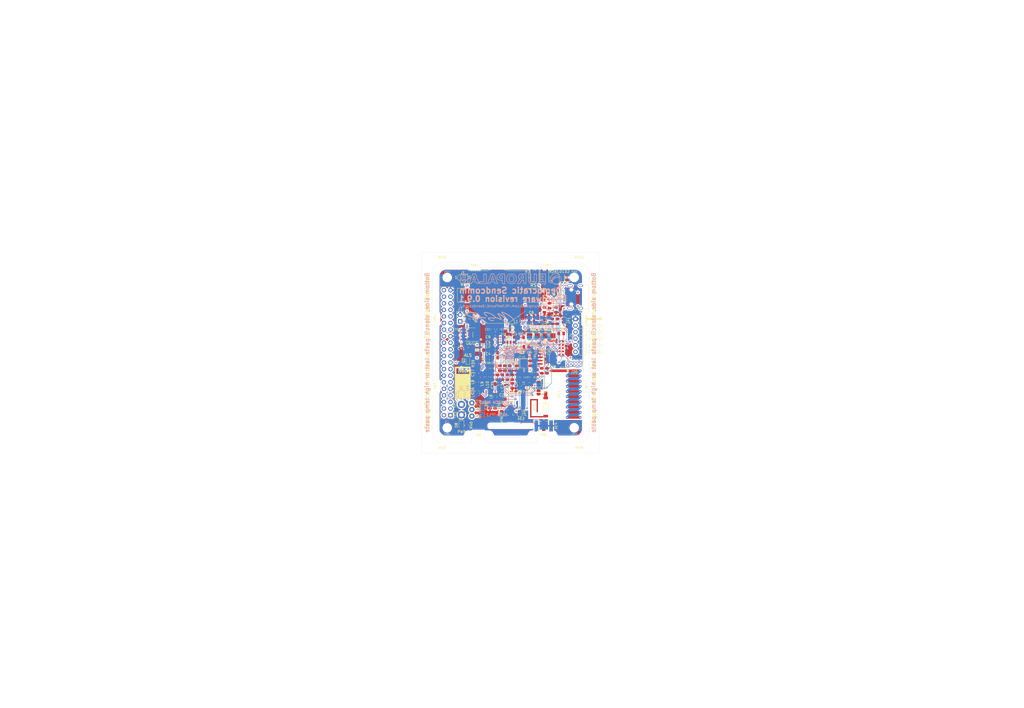
<source format=kicad_pcb>
(kicad_pcb (version 20171130) (host pcbnew 5.1.5+dfsg1-2build2)

  (general
    (thickness 1.6)
    (drawings 174)
    (tracks 1185)
    (zones 0)
    (modules 140)
    (nets 131)
  )

  (page A3)
  (title_block
    (title "Democratic Sendcomm")
    (date 2020-12-08)
    (rev 0.9.1)
    (company "Europalab Devices")
    (comment 1 "Copyright © 2020, Europalab Devices")
    (comment 2 "Fulfilling requirements of 20200210")
    (comment 3 "Pending quality assurance testing")
    (comment 4 "Release revision for manufacturing")
  )

  (layers
    (0 F.Cu signal)
    (1 In1.Cu power)
    (2 In2.Cu power)
    (31 B.Cu signal)
    (34 B.Paste user)
    (35 F.Paste user)
    (36 B.SilkS user)
    (37 F.SilkS user)
    (38 B.Mask user)
    (39 F.Mask user)
    (40 Dwgs.User user)
    (41 Cmts.User user)
    (44 Edge.Cuts user)
    (45 Margin user)
    (46 B.CrtYd user)
    (47 F.CrtYd user)
    (48 B.Fab user)
    (49 F.Fab user)
  )

  (setup
    (last_trace_width 0.09)
    (user_trace_width 0.1016)
    (user_trace_width 0.127)
    (user_trace_width 0.2)
    (trace_clearance 0.09)
    (zone_clearance 0.508)
    (zone_45_only no)
    (trace_min 0.09)
    (via_size 0.356)
    (via_drill 0.2)
    (via_min_size 0.356)
    (via_min_drill 0.2)
    (user_via 0.45 0.2)
    (user_via 0.6 0.3)
    (uvia_size 0.45)
    (uvia_drill 0.1)
    (uvias_allowed no)
    (uvia_min_size 0.45)
    (uvia_min_drill 0.1)
    (edge_width 0.1)
    (segment_width 0.1)
    (pcb_text_width 0.25)
    (pcb_text_size 1 1)
    (mod_edge_width 0.15)
    (mod_text_size 1 1)
    (mod_text_width 0.15)
    (pad_size 1.95 0.6)
    (pad_drill 0)
    (pad_to_mask_clearance 0)
    (aux_axis_origin 0 0)
    (visible_elements 7FFFFFFF)
    (pcbplotparams
      (layerselection 0x313fc_ffffffff)
      (usegerberextensions true)
      (usegerberattributes false)
      (usegerberadvancedattributes false)
      (creategerberjobfile false)
      (excludeedgelayer true)
      (linewidth 0.150000)
      (plotframeref false)
      (viasonmask false)
      (mode 1)
      (useauxorigin false)
      (hpglpennumber 1)
      (hpglpenspeed 20)
      (hpglpendiameter 15.000000)
      (psnegative false)
      (psa4output false)
      (plotreference true)
      (plotvalue true)
      (plotinvisibletext false)
      (padsonsilk false)
      (subtractmaskfromsilk false)
      (outputformat 1)
      (mirror false)
      (drillshape 0)
      (scaleselection 1)
      (outputdirectory "fabsingle"))
  )

  (net 0 "")
  (net 1 GND)
  (net 2 "Net-(AE1-Pad1)")
  (net 3 /Sheet5F53D5B4/RFSWPWR)
  (net 4 "Net-(C8-Pad1)")
  (net 5 /Sheet5F53D5B4/POWAMP)
  (net 6 "Net-(C13-Pad1)")
  (net 7 /Sheet5F53D5B4/HFOUT)
  (net 8 +3V3)
  (net 9 "Net-(C29-Pad1)")
  (net 10 /Sheet5F53D5B4/HPOUT)
  (net 11 /Sheet5F53D5B4/HFIN)
  (net 12 /Sheet5F53D5B4/BANDSEL)
  (net 13 "Net-(BT1-Pad1)")
  (net 14 /Sheet5F53D5B4/USB_BUS)
  (net 15 "Net-(C33-Pad1)")
  (net 16 "Net-(C34-Pad1)")
  (net 17 /Sheet5F53D5B4/CMDRST)
  (net 18 "Net-(D1-Pad2)")
  (net 19 "Net-(D1-Pad1)")
  (net 20 "Net-(D2-Pad1)")
  (net 21 "Net-(D2-Pad2)")
  (net 22 /Sheet5F53D5B4/USB_P)
  (net 23 /Sheet5F53D5B4/USB_N)
  (net 24 /Sheet60040980/ID_SD)
  (net 25 /Sheet60040980/ID_SC)
  (net 26 /Sheet5F53D5B4/SWDCLK)
  (net 27 "Net-(J3-Pad7)")
  (net 28 "Net-(J3-Pad8)")
  (net 29 "Net-(J4-Pad6)")
  (net 30 /Sheet5F53D5B4/CN_VBAT)
  (net 31 /Sheet5F53D5B4/XCEIV)
  (net 32 "Net-(AE5-Pad2)")
  (net 33 "Net-(C1-Pad1)")
  (net 34 "Net-(C7-Pad1)")
  (net 35 "Net-(C14-Pad1)")
  (net 36 "Net-(C17-Pad1)")
  (net 37 "Net-(C18-Pad2)")
  (net 38 "Net-(C19-Pad2)")
  (net 39 "Net-(C23-Pad2)")
  (net 40 "Net-(C23-Pad1)")
  (net 41 "Net-(C24-Pad1)")
  (net 42 "Net-(C24-Pad2)")
  (net 43 "Net-(C29-Pad2)")
  (net 44 "Net-(C33-Pad2)")
  (net 45 "Net-(C35-Pad2)")
  (net 46 "Net-(C40-Pad1)")
  (net 47 "Net-(J2-PadB5)")
  (net 48 "Net-(J2-PadA8)")
  (net 49 "Net-(J2-PadA5)")
  (net 50 "Net-(J2-PadB8)")
  (net 51 "Net-(J3-Pad2)")
  (net 52 "Net-(J3-Pad3)")
  (net 53 "Net-(J3-Pad4)")
  (net 54 "Net-(J3-Pad5)")
  (net 55 "Net-(J3-Pad10)")
  (net 56 "Net-(J3-Pad11)")
  (net 57 "Net-(J3-Pad12)")
  (net 58 "Net-(J3-Pad13)")
  (net 59 "Net-(J3-Pad15)")
  (net 60 "Net-(J3-Pad16)")
  (net 61 "Net-(J3-Pad18)")
  (net 62 "Net-(J3-Pad19)")
  (net 63 "Net-(J3-Pad21)")
  (net 64 "Net-(J3-Pad22)")
  (net 65 "Net-(J3-Pad23)")
  (net 66 "Net-(J3-Pad24)")
  (net 67 "Net-(J3-Pad26)")
  (net 68 "Net-(J3-Pad29)")
  (net 69 "Net-(J3-Pad31)")
  (net 70 "Net-(J3-Pad32)")
  (net 71 "Net-(J3-Pad33)")
  (net 72 "Net-(J3-Pad35)")
  (net 73 "Net-(J3-Pad36)")
  (net 74 "Net-(J3-Pad37)")
  (net 75 "Net-(J3-Pad38)")
  (net 76 "Net-(J3-Pad40)")
  (net 77 "Net-(J4-Pad7)")
  (net 78 "Net-(J4-Pad8)")
  (net 79 "Net-(J5-Pad2)")
  (net 80 "Net-(J5-Pad3)")
  (net 81 "Net-(J5-Pad6)")
  (net 82 "Net-(J6-Pad1)")
  (net 83 "Net-(L1-Pad2)")
  (net 84 "Net-(R3-Pad1)")
  (net 85 "Net-(R4-Pad1)")
  (net 86 "Net-(R4-Pad2)")
  (net 87 "Net-(U2-Pad5)")
  (net 88 "Net-(U3-PadG1)")
  (net 89 "Net-(U3-PadH1)")
  (net 90 "Net-(U3-PadE3)")
  (net 91 "Net-(U3-PadE4)")
  (net 92 "Net-(U3-PadF4)")
  (net 93 "Net-(U3-PadC7)")
  (net 94 "Net-(U3-PadD7)")
  (net 95 "Net-(U3-PadD8)")
  (net 96 "Net-(U5-Pad3)")
  (net 97 "Net-(U5-Pad4)")
  (net 98 "Net-(U8-Pad7)")
  (net 99 "Net-(U8-Pad3)")
  (net 100 "Net-(U8-Pad2)")
  (net 101 "Net-(U8-Pad1)")
  (net 102 "Net-(U9-Pad1)")
  (net 103 "Net-(U9-Pad2)")
  (net 104 "Net-(U9-Pad3)")
  (net 105 "Net-(U9-Pad7)")
  (net 106 /Sheet5F53D5B4/SWDIO)
  (net 107 "Net-(AE2-Pad1)")
  (net 108 "Net-(AE4-Pad1)")
  (net 109 "Net-(AE5-Pad1)")
  (net 110 "Net-(JP10-Pad1)")
  (net 111 "Net-(J6-Pad2)")
  (net 112 "Net-(J6-Pad3)")
  (net 113 "Net-(J6-Pad4)")
  (net 114 "Net-(J7-Pad1)")
  (net 115 "Net-(C95-Pad1)")
  (net 116 /TP_SCL)
  (net 117 /TP_SDA)
  (net 118 "Net-(J20-Pad6)")
  (net 119 "Net-(J20-Pad7)")
  (net 120 "Net-(J20-Pad8)")
  (net 121 "Net-(Q2-Pad2)")
  (net 122 EXT_UART_TX)
  (net 123 EXT_UART_RX)
  (net 124 "Net-(D8-Pad2)")
  (net 125 USB_TST)
  (net 126 "Net-(TP13-Pad1)")
  (net 127 "Net-(C94-Pad2)")
  (net 128 "Net-(C96-Pad1)")
  (net 129 /Sheet5F53D5B4/CRY_XIN-RSVD)
  (net 130 /Sheet5F53D5B4/CRY_XOUT-RSVD)

  (net_class Default "This is the default net class."
    (clearance 0.09)
    (trace_width 0.09)
    (via_dia 0.356)
    (via_drill 0.2)
    (uvia_dia 0.45)
    (uvia_drill 0.1)
    (add_net +3V3)
    (add_net /Sheet5F53D5B4/BANDSEL)
    (add_net /Sheet5F53D5B4/CMDRST)
    (add_net /Sheet5F53D5B4/CN_VBAT)
    (add_net /Sheet5F53D5B4/CRY_XIN-RSVD)
    (add_net /Sheet5F53D5B4/CRY_XOUT-RSVD)
    (add_net /Sheet5F53D5B4/HFIN)
    (add_net /Sheet5F53D5B4/HFOUT)
    (add_net /Sheet5F53D5B4/HPOUT)
    (add_net /Sheet5F53D5B4/POWAMP)
    (add_net /Sheet5F53D5B4/RFSWPWR)
    (add_net /Sheet5F53D5B4/SWDCLK)
    (add_net /Sheet5F53D5B4/SWDIO)
    (add_net /Sheet5F53D5B4/USB_BUS)
    (add_net /Sheet5F53D5B4/USB_N)
    (add_net /Sheet5F53D5B4/USB_P)
    (add_net /Sheet5F53D5B4/XCEIV)
    (add_net /Sheet60040980/ID_SC)
    (add_net /Sheet60040980/ID_SD)
    (add_net /TP_SCL)
    (add_net /TP_SDA)
    (add_net EXT_UART_RX)
    (add_net EXT_UART_TX)
    (add_net GND)
    (add_net "Net-(AE1-Pad1)")
    (add_net "Net-(AE2-Pad1)")
    (add_net "Net-(AE4-Pad1)")
    (add_net "Net-(AE5-Pad1)")
    (add_net "Net-(AE5-Pad2)")
    (add_net "Net-(BT1-Pad1)")
    (add_net "Net-(C1-Pad1)")
    (add_net "Net-(C13-Pad1)")
    (add_net "Net-(C14-Pad1)")
    (add_net "Net-(C17-Pad1)")
    (add_net "Net-(C18-Pad2)")
    (add_net "Net-(C19-Pad2)")
    (add_net "Net-(C23-Pad1)")
    (add_net "Net-(C23-Pad2)")
    (add_net "Net-(C24-Pad1)")
    (add_net "Net-(C24-Pad2)")
    (add_net "Net-(C29-Pad1)")
    (add_net "Net-(C29-Pad2)")
    (add_net "Net-(C33-Pad1)")
    (add_net "Net-(C33-Pad2)")
    (add_net "Net-(C34-Pad1)")
    (add_net "Net-(C35-Pad2)")
    (add_net "Net-(C40-Pad1)")
    (add_net "Net-(C7-Pad1)")
    (add_net "Net-(C8-Pad1)")
    (add_net "Net-(C94-Pad2)")
    (add_net "Net-(C95-Pad1)")
    (add_net "Net-(C96-Pad1)")
    (add_net "Net-(D1-Pad1)")
    (add_net "Net-(D1-Pad2)")
    (add_net "Net-(D2-Pad1)")
    (add_net "Net-(D2-Pad2)")
    (add_net "Net-(D8-Pad2)")
    (add_net "Net-(J2-PadA5)")
    (add_net "Net-(J2-PadA8)")
    (add_net "Net-(J2-PadB5)")
    (add_net "Net-(J2-PadB8)")
    (add_net "Net-(J20-Pad6)")
    (add_net "Net-(J20-Pad7)")
    (add_net "Net-(J20-Pad8)")
    (add_net "Net-(J3-Pad10)")
    (add_net "Net-(J3-Pad11)")
    (add_net "Net-(J3-Pad12)")
    (add_net "Net-(J3-Pad13)")
    (add_net "Net-(J3-Pad15)")
    (add_net "Net-(J3-Pad16)")
    (add_net "Net-(J3-Pad18)")
    (add_net "Net-(J3-Pad19)")
    (add_net "Net-(J3-Pad2)")
    (add_net "Net-(J3-Pad21)")
    (add_net "Net-(J3-Pad22)")
    (add_net "Net-(J3-Pad23)")
    (add_net "Net-(J3-Pad24)")
    (add_net "Net-(J3-Pad26)")
    (add_net "Net-(J3-Pad29)")
    (add_net "Net-(J3-Pad3)")
    (add_net "Net-(J3-Pad31)")
    (add_net "Net-(J3-Pad32)")
    (add_net "Net-(J3-Pad33)")
    (add_net "Net-(J3-Pad35)")
    (add_net "Net-(J3-Pad36)")
    (add_net "Net-(J3-Pad37)")
    (add_net "Net-(J3-Pad38)")
    (add_net "Net-(J3-Pad4)")
    (add_net "Net-(J3-Pad40)")
    (add_net "Net-(J3-Pad5)")
    (add_net "Net-(J3-Pad7)")
    (add_net "Net-(J3-Pad8)")
    (add_net "Net-(J4-Pad6)")
    (add_net "Net-(J4-Pad7)")
    (add_net "Net-(J4-Pad8)")
    (add_net "Net-(J5-Pad2)")
    (add_net "Net-(J5-Pad3)")
    (add_net "Net-(J5-Pad6)")
    (add_net "Net-(J6-Pad1)")
    (add_net "Net-(J6-Pad2)")
    (add_net "Net-(J6-Pad3)")
    (add_net "Net-(J6-Pad4)")
    (add_net "Net-(J7-Pad1)")
    (add_net "Net-(JP10-Pad1)")
    (add_net "Net-(L1-Pad2)")
    (add_net "Net-(Q2-Pad2)")
    (add_net "Net-(R3-Pad1)")
    (add_net "Net-(R4-Pad1)")
    (add_net "Net-(R4-Pad2)")
    (add_net "Net-(TP13-Pad1)")
    (add_net "Net-(U2-Pad5)")
    (add_net "Net-(U3-PadC7)")
    (add_net "Net-(U3-PadD7)")
    (add_net "Net-(U3-PadD8)")
    (add_net "Net-(U3-PadE3)")
    (add_net "Net-(U3-PadE4)")
    (add_net "Net-(U3-PadF4)")
    (add_net "Net-(U3-PadG1)")
    (add_net "Net-(U3-PadH1)")
    (add_net "Net-(U5-Pad3)")
    (add_net "Net-(U5-Pad4)")
    (add_net "Net-(U8-Pad1)")
    (add_net "Net-(U8-Pad2)")
    (add_net "Net-(U8-Pad3)")
    (add_net "Net-(U8-Pad7)")
    (add_net "Net-(U9-Pad1)")
    (add_net "Net-(U9-Pad2)")
    (add_net "Net-(U9-Pad3)")
    (add_net "Net-(U9-Pad7)")
    (add_net USB_TST)
  )

  (net_class Power ""
    (clearance 0.2)
    (trace_width 0.5)
    (via_dia 1)
    (via_drill 0.7)
    (uvia_dia 0.5)
    (uvia_drill 0.1)
  )

  (module Elabdev:Panel_Mousetab_25mm_Single (layer F.Cu) (tedit 5CD9E502) (tstamp 5FEC726C)
    (at 222.5 179.75 90)
    (path /5CD9EB0D)
    (fp_text reference TAB8 (at 0 0) (layer F.SilkS)
      (effects (font (size 0.8 0.8) (thickness 0.13)))
    )
    (fp_text value Pantab (at -3.25 0 180) (layer F.Fab)
      (effects (font (size 1 1) (thickness 0.15)))
    )
    (fp_line (start 1.25 -2.2) (end 1.25 2.2) (layer F.Fab) (width 0.15))
    (fp_line (start -1.25 -2.2) (end -1.25 2.2) (layer F.Fab) (width 0.15))
    (fp_line (start 2.1 -2.6) (end 2.1 2.6) (layer F.CrtYd) (width 0.15))
    (fp_line (start 2.1 2.6) (end -2.1 2.6) (layer F.CrtYd) (width 0.15))
    (fp_line (start -2.1 2.6) (end -2.1 -2.6) (layer F.CrtYd) (width 0.15))
    (fp_line (start -2.1 -2.6) (end 2.1 -2.6) (layer F.CrtYd) (width 0.15))
    (pad "" np_thru_hole circle (at 1.35 2 90) (size 0.5 0.5) (drill 0.5) (layers *.Cu))
    (pad "" np_thru_hole circle (at 1.35 1.2 90) (size 0.5 0.5) (drill 0.5) (layers *.Cu))
    (pad "" np_thru_hole circle (at 1.35 0.4 90) (size 0.5 0.5) (drill 0.5) (layers *.Cu))
    (pad "" np_thru_hole circle (at 1.35 -0.4 90) (size 0.5 0.5) (drill 0.5) (layers *.Cu))
    (pad "" np_thru_hole circle (at 1.35 -1.2 90) (size 0.5 0.5) (drill 0.5) (layers *.Cu))
    (pad "" np_thru_hole circle (at 1.35 -2 90) (size 0.5 0.5) (drill 0.5) (layers *.Cu))
  )

  (module Capacitor_SMD:C_0805_2012Metric (layer F.Cu) (tedit 5B36C52B) (tstamp 5FEB8111)
    (at 211.5 143.0625 270)
    (descr "Capacitor SMD 0805 (2012 Metric), square (rectangular) end terminal, IPC_7351 nominal, (Body size source: https://docs.google.com/spreadsheets/d/1BsfQQcO9C6DZCsRaXUlFlo91Tg2WpOkGARC1WS5S8t0/edit?usp=sharing), generated with kicad-footprint-generator")
    (tags capacitor)
    (path /5F53D5B5/5F609CF5)
    (attr smd)
    (fp_text reference C19 (at -2.0625 0 180) (layer F.SilkS)
      (effects (font (size 0.7 0.7) (thickness 0.1)))
    )
    (fp_text value 15pF (at 0 1.65 90) (layer F.Fab)
      (effects (font (size 1 1) (thickness 0.15)))
    )
    (fp_line (start -1 0.6) (end -1 -0.6) (layer F.Fab) (width 0.1))
    (fp_line (start -1 -0.6) (end 1 -0.6) (layer F.Fab) (width 0.1))
    (fp_line (start 1 -0.6) (end 1 0.6) (layer F.Fab) (width 0.1))
    (fp_line (start 1 0.6) (end -1 0.6) (layer F.Fab) (width 0.1))
    (fp_line (start -0.258578 -0.71) (end 0.258578 -0.71) (layer F.SilkS) (width 0.12))
    (fp_line (start -0.258578 0.71) (end 0.258578 0.71) (layer F.SilkS) (width 0.12))
    (fp_line (start -1.68 0.95) (end -1.68 -0.95) (layer F.CrtYd) (width 0.05))
    (fp_line (start -1.68 -0.95) (end 1.68 -0.95) (layer F.CrtYd) (width 0.05))
    (fp_line (start 1.68 -0.95) (end 1.68 0.95) (layer F.CrtYd) (width 0.05))
    (fp_line (start 1.68 0.95) (end -1.68 0.95) (layer F.CrtYd) (width 0.05))
    (fp_text user %R (at 0 0 90) (layer F.Fab)
      (effects (font (size 0.5 0.5) (thickness 0.08)))
    )
    (pad 1 smd roundrect (at -0.9375 0 270) (size 0.975 1.4) (layers F.Cu F.Paste F.Mask) (roundrect_rratio 0.25)
      (net 1 GND))
    (pad 2 smd roundrect (at 0.9375 0 270) (size 0.975 1.4) (layers F.Cu F.Paste F.Mask) (roundrect_rratio 0.25)
      (net 38 "Net-(C19-Pad2)"))
    (model ${KISYS3DMOD}/Capacitor_SMD.3dshapes/C_0805_2012Metric.wrl
      (at (xyz 0 0 0))
      (scale (xyz 1 1 1))
      (rotate (xyz 0 0 0))
    )
  )

  (module Elabdev:Meinkuerzel_signature_480DPI (layer B.Cu) (tedit 0) (tstamp 5FBE809B)
    (at 202 134 180)
    (fp_text reference G1 (at 0 0) (layer B.SilkS) hide
      (effects (font (size 1.524 1.524) (thickness 0.3)) (justify mirror))
    )
    (fp_text value Meinkuerzel_signature (at 0.75 0) (layer B.SilkS) hide
      (effects (font (size 1.524 1.524) (thickness 0.3)) (justify mirror))
    )
    (fp_poly (pts (xy 7.849084 1.675651) (xy 8.303148 1.632827) (xy 8.685942 1.550363) (xy 8.876057 1.481326)
      (xy 9.07938 1.34976) (xy 9.204465 1.178624) (xy 9.241225 0.986809) (xy 9.210768 0.854557)
      (xy 9.078684 0.643748) (xy 8.864557 0.429964) (xy 8.589687 0.233059) (xy 8.471807 0.165759)
      (xy 8.232808 0.053863) (xy 7.923436 -0.068816) (xy 7.576824 -0.190996) (xy 7.226108 -0.301392)
      (xy 6.904421 -0.388723) (xy 6.731621 -0.426811) (xy 6.398868 -0.490816) (xy 6.556265 -0.586535)
      (xy 6.736632 -0.743549) (xy 6.819572 -0.938245) (xy 6.82625 -1.022915) (xy 6.780462 -1.15416)
      (xy 6.660466 -1.295963) (xy 6.49231 -1.424979) (xy 6.30204 -1.517866) (xy 6.258842 -1.531402)
      (xy 6.0446 -1.569955) (xy 5.805186 -1.581627) (xy 5.582286 -1.566858) (xy 5.417587 -1.526091)
      (xy 5.409578 -1.522402) (xy 5.285381 -1.409276) (xy 5.232727 -1.237525) (xy 5.243042 -1.133742)
      (xy 5.545646 -1.133742) (xy 5.569322 -1.243922) (xy 5.599007 -1.270742) (xy 5.725804 -1.30367)
      (xy 5.911501 -1.301091) (xy 6.117136 -1.267785) (xy 6.303743 -1.20853) (xy 6.368163 -1.176419)
      (xy 6.483421 -1.090411) (xy 6.547775 -1.006994) (xy 6.550669 -0.996984) (xy 6.519163 -0.903747)
      (xy 6.404517 -0.814537) (xy 6.229026 -0.742568) (xy 6.060328 -0.706358) (xy 5.903418 -0.693399)
      (xy 5.806355 -0.717484) (xy 5.726223 -0.79035) (xy 5.718194 -0.79992) (xy 5.596762 -0.979847)
      (xy 5.545646 -1.133742) (xy 5.243042 -1.133742) (xy 5.253531 -1.028227) (xy 5.344918 -0.810631)
      (xy 5.442538 -0.642303) (xy 5.295353 -0.646487) (xy 5.12125 -0.625399) (xy 5.035885 -0.550663)
      (xy 5.027083 -0.501447) (xy 5.075804 -0.410776) (xy 5.222941 -0.351671) (xy 5.469958 -0.32355)
      (xy 5.476875 -0.323261) (xy 5.599677 -0.314345) (xy 5.697993 -0.289875) (xy 5.794712 -0.235966)
      (xy 5.912725 -0.138734) (xy 6.074923 0.015705) (xy 6.138333 0.077935) (xy 6.357426 0.284825)
      (xy 6.520758 0.415811) (xy 6.63982 0.476704) (xy 6.726105 0.473318) (xy 6.791106 0.411464)
      (xy 6.792772 0.408883) (xy 6.813029 0.349999) (xy 6.787897 0.281807) (xy 6.704882 0.184844)
      (xy 6.561666 0.048946) (xy 6.270625 -0.217166) (xy 6.532899 -0.183078) (xy 6.900304 -0.115245)
      (xy 7.289474 -0.008645) (xy 7.678243 0.127507) (xy 8.044445 0.283994) (xy 8.365914 0.451601)
      (xy 8.620483 0.621112) (xy 8.749193 0.738377) (xy 8.856936 0.865956) (xy 8.92727 0.965202)
      (xy 8.942916 1.001728) (xy 8.895983 1.084773) (xy 8.773369 1.176095) (xy 8.602358 1.259484)
      (xy 8.410231 1.318727) (xy 8.408998 1.318992) (xy 8.149682 1.354937) (xy 7.8128 1.371973)
      (xy 7.424917 1.370093) (xy 7.012599 1.349291) (xy 6.686734 1.319437) (xy 6.066773 1.222977)
      (xy 5.517194 1.081213) (xy 5.043989 0.897075) (xy 4.653152 0.673494) (xy 4.350673 0.413401)
      (xy 4.142546 0.119727) (xy 4.114637 0.061443) (xy 4.047094 -0.15251) (xy 4.06025 -0.336634)
      (xy 4.160207 -0.518581) (xy 4.270456 -0.644496) (xy 4.390411 -0.79173) (xy 4.431252 -0.900383)
      (xy 4.427296 -0.922309) (xy 4.357272 -0.99719) (xy 4.242023 -0.977517) (xy 4.082983 -0.863726)
      (xy 4.010682 -0.795217) (xy 3.879838 -0.680755) (xy 3.765594 -0.608691) (xy 3.712637 -0.594925)
      (xy 3.6215 -0.594723) (xy 3.455888 -0.585507) (xy 3.246599 -0.569127) (xy 3.175 -0.562633)
      (xy 2.951086 -0.544014) (xy 2.793821 -0.54282) (xy 2.664643 -0.565021) (xy 2.524987 -0.61659)
      (xy 2.371034 -0.687127) (xy 2.100169 -0.795663) (xy 1.89262 -0.837972) (xy 1.841867 -0.837015)
      (xy 1.72083 -0.812158) (xy 1.663036 -0.745697) (xy 1.637803 -0.635) (xy 1.623821 -0.491701)
      (xy 1.628566 -0.389706) (xy 1.630235 -0.383646) (xy 1.692219 -0.322789) (xy 1.789679 -0.330876)
      (xy 1.885465 -0.399867) (xy 1.916539 -0.445597) (xy 1.984375 -0.573694) (xy 2.371569 -0.384068)
      (xy 2.758764 -0.194442) (xy 3.165319 -0.256321) (xy 3.413597 -0.293214) (xy 3.576071 -0.310583)
      (xy 3.67165 -0.304292) (xy 3.719238 -0.270208) (xy 3.737742 -0.204195) (xy 3.744012 -0.129767)
      (xy 3.817818 0.177969) (xy 3.989413 0.470621) (xy 4.251219 0.74303) (xy 4.595656 0.99004)
      (xy 5.015149 1.206492) (xy 5.502117 1.387229) (xy 6.048984 1.527094) (xy 6.228561 1.561184)
      (xy 6.794861 1.64034) (xy 7.340678 1.678326) (xy 7.849084 1.675651)) (layer B.SilkS) (width 0.01))
    (fp_poly (pts (xy -4.580024 1.756567) (xy -4.544854 1.74305) (xy -4.466016 1.67622) (xy -4.437143 1.580417)
      (xy -4.461964 1.447967) (xy -4.544204 1.271201) (xy -4.68759 1.042447) (xy -4.895848 0.754033)
      (xy -5.172705 0.39829) (xy -5.237349 0.3175) (xy -5.411926 0.098408) (xy -5.577817 -0.112809)
      (xy -5.714811 -0.290245) (xy -5.794689 -0.396875) (xy -5.948296 -0.608542) (xy -5.791961 -0.468507)
      (xy -5.700695 -0.392772) (xy -5.541009 -0.266466) (xy -5.329307 -0.10231) (xy -5.081994 0.086977)
      (xy -4.815472 0.288675) (xy -4.815417 0.288716) (xy -4.345432 0.631252) (xy -3.946225 0.897872)
      (xy -3.615767 1.089474) (xy -3.352032 1.206955) (xy -3.152989 1.251211) (xy -3.016612 1.223138)
      (xy -2.940872 1.123633) (xy -2.939055 1.118116) (xy -2.92791 1.023519) (xy -2.955738 0.908417)
      (xy -3.029742 0.759005) (xy -3.157121 0.561475) (xy -3.345079 0.302021) (xy -3.409058 0.217037)
      (xy -3.654587 -0.113597) (xy -3.860834 -0.404313) (xy -4.022275 -0.646491) (xy -4.133388 -0.831509)
      (xy -4.188652 -0.950744) (xy -4.185335 -0.994958) (xy -4.120655 -0.981486) (xy -3.976478 -0.932768)
      (xy -3.770527 -0.855371) (xy -3.520529 -0.755864) (xy -3.349225 -0.685128) (xy -3.06462 -0.570045)
      (xy -2.797019 -0.469163) (xy -2.569108 -0.390505) (xy -2.403576 -0.342097) (xy -2.349431 -0.331513)
      (xy -2.183877 -0.291941) (xy -2.07811 -0.206425) (xy -2.041672 -0.151915) (xy -1.850086 0.096101)
      (xy -1.567603 0.354844) (xy -1.207453 0.616123) (xy -0.78287 0.87175) (xy -0.307084 1.113536)
      (xy 0.206672 1.333293) (xy 0.574448 1.467145) (xy 0.853452 1.556991) (xy 1.074831 1.61415)
      (xy 1.278935 1.645957) (xy 1.506112 1.659747) (xy 1.647661 1.662241) (xy 1.89537 1.661355)
      (xy 2.061526 1.650821) (xy 2.170245 1.626908) (xy 2.245641 1.585888) (xy 2.269431 1.566069)
      (xy 2.364656 1.413892) (xy 2.378536 1.21834) (xy 2.31231 1.002224) (xy 2.231511 0.867835)
      (xy 2.055394 0.653788) (xy 1.846452 0.444397) (xy 1.622129 0.252501) (xy 1.399873 0.090942)
      (xy 1.19713 -0.02744) (xy 1.031346 -0.089804) (xy 0.931657 -0.088852) (xy 0.853749 -0.025156)
      (xy 0.874571 0.06423) (xy 0.991583 0.174246) (xy 1.09802 0.242886) (xy 1.314624 0.387246)
      (xy 1.527802 0.560014) (xy 1.72429 0.746283) (xy 1.890825 0.931146) (xy 2.014146 1.099697)
      (xy 2.080988 1.237027) (xy 2.078088 1.32823) (xy 2.071165 1.336667) (xy 1.954541 1.387475)
      (xy 1.756832 1.400928) (xy 1.494763 1.380087) (xy 1.185063 1.328013) (xy 0.844457 1.247766)
      (xy 0.489674 1.142406) (xy 0.137439 1.014995) (xy -0.00172 0.957368) (xy -0.385109 0.777304)
      (xy -0.74297 0.581237) (xy -1.065571 0.377182) (xy -1.343179 0.173152) (xy -1.566062 -0.022838)
      (xy -1.724487 -0.202776) (xy -1.808722 -0.358647) (xy -1.809035 -0.482438) (xy -1.789329 -0.514562)
      (xy -1.69188 -0.558953) (xy -1.49842 -0.578536) (xy -1.2158 -0.573404) (xy -0.850872 -0.543648)
      (xy -0.464887 -0.496867) (xy -0.056607 -0.452123) (xy 0.260382 -0.442712) (xy 0.494773 -0.469264)
      (xy 0.655256 -0.532408) (xy 0.714552 -0.58228) (xy 0.776217 -0.725165) (xy 0.746162 -0.908878)
      (xy 0.632079 -1.115352) (xy 0.45893 -1.290216) (xy 0.2117 -1.450188) (xy -0.085638 -1.588107)
      (xy -0.409112 -1.696809) (xy -0.734748 -1.769134) (xy -1.038572 -1.797919) (xy -1.296612 -1.776003)
      (xy -1.42875 -1.731015) (xy -1.546706 -1.617759) (xy -1.577815 -1.519827) (xy -1.560687 -1.389395)
      (xy -1.486335 -1.336349) (xy -1.378138 -1.369493) (xy -1.317893 -1.421952) (xy -1.19986 -1.505637)
      (xy -1.092449 -1.534584) (xy -0.859949 -1.513387) (xy -0.579373 -1.457345) (xy -0.297878 -1.377776)
      (xy -0.068589 -1.288836) (xy 0.116249 -1.181832) (xy 0.284174 -1.050661) (xy 0.411262 -0.917533)
      (xy 0.473586 -0.804658) (xy 0.47625 -0.783054) (xy 0.425256 -0.757675) (xy 0.277287 -0.748743)
      (xy 0.039858 -0.755912) (xy -0.279513 -0.778835) (xy -0.673311 -0.817167) (xy -0.956033 -0.849048)
      (xy -1.308534 -0.882196) (xy -1.57585 -0.8857) (xy -1.774982 -0.85746) (xy -1.922933 -0.795374)
      (xy -2.017888 -0.717835) (xy -2.096716 -0.653738) (xy -2.190635 -0.62131) (xy -2.313833 -0.623423)
      (xy -2.480498 -0.662945) (xy -2.704818 -0.742748) (xy -3.00098 -0.865702) (xy -3.216817 -0.960383)
      (xy -3.585839 -1.11854) (xy -3.874386 -1.227749) (xy -4.094462 -1.290524) (xy -4.258069 -1.309381)
      (xy -4.377212 -1.286836) (xy -4.463891 -1.225404) (xy -4.466704 -1.222337) (xy -4.518051 -1.14061)
      (xy -4.530831 -1.040781) (xy -4.500098 -0.912213) (xy -4.420902 -0.744269) (xy -4.288295 -0.526313)
      (xy -4.097327 -0.247708) (xy -3.863138 0.07498) (xy -3.679345 0.325213) (xy -3.519393 0.545064)
      (xy -3.393108 0.720859) (xy -3.310313 0.838921) (xy -3.280834 0.885525) (xy -3.323557 0.888476)
      (xy -3.399896 0.869711) (xy -3.542096 0.805036) (xy -3.750284 0.678102) (xy -4.027571 0.486762)
      (xy -4.377062 0.228867) (xy -4.801868 -0.097732) (xy -4.81991 -0.111817) (xy -5.187034 -0.396401)
      (xy -5.482932 -0.620081) (xy -5.717862 -0.789492) (xy -5.902078 -0.911266) (xy -6.045837 -0.99204)
      (xy -6.159396 -1.038447) (xy -6.25301 -1.057121) (xy -6.283148 -1.058333) (xy -6.40378 -1.045849)
      (xy -6.450441 -0.994435) (xy -6.455563 -0.939271) (xy -6.445942 -0.865735) (xy -6.412644 -0.776476)
      (xy -6.348546 -0.66103) (xy -6.24652 -0.508935) (xy -6.099443 -0.309727) (xy -5.90019 -0.052942)
      (xy -5.641635 0.271882) (xy -5.570553 0.360397) (xy -5.363566 0.620769) (xy -5.174974 0.863504)
      (xy -5.016826 1.072659) (xy -4.901172 1.23229) (xy -4.84006 1.326453) (xy -4.839117 1.328251)
      (xy -4.786636 1.436383) (xy -4.790145 1.473528) (xy -4.856494 1.462433) (xy -4.877731 1.456477)
      (xy -4.973599 1.420322) (xy -5.140081 1.348706) (xy -5.352621 1.252468) (xy -5.55625 1.156974)
      (xy -6.094525 0.881508) (xy -6.644499 0.565345) (xy -7.182748 0.223911) (xy -7.685848 -0.12737)
      (xy -8.130378 -0.473072) (xy -8.424687 -0.732038) (xy -8.650145 -0.95487) (xy -8.800069 -1.131002)
      (xy -8.884377 -1.276175) (xy -8.912984 -1.406131) (xy -8.905425 -1.495188) (xy -8.906488 -1.61853)
      (xy -8.964006 -1.672137) (xy -9.075823 -1.672519) (xy -9.156792 -1.593028) (xy -9.200558 -1.456755)
      (xy -9.200763 -1.286789) (xy -9.151052 -1.106218) (xy -9.131299 -1.06447) (xy -9.024915 -0.913844)
      (xy -8.843627 -0.718433) (xy -8.601654 -0.490528) (xy -8.313213 -0.242422) (xy -7.992524 0.013592)
      (xy -7.653804 0.265222) (xy -7.3545 0.471681) (xy -6.896098 0.764541) (xy -6.449337 1.028776)
      (xy -6.024338 1.259805) (xy -5.631223 1.453048) (xy -5.280112 1.603926) (xy -4.981128 1.707858)
      (xy -4.744392 1.760265) (xy -4.580024 1.756567)) (layer B.SilkS) (width 0.01))
  )

  (module Elabdev:Panel_Mousetab_25mm_Single (layer F.Cu) (tedit 5CD9E59A) (tstamp 5FBE7343)
    (at 224 114.25 270)
    (path /5CD5C3A7)
    (fp_text reference TAB5 (at 0 0 180) (layer F.SilkS)
      (effects (font (size 0.8 0.8) (thickness 0.13)))
    )
    (fp_text value Pantab (at 0 -3.5 270) (layer F.Fab)
      (effects (font (size 1 1) (thickness 0.15)))
    )
    (fp_line (start -2.1 -2.6) (end 2.1 -2.6) (layer F.CrtYd) (width 0.15))
    (fp_line (start -2.1 2.6) (end -2.1 -2.6) (layer F.CrtYd) (width 0.15))
    (fp_line (start 2.1 2.6) (end -2.1 2.6) (layer F.CrtYd) (width 0.15))
    (fp_line (start 2.1 -2.6) (end 2.1 2.6) (layer F.CrtYd) (width 0.15))
    (fp_line (start -1.25 -2.2) (end -1.25 2.2) (layer F.Fab) (width 0.15))
    (fp_line (start 1.25 -2.2) (end 1.25 2.2) (layer F.Fab) (width 0.15))
    (pad "" np_thru_hole circle (at 1.35 -2 270) (size 0.5 0.5) (drill 0.5) (layers *.Cu))
    (pad "" np_thru_hole circle (at 1.35 -1.2 270) (size 0.5 0.5) (drill 0.5) (layers *.Cu))
    (pad "" np_thru_hole circle (at 1.35 -0.4 270) (size 0.5 0.5) (drill 0.5) (layers *.Cu))
    (pad "" np_thru_hole circle (at 1.35 0.4 270) (size 0.5 0.5) (drill 0.5) (layers *.Cu))
    (pad "" np_thru_hole circle (at 1.35 1.2 270) (size 0.5 0.5) (drill 0.5) (layers *.Cu))
    (pad "" np_thru_hole circle (at 1.35 2 270) (size 0.5 0.5) (drill 0.5) (layers *.Cu))
  )

  (module Elabdev:Elablogoslk-Gfx (layer B.Cu) (tedit 0) (tstamp 5FBDF7AF)
    (at 210 119.5 180)
    (fp_text reference G** (at 0 0) (layer B.SilkS) hide
      (effects (font (size 1.524 1.524) (thickness 0.3)) (justify mirror))
    )
    (fp_text value Elablogoslk (at 0.75 0) (layer B.SilkS) hide
      (effects (font (size 1.524 1.524) (thickness 0.3)) (justify mirror))
    )
    (fp_poly (pts (xy -15.405836 -0.675184) (xy -15.287483 -0.702055) (xy -15.188143 -0.754619) (xy -15.108772 -0.827765)
      (xy -15.050327 -0.916382) (xy -15.013763 -1.015359) (xy -15.000037 -1.119584) (xy -15.010104 -1.223945)
      (xy -15.04492 -1.323332) (xy -15.105441 -1.412633) (xy -15.192623 -1.486737) (xy -15.24833 -1.517344)
      (xy -15.356716 -1.550357) (xy -15.476625 -1.557984) (xy -15.592872 -1.539403) (xy -15.602283 -1.53653)
      (xy -15.678123 -1.497127) (xy -15.752493 -1.432517) (xy -15.815972 -1.352895) (xy -15.859141 -1.268459)
      (xy -15.864155 -1.2531) (xy -15.88425 -1.176683) (xy -15.891257 -1.117668) (xy -15.885212 -1.059627)
      (xy -15.866149 -0.986134) (xy -15.864727 -0.981328) (xy -15.815988 -0.8777) (xy -15.739972 -0.790432)
      (xy -15.643773 -0.72426) (xy -15.534487 -0.683915) (xy -15.419207 -0.674131) (xy -15.405836 -0.675184)) (layer B.Mask) (width 0.01))
    (fp_poly (pts (xy 17.476107 1.827609) (xy 17.687258 1.825899) (xy 17.865618 1.824237) (xy 18.014678 1.822477)
      (xy 18.137934 1.82047) (xy 18.238879 1.818068) (xy 18.321005 1.815122) (xy 18.387806 1.811484)
      (xy 18.442776 1.807007) (xy 18.489407 1.801541) (xy 18.531194 1.794939) (xy 18.57163 1.787052)
      (xy 18.6055 1.779685) (xy 18.771822 1.733432) (xy 18.923911 1.673315) (xy 19.054677 1.602656)
      (xy 19.157033 1.524776) (xy 19.164226 1.5179) (xy 19.246251 1.417951) (xy 19.315464 1.294688)
      (xy 19.365371 1.16053) (xy 19.377923 1.109275) (xy 19.39052 1.010407) (xy 19.393203 0.893754)
      (xy 19.386762 0.771789) (xy 19.371983 0.656983) (xy 19.349655 0.561808) (xy 19.341939 0.539811)
      (xy 19.283862 0.430962) (xy 19.19941 0.326298) (xy 19.097976 0.236127) (xy 19.019624 0.185927)
      (xy 18.914298 0.12941) (xy 18.968542 0.109123) (xy 19.093064 0.054672) (xy 19.194891 -0.009335)
      (xy 19.285933 -0.089714) (xy 19.390804 -0.214403) (xy 19.467199 -0.350129) (xy 19.516977 -0.501894)
      (xy 19.541997 -0.674698) (xy 19.545898 -0.789214) (xy 19.53245 -0.987132) (xy 19.491752 -1.163006)
      (xy 19.423278 -1.317328) (xy 19.326496 -1.450588) (xy 19.200879 -1.563277) (xy 19.045898 -1.655885)
      (xy 18.861023 -1.728905) (xy 18.645726 -1.782826) (xy 18.442214 -1.81358) (xy 18.390712 -1.817354)
      (xy 18.307346 -1.820878) (xy 18.196536 -1.82407) (xy 18.062704 -1.826851) (xy 17.910272 -1.829142)
      (xy 17.743659 -1.830864) (xy 17.567287 -1.831936) (xy 17.403536 -1.83228) (xy 16.528143 -1.832429)
      (xy 16.528143 -1.197429) (xy 17.471571 -1.197429) (xy 17.812474 -1.197429) (xy 17.960507 -1.19621)
      (xy 18.077011 -1.192363) (xy 18.166668 -1.185602) (xy 18.234157 -1.175639) (xy 18.257984 -1.170182)
      (xy 18.384709 -1.1231) (xy 18.482481 -1.054854) (xy 18.552639 -0.964254) (xy 18.589417 -0.8761)
      (xy 18.611394 -0.756961) (xy 18.608994 -0.636283) (xy 18.583832 -0.523232) (xy 18.537525 -0.426977)
      (xy 18.502598 -0.383459) (xy 18.44707 -0.333771) (xy 18.385424 -0.294593) (xy 18.312843 -0.264829)
      (xy 18.22451 -0.243381) (xy 18.115607 -0.229153) (xy 17.981316 -0.221046) (xy 17.816821 -0.217964)
      (xy 17.775464 -0.217851) (xy 17.471571 -0.217714) (xy 17.471571 -1.197429) (xy 16.528143 -1.197429)
      (xy 16.528143 1.197428) (xy 17.471571 1.197428) (xy 17.471571 0.417286) (xy 17.804933 0.417286)
      (xy 17.937918 0.418126) (xy 18.040036 0.420891) (xy 18.116671 0.425945) (xy 18.173209 0.433651)
      (xy 18.215035 0.444376) (xy 18.217426 0.445205) (xy 18.319056 0.498467) (xy 18.395331 0.575146)
      (xy 18.444205 0.67085) (xy 18.463631 0.781188) (xy 18.451564 0.901769) (xy 18.443884 0.931299)
      (xy 18.396902 1.030842) (xy 18.322562 1.110813) (xy 18.227195 1.165118) (xy 18.18819 1.177399)
      (xy 18.143627 1.184049) (xy 18.070672 1.189765) (xy 17.977218 1.19415) (xy 17.871155 1.196808)
      (xy 17.790109 1.197428) (xy 17.471571 1.197428) (xy 16.528143 1.197428) (xy 16.528143 1.835008)
      (xy 17.476107 1.827609)) (layer B.Mask) (width 0.01))
    (fp_poly (pts (xy 14.119941 1.828149) (xy 14.684369 1.823357) (xy 15.359475 0) (xy 16.034582 -1.823357)
      (xy 15.571079 -1.828205) (xy 15.445094 -1.82918) (xy 15.331429 -1.829406) (xy 15.235013 -1.828925)
      (xy 15.160777 -1.827781) (xy 15.11365 -1.826018) (xy 15.098562 -1.824039) (xy 15.090052 -1.80483)
      (xy 15.071782 -1.756797) (xy 15.045759 -1.68544) (xy 15.013987 -1.59626) (xy 14.978473 -1.494759)
      (xy 14.977731 -1.49262) (xy 14.865914 -1.170214) (xy 14.120645 -1.165479) (xy 13.375375 -1.160744)
      (xy 13.306737 -1.355979) (xy 13.272699 -1.452448) (xy 13.236904 -1.553325) (xy 13.204622 -1.643779)
      (xy 13.188986 -1.687286) (xy 13.139873 -1.823357) (xy 12.664678 -1.828197) (xy 12.53823 -1.828961)
      (xy 12.425118 -1.828639) (xy 12.329969 -1.827326) (xy 12.257408 -1.825117) (xy 12.212064 -1.822108)
      (xy 12.19843 -1.818559) (xy 12.205849 -1.799875) (xy 12.225002 -1.749455) (xy 12.255032 -1.669593)
      (xy 12.295087 -1.562586) (xy 12.34431 -1.430729) (xy 12.401847 -1.276318) (xy 12.466842 -1.101648)
      (xy 12.538441 -0.909015) (xy 12.615789 -0.700714) (xy 12.69803 -0.479041) (xy 12.702348 -0.467391)
      (xy 13.614056 -0.467391) (xy 13.61958 -0.47467) (xy 13.636172 -0.480187) (xy 13.66764 -0.484184)
      (xy 13.717795 -0.486904) (xy 13.790447 -0.488587) (xy 13.889405 -0.489478) (xy 14.01848 -0.489817)
      (xy 14.115143 -0.489857) (xy 14.270607 -0.489531) (xy 14.392961 -0.488457) (xy 14.485375 -0.486493)
      (xy 14.551022 -0.483496) (xy 14.59307 -0.479323) (xy 14.614692 -0.473831) (xy 14.619171 -0.467179)
      (xy 14.611769 -0.445613) (xy 14.593892 -0.393441) (xy 14.566814 -0.314385) (xy 14.53181 -0.212168)
      (xy 14.490155 -0.090515) (xy 14.443125 0.046852) (xy 14.391994 0.196209) (xy 14.367839 0.266773)
      (xy 14.315439 0.418794) (xy 14.266379 0.559098) (xy 14.221933 0.684192) (xy 14.183374 0.790582)
      (xy 14.151976 0.874778) (xy 14.129011 0.933285) (xy 14.115754 0.96261) (xy 14.11319 0.965273)
      (xy 14.105039 0.945854) (xy 14.08648 0.895813) (xy 14.058824 0.818867) (xy 14.023386 0.718735)
      (xy 13.981478 0.599134) (xy 13.934414 0.463783) (xy 13.883507 0.316398) (xy 13.865167 0.263071)
      (xy 13.813057 0.111504) (xy 13.764295 -0.030104) (xy 13.720215 -0.157901) (xy 13.682146 -0.268036)
      (xy 13.651421 -0.356659) (xy 13.629372 -0.419918) (xy 13.617329 -0.453964) (xy 13.615787 -0.458107)
      (xy 13.614056 -0.467391) (xy 12.702348 -0.467391) (xy 12.784311 -0.246291) (xy 12.842155 -0.090148)
      (xy 12.931409 0.150825) (xy 13.017702 0.38378) (xy 13.100126 0.606258) (xy 13.177768 0.815802)
      (xy 13.249717 1.009954) (xy 13.315063 1.186256) (xy 13.372895 1.34225) (xy 13.422301 1.47548)
      (xy 13.462371 1.583486) (xy 13.492193 1.663811) (xy 13.510857 1.713998) (xy 13.516223 1.728364)
      (xy 13.555513 1.832942) (xy 14.119941 1.828149)) (layer B.Mask) (width 0.01))
    (fp_poly (pts (xy 10.359571 -1.124857) (xy 12.028714 -1.124857) (xy 12.028714 -1.832429) (xy 9.416143 -1.832429)
      (xy 9.416143 1.832429) (xy 10.359571 1.832429) (xy 10.359571 -1.124857)) (layer B.Mask) (width 0.01))
    (fp_poly (pts (xy 8.199353 0.127) (xy 8.288425 -0.113439) (xy 8.374711 -0.34635) (xy 8.457277 -0.569212)
      (xy 8.535188 -0.7795) (xy 8.607508 -0.974691) (xy 8.673302 -1.152261) (xy 8.731636 -1.309687)
      (xy 8.781574 -1.444447) (xy 8.822182 -1.554015) (xy 8.852524 -1.63587) (xy 8.871666 -1.687486)
      (xy 8.876754 -1.701194) (xy 8.925739 -1.83303) (xy 8.45225 -1.828194) (xy 7.97876 -1.823357)
      (xy 7.866169 -1.496786) (xy 7.753577 -1.170214) (xy 6.263113 -1.160744) (xy 6.215979 -1.292479)
      (xy 6.18957 -1.366538) (xy 6.156119 -1.460694) (xy 6.120643 -1.560816) (xy 6.098384 -1.623786)
      (xy 6.027922 -1.823357) (xy 5.555303 -1.828192) (xy 5.082684 -1.833026) (xy 5.109 -1.764692)
      (xy 5.118841 -1.738485) (xy 5.140399 -1.680606) (xy 5.172801 -1.59341) (xy 5.215173 -1.479255)
      (xy 5.26664 -1.3405) (xy 5.32633 -1.1795) (xy 5.393368 -0.998613) (xy 5.46688 -0.800198)
      (xy 5.545992 -0.586611) (xy 5.590624 -0.466084) (xy 6.500383 -0.466084) (xy 6.503747 -0.473226)
      (xy 6.522197 -0.478851) (xy 6.559117 -0.48312) (xy 6.617891 -0.486194) (xy 6.701902 -0.488231)
      (xy 6.814535 -0.489393) (xy 6.959172 -0.489839) (xy 7.003143 -0.489857) (xy 7.158575 -0.489532)
      (xy 7.280898 -0.488459) (xy 7.373282 -0.486498) (xy 7.438898 -0.483504) (xy 7.480918 -0.479336)
      (xy 7.502511 -0.47385) (xy 7.506956 -0.467179) (xy 7.499509 -0.445611) (xy 7.481591 -0.393437)
      (xy 7.454479 -0.31438) (xy 7.419449 -0.212163) (xy 7.377777 -0.090513) (xy 7.33074 0.046847)
      (xy 7.279613 0.196192) (xy 7.255551 0.266494) (xy 7.203171 0.418497) (xy 7.154136 0.558793)
      (xy 7.109719 0.683886) (xy 7.071192 0.790281) (xy 7.039829 0.874483) (xy 7.016902 0.932996)
      (xy 7.003686 0.962326) (xy 7.001147 0.964994) (xy 6.993017 0.945656) (xy 6.974441 0.89568)
      (xy 6.946726 0.818758) (xy 6.911178 0.718582) (xy 6.869105 0.598844) (xy 6.821814 0.463236)
      (xy 6.770613 0.31545) (xy 6.749793 0.255094) (xy 6.697385 0.103053) (xy 6.648476 -0.038716)
      (xy 6.604368 -0.166446) (xy 6.566363 -0.276369) (xy 6.535764 -0.364717) (xy 6.513876 -0.427723)
      (xy 6.502 -0.461619) (xy 6.500383 -0.466084) (xy 5.590624 -0.466084) (xy 5.629831 -0.36021)
      (xy 5.717523 -0.123352) (xy 5.786688 0.0635) (xy 6.438059 1.823357) (xy 7.570937 1.823357)
      (xy 8.199353 0.127)) (layer B.Mask) (width 0.01))
    (fp_poly (pts (xy 3.261178 1.827277) (xy 3.480979 1.825468) (xy 3.667644 1.823588) (xy 3.824324 1.821528)
      (xy 3.954168 1.819181) (xy 4.060326 1.81644) (xy 4.145949 1.813196) (xy 4.214186 1.809344)
      (xy 4.268189 1.804775) (xy 4.311106 1.799382) (xy 4.346087 1.793058) (xy 4.360384 1.789806)
      (xy 4.57993 1.722356) (xy 4.770202 1.633466) (xy 4.931207 1.523128) (xy 5.062949 1.391336)
      (xy 5.165434 1.238084) (xy 5.238668 1.063365) (xy 5.282655 0.867172) (xy 5.297401 0.6495)
      (xy 5.297399 0.645705) (xy 5.288217 0.449129) (xy 5.259944 0.278882) (xy 5.210498 0.129241)
      (xy 5.137794 -0.005519) (xy 5.039749 -0.131121) (xy 4.999026 -0.174012) (xy 4.895224 -0.267312)
      (xy 4.781879 -0.345945) (xy 4.655594 -0.410816) (xy 4.512975 -0.462831) (xy 4.350626 -0.502892)
      (xy 4.165152 -0.531906) (xy 3.953157 -0.550777) (xy 3.711246 -0.56041) (xy 3.542393 -0.562141)
      (xy 3.229428 -0.562429) (xy 3.229428 -1.832429) (xy 2.286 -1.832429) (xy 2.286 1.161143)
      (xy 3.229428 1.161143) (xy 3.229428 0.124325) (xy 3.596821 0.130257) (xy 3.723136 0.132565)
      (xy 3.819164 0.135281) (xy 3.890902 0.139038) (xy 3.944349 0.144469) (xy 3.985502 0.152208)
      (xy 4.020359 0.16289) (xy 4.054919 0.177147) (xy 4.059313 0.17912) (xy 4.169998 0.247064)
      (xy 4.252769 0.337754) (xy 4.306977 0.449997) (xy 4.331976 0.582598) (xy 4.332071 0.68209)
      (xy 4.311044 0.815987) (xy 4.265746 0.924961) (xy 4.194448 1.012525) (xy 4.152688 1.046406)
      (xy 4.091383 1.0851) (xy 4.025279 1.114474) (xy 3.948479 1.135638) (xy 3.855086 1.149702)
      (xy 3.739205 1.157776) (xy 3.594939 1.16097) (xy 3.543117 1.161143) (xy 3.229428 1.161143)
      (xy 2.286 1.161143) (xy 2.286 1.834702) (xy 3.261178 1.827277)) (layer B.Mask) (width 0.01))
    (fp_poly (pts (xy -5.021036 1.832322) (xy -4.790545 1.831953) (xy -4.592718 1.830742) (xy -4.423936 1.828439)
      (xy -4.280582 1.824796) (xy -4.15904 1.819563) (xy -4.05569 1.812491) (xy -3.966916 1.80333)
      (xy -3.8891 1.791831) (xy -3.818625 1.777744) (xy -3.751873 1.760821) (xy -3.685226 1.740812)
      (xy -3.683 1.7401) (xy -3.505143 1.668202) (xy -3.35675 1.57546) (xy -3.237033 1.461065)
      (xy -3.145204 1.32421) (xy -3.080473 1.164086) (xy -3.065095 1.106714) (xy -3.052126 1.024859)
      (xy -3.044784 0.920167) (xy -3.043076 0.805447) (xy -3.04701 0.693506) (xy -3.056593 0.597152)
      (xy -3.064765 0.553367) (xy -3.122067 0.387982) (xy -3.210124 0.241735) (xy -3.328674 0.114934)
      (xy -3.477456 0.007885) (xy -3.57383 -0.043297) (xy -3.737708 -0.121173) (xy -3.668326 -0.14196)
      (xy -3.581385 -0.180968) (xy -3.486689 -0.24535) (xy -3.393008 -0.328178) (xy -3.309114 -0.42252)
      (xy -3.302741 -0.430815) (xy -3.267184 -0.483895) (xy -3.217707 -0.567269) (xy -3.155723 -0.678343)
      (xy -3.082645 -0.814521) (xy -2.999885 -0.973211) (xy -2.908856 -1.151818) (xy -2.893023 -1.183254)
      (xy -2.82288 -1.322987) (xy -2.758127 -1.452445) (xy -2.700522 -1.56808) (xy -2.651821 -1.666341)
      (xy -2.613784 -1.743682) (xy -2.588166 -1.796552) (xy -2.576727 -1.821403) (xy -2.576286 -1.822789)
      (xy -2.593653 -1.825316) (xy -2.642652 -1.827593) (xy -2.718631 -1.829528) (xy -2.816936 -1.831032)
      (xy -2.932915 -1.832014) (xy -3.061914 -1.832384) (xy -3.070679 -1.832385) (xy -3.565072 -1.832341)
      (xy -3.841286 -1.280998) (xy -3.935266 -1.094993) (xy -4.016708 -0.93913) (xy -4.088439 -0.810677)
      (xy -4.153287 -0.706904) (xy -4.214078 -0.625078) (xy -4.27364 -0.562471) (xy -4.334799 -0.51635)
      (xy -4.400382 -0.483984) (xy -4.473218 -0.462643) (xy -4.556132 -0.449597) (xy -4.651953 -0.442113)
      (xy -4.712607 -0.439322) (xy -4.934857 -0.43053) (xy -4.934857 -1.832429) (xy -5.878286 -1.832429)
      (xy -5.878286 0.194859) (xy -4.934857 0.194859) (xy -4.640036 0.20436) (xy -4.485926 0.211499)
      (xy -4.366408 0.22194) (xy -4.279926 0.23584) (xy -4.249825 0.243746) (xy -4.144318 0.293932)
      (xy -4.063726 0.369853) (xy -4.008771 0.470198) (xy -3.980174 0.593659) (xy -3.978435 0.736049)
      (xy -3.99804 0.857385) (xy -4.035625 0.958384) (xy -4.088688 1.032538) (xy -4.094482 1.037986)
      (xy -4.130735 1.063292) (xy -4.185257 1.093514) (xy -4.218877 1.109665) (xy -4.256325 1.124906)
      (xy -4.295556 1.136159) (xy -4.3433 1.144228) (xy -4.406282 1.149916) (xy -4.491232 1.154025)
      (xy -4.604875 1.15736) (xy -4.621893 1.157773) (xy -4.934857 1.165259) (xy -4.934857 0.194859)
      (xy -5.878286 0.194859) (xy -5.878286 1.832429) (xy -5.021036 1.832322)) (layer B.Mask) (width 0.01))
    (fp_poly (pts (xy -10.867571 1.124857) (xy -12.482286 1.124857) (xy -12.482286 0.435429) (xy -10.976429 0.435429)
      (xy -10.976429 -0.272143) (xy -12.482286 -0.272143) (xy -12.482286 -1.124857) (xy -10.813143 -1.124857)
      (xy -10.813143 -1.832429) (xy -13.425714 -1.832429) (xy -13.425714 1.832429) (xy -10.867571 1.832429)
      (xy -10.867571 1.124857)) (layer B.Mask) (width 0.01))
    (fp_poly (pts (xy -0.228978 1.89448) (xy -0.078724 1.888371) (xy 0.055719 1.876762) (xy 0.151065 1.86234)
      (xy 0.390616 1.801445) (xy 0.605048 1.717288) (xy 0.798897 1.607509) (xy 0.976703 1.469751)
      (xy 1.061357 1.38929) (xy 1.213795 1.212223) (xy 1.337717 1.01768) (xy 1.433707 0.804035)
      (xy 1.502349 0.569664) (xy 1.544225 0.31294) (xy 1.559919 0.032239) (xy 1.560072 0)
      (xy 1.5472 -0.283492) (xy 1.5082 -0.542822) (xy 1.442499 -0.779588) (xy 1.349522 -0.99539)
      (xy 1.228695 -1.191828) (xy 1.079444 -1.370501) (xy 1.061357 -1.389048) (xy 0.896512 -1.53709)
      (xy 0.720815 -1.65755) (xy 0.53061 -1.751843) (xy 0.322238 -1.821386) (xy 0.092042 -1.867598)
      (xy -0.163636 -1.891894) (xy -0.244929 -1.895095) (xy -0.344247 -1.897272) (xy -0.433738 -1.898118)
      (xy -0.505666 -1.897644) (xy -0.552295 -1.895858) (xy -0.562429 -1.894726) (xy -0.602523 -1.888187)
      (xy -0.665462 -1.878473) (xy -0.738175 -1.867598) (xy -0.743857 -1.866762) (xy -0.987164 -1.813977)
      (xy -1.214974 -1.730312) (xy -1.424808 -1.617574) (xy -1.614186 -1.477568) (xy -1.78063 -1.3121)
      (xy -1.92166 -1.122975) (xy -2.025001 -0.933616) (xy -2.105385 -0.721719) (xy -2.162321 -0.489395)
      (xy -2.195876 -0.243481) (xy -2.205744 0) (xy -1.222288 0) (xy -1.221796 -0.128993)
      (xy -1.219948 -0.228802) (xy -1.216185 -0.306517) (xy -1.20995 -0.369231) (xy -1.200684 -0.424036)
      (xy -1.187828 -0.478023) (xy -1.183354 -0.494518) (xy -1.114887 -0.688703) (xy -1.025572 -0.853973)
      (xy -0.916566 -0.989615) (xy -0.789032 -1.09492) (xy -0.644127 -1.169176) (xy -0.483013 -1.211671)
      (xy -0.306849 -1.221694) (xy -0.116795 -1.198534) (xy -0.057367 -1.18504) (xy 0.084118 -1.131346)
      (xy 0.213032 -1.045953) (xy 0.326853 -0.932026) (xy 0.423063 -0.79273) (xy 0.499138 -0.631233)
      (xy 0.55256 -0.450698) (xy 0.56112 -0.408214) (xy 0.584828 -0.229692) (xy 0.593933 -0.038244)
      (xy 0.588859 0.15539) (xy 0.57003 0.340473) (xy 0.537873 0.506266) (xy 0.522796 0.560199)
      (xy 0.450801 0.743853) (xy 0.357363 0.898533) (xy 0.243303 1.023688) (xy 0.109438 1.118771)
      (xy -0.043412 1.183232) (xy -0.214428 1.216521) (xy -0.402793 1.218089) (xy -0.451366 1.213587)
      (xy -0.615554 1.178187) (xy -0.763149 1.110952) (xy -0.893253 1.012766) (xy -1.004968 0.884509)
      (xy -1.097397 0.727063) (xy -1.169644 0.541309) (xy -1.183354 0.494518) (xy -1.197354 0.439443)
      (xy -1.207603 0.385605) (xy -1.214658 0.325911) (xy -1.21908 0.25327) (xy -1.221425 0.160591)
      (xy -1.222252 0.04078) (xy -1.222288 0) (xy -2.205744 0) (xy -2.206117 0.009184)
      (xy -2.193113 0.261761) (xy -2.156929 0.507413) (xy -2.097634 0.739303) (xy -2.015294 0.95059)
      (xy -2.006273 0.969348) (xy -1.884663 1.178429) (xy -1.737221 1.362156) (xy -1.564379 1.520214)
      (xy -1.366569 1.652289) (xy -1.144222 1.758066) (xy -0.897769 1.837229) (xy -0.781432 1.863623)
      (xy -0.671269 1.87966) (xy -0.535583 1.890138) (xy -0.384709 1.895074) (xy -0.228978 1.89448)) (layer B.Mask) (width 0.01))
    (fp_poly (pts (xy -6.826317 0.53975) (xy -6.827566 0.291846) (xy -6.828746 0.077441) (xy -6.829948 -0.106249)
      (xy -6.831263 -0.262012) (xy -6.83278 -0.392631) (xy -6.834591 -0.500893) (xy -6.836785 -0.589584)
      (xy -6.839454 -0.661489) (xy -6.842688 -0.719394) (xy -6.846576 -0.766085) (xy -6.85121 -0.804347)
      (xy -6.856681 -0.836965) (xy -6.863077 -0.866726) (xy -6.870491 -0.896416) (xy -6.8733 -0.907143)
      (xy -6.945951 -1.121606) (xy -7.044066 -1.310445) (xy -7.167245 -1.473259) (xy -7.315092 -1.609643)
      (xy -7.487208 -1.719196) (xy -7.683195 -1.801513) (xy -7.78606 -1.831342) (xy -7.99491 -1.872121)
      (xy -8.223254 -1.895786) (xy -8.458202 -1.901599) (xy -8.686866 -1.888819) (xy -8.721534 -1.885054)
      (xy -8.963638 -1.84308) (xy -9.179163 -1.776508) (xy -9.368393 -1.685132) (xy -9.531612 -1.568747)
      (xy -9.669105 -1.427148) (xy -9.781154 -1.260129) (xy -9.868045 -1.067486) (xy -9.873312 -1.052694)
      (xy -9.89064 -1.002703) (xy -9.90567 -0.956653) (xy -9.918583 -0.911642) (xy -9.929558 -0.86477)
      (xy -9.938774 -0.813136) (xy -9.94641 -0.75384) (xy -9.952646 -0.68398) (xy -9.957661 -0.600657)
      (xy -9.961634 -0.500969) (xy -9.964745 -0.382017) (xy -9.967173 -0.240898) (xy -9.969097 -0.074714)
      (xy -9.970696 0.119438) (xy -9.972151 0.344458) (xy -9.973434 0.566964) (xy -9.980598 1.832428)
      (xy -9.50787 1.832428) (xy -9.035143 1.832429) (xy -9.035006 0.639536) (xy -9.034686 0.395346)
      (xy -9.033808 0.170485) (xy -9.032401 -0.032809) (xy -9.030499 -0.2123) (xy -9.028133 -0.365749)
      (xy -9.025336 -0.490919) (xy -9.022138 -0.585571) (xy -9.018573 -0.647469) (xy -9.01636 -0.667414)
      (xy -8.977519 -0.830688) (xy -8.918726 -0.963883) (xy -8.839697 -1.067414) (xy -8.740148 -1.141696)
      (xy -8.670648 -1.172329) (xy -8.573978 -1.195565) (xy -8.459225 -1.207176) (xy -8.338386 -1.207365)
      (xy -8.223459 -1.196337) (xy -8.126439 -1.174296) (xy -8.095567 -1.162546) (xy -7.993559 -1.101899)
      (xy -7.911492 -1.018493) (xy -7.848023 -0.909845) (xy -7.801809 -0.773475) (xy -7.771504 -0.606899)
      (xy -7.765546 -0.553072) (xy -7.762345 -0.501945) (xy -7.759316 -0.41837) (xy -7.756513 -0.306182)
      (xy -7.75399 -0.169219) (xy -7.7518 -0.011318) (xy -7.749999 0.163684) (xy -7.748639 0.351952)
      (xy -7.747776 0.549647) (xy -7.747468 0.73025) (xy -7.747 1.832429) (xy -6.819926 1.832429)
      (xy -6.826317 0.53975)) (layer B.Mask) (width 0.01))
    (fp_poly (pts (xy -17.270857 2.058311) (xy -17.102743 2.039596) (xy -16.954974 2.011439) (xy -16.938388 2.007237)
      (xy -16.682976 1.922338) (xy -16.444847 1.807365) (xy -16.225908 1.664916) (xy -16.028068 1.497588)
      (xy -15.853234 1.30798) (xy -15.703315 1.098689) (xy -15.580218 0.872311) (xy -15.48585 0.631446)
      (xy -15.422121 0.37869) (xy -15.390938 0.116641) (xy -15.390801 -0.099786) (xy -15.397211 -0.193957)
      (xy -15.406041 -0.286438) (xy -15.415923 -0.364098) (xy -15.4221 -0.39964) (xy -15.442959 -0.499923)
      (xy -15.566749 -0.492929) (xy -15.69629 -0.496243) (xy -15.806108 -0.524692) (xy -15.905682 -0.581873)
      (xy -15.985309 -0.651692) (xy -16.069093 -0.751088) (xy -16.120703 -0.853346) (xy -16.143679 -0.967732)
      (xy -16.144231 -1.067409) (xy -16.120321 -1.203444) (xy -16.066076 -1.323863) (xy -16.008031 -1.399469)
      (xy -15.962886 -1.447295) (xy -16.094134 -1.560257) (xy -16.310437 -1.72361) (xy -16.545788 -1.859063)
      (xy -16.794158 -1.963425) (xy -16.940397 -2.008082) (xy -17.019918 -2.027472) (xy -17.094181 -2.041279)
      (xy -17.17315 -2.05063) (xy -17.266789 -2.056652) (xy -17.385063 -2.060472) (xy -17.408072 -2.060978)
      (xy -17.582144 -2.061629) (xy -17.721649 -2.055588) (xy -17.826043 -2.042881) (xy -17.828434 -2.042434)
      (xy -18.09035 -1.975071) (xy -18.339379 -1.875706) (xy -18.57251 -1.74658) (xy -18.786736 -1.589936)
      (xy -18.979046 -1.408016) (xy -19.14643 -1.203063) (xy -19.285879 -0.977319) (xy -19.303382 -0.943429)
      (xy -19.40388 -0.716746) (xy -19.473153 -0.493719) (xy -19.513584 -0.264321) (xy -19.527555 -0.018526)
      (xy -19.527603 0) (xy -19.523937 0.15642) (xy -19.511711 0.292381) (xy -19.488713 0.423151)
      (xy -19.452732 0.563998) (xy -19.439294 0.609771) (xy -19.395104 0.7569) (xy -19.299659 0.768363)
      (xy -19.217327 0.774864) (xy -19.109125 0.778584) (xy -18.985357 0.77962) (xy -18.856324 0.778069)
      (xy -18.73233 0.774028) (xy -18.623675 0.767594) (xy -18.559667 0.761405) (xy -18.346158 0.726115)
      (xy -18.114459 0.671283) (xy -17.874767 0.599973) (xy -17.637277 0.515246) (xy -17.412186 0.420167)
      (xy -17.391389 0.410506) (xy -17.192189 0.309102) (xy -16.979233 0.186332) (xy -16.762202 0.04853)
      (xy -16.550777 -0.09797) (xy -16.354639 -0.246832) (xy -16.234754 -0.346335) (xy -16.182789 -0.389353)
      (xy -16.140243 -0.420967) (xy -16.115285 -0.435171) (xy -16.113595 -0.435429) (xy -16.098753 -0.418839)
      (xy -16.08788 -0.374973) (xy -16.081591 -0.312682) (xy -16.080498 -0.240821) (xy -16.085215 -0.168243)
      (xy -16.09198 -0.123374) (xy -16.144244 0.049757) (xy -16.231957 0.220297) (xy -16.354341 0.387676)
      (xy -16.510616 0.551322) (xy -16.700002 0.710665) (xy -16.92172 0.865135) (xy -17.17499 1.014159)
      (xy -17.459033 1.157168) (xy -17.773069 1.293591) (xy -18.116318 1.422856) (xy -18.278929 1.47815)
      (xy -18.388878 1.514177) (xy -18.490967 1.547257) (xy -18.578701 1.575313) (xy -18.645583 1.596269)
      (xy -18.68512 1.608052) (xy -18.687143 1.608599) (xy -18.750643 1.625466) (xy -18.659929 1.691696)
      (xy -18.496644 1.795397) (xy -18.30896 1.88838) (xy -18.108236 1.966085) (xy -17.905832 2.023954)
      (xy -17.765054 2.050834) (xy -17.615233 2.064627) (xy -17.446094 2.066887) (xy -17.270857 2.058311)) (layer B.Mask) (width 0.01))
    (fp_poly (pts (xy 17.917836 1.28629) (xy 18.054785 1.279804) (xy 18.165087 1.267294) (xy 18.253486 1.247368)
      (xy 18.324731 1.218633) (xy 18.383566 1.179699) (xy 18.434739 1.129175) (xy 18.476528 1.07498)
      (xy 18.504025 1.031532) (xy 18.521261 0.989192) (xy 18.531376 0.93622) (xy 18.537511 0.86088)
      (xy 18.538464 0.84349) (xy 18.537958 0.720191) (xy 18.520204 0.622334) (xy 18.482677 0.542196)
      (xy 18.422848 0.472055) (xy 18.414344 0.464209) (xy 18.370632 0.426221) (xy 18.330198 0.396654)
      (xy 18.287703 0.374358) (xy 18.237806 0.358182) (xy 18.175166 0.346978) (xy 18.094443 0.339595)
      (xy 17.990296 0.334883) (xy 17.857385 0.331693) (xy 17.793607 0.330563) (xy 17.380857 0.323601)
      (xy 17.380857 0.729383) (xy 17.56512 0.729383) (xy 17.565212 0.64451) (xy 17.566495 0.578701)
      (xy 17.568875 0.538977) (xy 17.570281 0.531476) (xy 17.592055 0.520343) (xy 17.642672 0.512548)
      (xy 17.714852 0.507986) (xy 17.801316 0.506549) (xy 17.894785 0.50813) (xy 17.98798 0.512623)
      (xy 18.073622 0.519919) (xy 18.14443 0.529914) (xy 18.187794 0.540544) (xy 18.272117 0.582877)
      (xy 18.327185 0.643869) (xy 18.355424 0.727116) (xy 18.360543 0.796433) (xy 18.348404 0.904009)
      (xy 18.311217 0.986622) (xy 18.247726 1.046703) (xy 18.2245 1.060112) (xy 18.193142 1.074475)
      (xy 18.159093 1.084668) (xy 18.115636 1.091387) (xy 18.056053 1.095326) (xy 17.973626 1.097179)
      (xy 17.861643 1.097643) (xy 17.571357 1.097643) (xy 17.566315 0.826297) (xy 17.56512 0.729383)
      (xy 17.380857 0.729383) (xy 17.380857 1.288143) (xy 17.749493 1.288143) (xy 17.917836 1.28629)) (layer B.SilkS) (width 0.01))
    (fp_poly (pts (xy 17.68475 -0.127322) (xy 17.877097 -0.129458) (xy 18.03749 -0.136052) (xy 18.170089 -0.14805)
      (xy 18.279056 -0.166399) (xy 18.36855 -0.192045) (xy 18.442734 -0.225937) (xy 18.505768 -0.269019)
      (xy 18.561812 -0.322239) (xy 18.567122 -0.328076) (xy 18.630512 -0.413985) (xy 18.670957 -0.50888)
      (xy 18.691232 -0.621399) (xy 18.694842 -0.725714) (xy 18.677935 -0.871409) (xy 18.630791 -0.9974)
      (xy 18.554075 -1.102703) (xy 18.448456 -1.186334) (xy 18.350027 -1.234497) (xy 18.313242 -1.247952)
      (xy 18.276743 -1.258357) (xy 18.235037 -1.266222) (xy 18.182629 -1.272051) (xy 18.114025 -1.276354)
      (xy 18.023731 -1.279637) (xy 17.906251 -1.282407) (xy 17.81175 -1.284191) (xy 17.380857 -1.291917)
      (xy 17.380857 -0.704548) (xy 17.562286 -0.704548) (xy 17.562912 -0.818333) (xy 17.564662 -0.919775)
      (xy 17.56734 -1.003282) (xy 17.570755 -1.063261) (xy 17.57471 -1.09412) (xy 17.575893 -1.096785)
      (xy 17.599123 -1.10204) (xy 17.651483 -1.104745) (xy 17.725926 -1.10518) (xy 17.815407 -1.103622)
      (xy 17.912878 -1.100348) (xy 18.011294 -1.095636) (xy 18.103609 -1.089763) (xy 18.182776 -1.083008)
      (xy 18.24175 -1.075649) (xy 18.269857 -1.069441) (xy 18.372131 -1.019227) (xy 18.445362 -0.949066)
      (xy 18.490921 -0.856888) (xy 18.510181 -0.740622) (xy 18.51105 -0.705457) (xy 18.497542 -0.583062)
      (xy 18.456802 -0.484556) (xy 18.388504 -0.409483) (xy 18.292323 -0.357388) (xy 18.253848 -0.345005)
      (xy 18.213991 -0.338923) (xy 18.14545 -0.333689) (xy 18.055824 -0.329671) (xy 17.952712 -0.327237)
      (xy 17.87525 -0.326673) (xy 17.562286 -0.326572) (xy 17.562286 -0.704548) (xy 17.380857 -0.704548)
      (xy 17.380857 -0.127) (xy 17.68475 -0.127322)) (layer B.SilkS) (width 0.01))
    (fp_poly (pts (xy 14.121277 1.222939) (xy 14.139569 1.177499) (xy 14.167285 1.103946) (xy 14.203299 1.005403)
      (xy 14.246485 0.884992) (xy 14.29572 0.745835) (xy 14.349877 0.591055) (xy 14.407831 0.423773)
      (xy 14.432643 0.351674) (xy 14.491932 0.179065) (xy 14.547704 0.016714) (xy 14.598838 -0.132122)
      (xy 14.644217 -0.264186) (xy 14.68272 -0.376222) (xy 14.713228 -0.464971) (xy 14.734623 -0.527178)
      (xy 14.745784 -0.559586) (xy 14.747119 -0.563436) (xy 14.731103 -0.568092) (xy 14.681055 -0.572105)
      (xy 14.599223 -0.575414) (xy 14.487856 -0.577957) (xy 14.349204 -0.579674) (xy 14.185514 -0.580502)
      (xy 14.117417 -0.580571) (xy 13.481668 -0.580571) (xy 13.550179 -0.382995) (xy 13.752286 -0.382995)
      (xy 13.769527 -0.387914) (xy 13.817649 -0.392225) (xy 13.891247 -0.39569) (xy 13.984918 -0.398066)
      (xy 14.093258 -0.399114) (xy 14.115143 -0.399143) (xy 14.245154 -0.398608) (xy 14.342499 -0.396854)
      (xy 14.410781 -0.393655) (xy 14.453605 -0.388786) (xy 14.474576 -0.382022) (xy 14.478196 -0.376464)
      (xy 14.472592 -0.350253) (xy 14.456769 -0.296749) (xy 14.432498 -0.220971) (xy 14.401551 -0.127939)
      (xy 14.365696 -0.022673) (xy 14.326704 0.089808) (xy 14.286347 0.204483) (xy 14.246393 0.316334)
      (xy 14.208614 0.42034) (xy 14.174779 0.511481) (xy 14.14666 0.584739) (xy 14.126026 0.635093)
      (xy 14.114648 0.657524) (xy 14.11333 0.658087) (xy 14.104503 0.638312) (xy 14.085886 0.589371)
      (xy 14.059288 0.516479) (xy 14.02652 0.424854) (xy 13.989388 0.31971) (xy 13.949703 0.206264)
      (xy 13.909273 0.089732) (xy 13.869907 -0.02467) (xy 13.833414 -0.131725) (xy 13.801604 -0.226219)
      (xy 13.776283 -0.302935) (xy 13.759263 -0.356657) (xy 13.752351 -0.382169) (xy 13.752286 -0.382995)
      (xy 13.550179 -0.382995) (xy 13.596483 -0.249464) (xy 13.632184 -0.146279) (xy 13.676964 -0.016496)
      (xy 13.72816 0.132149) (xy 13.78311 0.29192) (xy 13.839153 0.455081) (xy 13.893627 0.613895)
      (xy 13.907075 0.653143) (xy 13.954158 0.790045) (xy 13.997809 0.915927) (xy 14.036575 1.026684)
      (xy 14.069005 1.118214) (xy 14.09365 1.186412) (xy 14.109057 1.227174) (xy 14.113533 1.237145)
      (xy 14.121277 1.222939)) (layer B.SilkS) (width 0.01))
    (fp_poly (pts (xy 7.009104 1.222935) (xy 7.027411 1.177482) (xy 7.055126 1.103908) (xy 7.091127 1.005334)
      (xy 7.134289 0.884879) (xy 7.183489 0.745666) (xy 7.237604 0.590814) (xy 7.29551 0.423444)
      (xy 7.320643 0.350304) (xy 7.379884 0.177599) (xy 7.435614 0.015195) (xy 7.486717 -0.133657)
      (xy 7.532076 -0.265709) (xy 7.570575 -0.377713) (xy 7.601097 -0.46642) (xy 7.622526 -0.528581)
      (xy 7.633746 -0.560946) (xy 7.635119 -0.564806) (xy 7.619103 -0.568506) (xy 7.570757 -0.571889)
      (xy 7.494034 -0.574854) (xy 7.392888 -0.577303) (xy 7.271274 -0.579136) (xy 7.133146 -0.580256)
      (xy 7.005309 -0.580571) (xy 6.369451 -0.580571) (xy 6.437761 -0.382739) (xy 6.640286 -0.382739)
      (xy 6.657585 -0.387871) (xy 6.706114 -0.392305) (xy 6.780819 -0.395812) (xy 6.876647 -0.398163)
      (xy 6.988546 -0.399131) (xy 7.003143 -0.399143) (xy 7.133127 -0.398609) (xy 7.230445 -0.396857)
      (xy 7.298702 -0.393662) (xy 7.341504 -0.388798) (xy 7.362457 -0.38204) (xy 7.366067 -0.376464)
      (xy 7.360381 -0.350266) (xy 7.344441 -0.296776) (xy 7.320027 -0.221016) (xy 7.288918 -0.128009)
      (xy 7.252894 -0.022775) (xy 7.213731 0.089663) (xy 7.173211 0.204285) (xy 7.133111 0.316067)
      (xy 7.09521 0.419989) (xy 7.061287 0.511028) (xy 7.033121 0.584164) (xy 7.012492 0.634373)
      (xy 7.001177 0.656636) (xy 6.999915 0.657173) (xy 6.991125 0.637536) (xy 6.972575 0.588723)
      (xy 6.94607 0.515949) (xy 6.913413 0.424431) (xy 6.876408 0.319386) (xy 6.83686 0.206031)
      (xy 6.796572 0.089582) (xy 6.757349 -0.024744) (xy 6.720994 -0.13173) (xy 6.689313 -0.22616)
      (xy 6.664108 -0.302817) (xy 6.647184 -0.356485) (xy 6.640345 -0.381947) (xy 6.640286 -0.382739)
      (xy 6.437761 -0.382739) (xy 6.515103 -0.15875) (xy 6.56389 -0.017316) (xy 6.620546 0.147163)
      (xy 6.681187 0.3234) (xy 6.741931 0.500109) (xy 6.798896 0.666004) (xy 6.825601 0.743857)
      (xy 6.868787 0.869149) (xy 6.908519 0.98316) (xy 6.943194 1.081393) (xy 6.971211 1.159348)
      (xy 6.990966 1.212526) (xy 7.000856 1.236427) (xy 7.001331 1.237146) (xy 7.009104 1.222935)) (layer B.SilkS) (width 0.01))
    (fp_poly (pts (xy 3.469821 1.25172) (xy 3.639453 1.249943) (xy 3.777717 1.244388) (xy 3.889387 1.234487)
      (xy 3.97924 1.219671) (xy 4.05205 1.199373) (xy 4.107012 1.175919) (xy 4.20351 1.119377)
      (xy 4.274558 1.057688) (xy 4.330625 0.980547) (xy 4.358698 0.928143) (xy 4.386927 0.867671)
      (xy 4.404373 0.817864) (xy 4.413558 0.766132) (xy 4.417003 0.699888) (xy 4.417343 0.635381)
      (xy 4.415033 0.54058) (xy 4.40758 0.470903) (xy 4.393344 0.415356) (xy 4.379391 0.381)
      (xy 4.30689 0.260497) (xy 4.21178 0.167276) (xy 4.160013 0.132901) (xy 4.101562 0.102304)
      (xy 4.03976 0.07869) (xy 3.969016 0.061238) (xy 3.883741 0.049123) (xy 3.778344 0.041522)
      (xy 3.647235 0.037612) (xy 3.506107 0.036569) (xy 3.138714 0.036286) (xy 3.138714 0.217714)
      (xy 3.319474 0.217714) (xy 3.588658 0.217714) (xy 3.724055 0.219535) (xy 3.828565 0.225268)
      (xy 3.907418 0.235318) (xy 3.952931 0.245952) (xy 4.064296 0.295777) (xy 4.149888 0.369752)
      (xy 4.207908 0.464789) (xy 4.236555 0.577799) (xy 4.23403 0.705695) (xy 4.231259 0.7236)
      (xy 4.196708 0.839804) (xy 4.13642 0.930844) (xy 4.049545 0.997964) (xy 4.040041 1.003057)
      (xy 3.966856 1.029431) (xy 3.864473 1.049521) (xy 3.739561 1.062525) (xy 3.598793 1.067643)
      (xy 3.510643 1.066628) (xy 3.329214 1.061357) (xy 3.324344 0.639536) (xy 3.319474 0.217714)
      (xy 3.138714 0.217714) (xy 3.138714 1.251857) (xy 3.469821 1.25172)) (layer B.SilkS) (width 0.01))
    (fp_poly (pts (xy -4.748893 1.25172) (xy -4.559352 1.248116) (xy -4.401825 1.236609) (xy -4.272639 1.215848)
      (xy -4.168118 1.184484) (xy -4.08459 1.141166) (xy -4.018379 1.084545) (xy -3.965811 1.013271)
      (xy -3.934517 0.9525) (xy -3.912616 0.894379) (xy -3.899826 0.832542) (xy -3.894092 0.754357)
      (xy -3.893196 0.6985) (xy -3.901781 0.551017) (xy -3.929914 0.430791) (xy -3.97935 0.33346)
      (xy -4.051842 0.254657) (xy -4.080489 0.23243) (xy -4.134998 0.197795) (xy -4.193639 0.171348)
      (xy -4.262099 0.152095) (xy -4.346064 0.139043) (xy -4.451222 0.131199) (xy -4.583258 0.12757)
      (xy -4.68415 0.127) (xy -5.025572 0.127) (xy -5.025572 0.308429) (xy -4.844879 0.308429)
      (xy -4.611947 0.308429) (xy -4.463964 0.311908) (xy -4.351524 0.32235) (xy -4.286369 0.335941)
      (xy -4.200675 0.373113) (xy -4.138882 0.428683) (xy -4.098966 0.506327) (xy -4.078909 0.609718)
      (xy -4.075915 0.718603) (xy -4.09141 0.834003) (xy -4.132387 0.923963) (xy -4.199746 0.989733)
      (xy -4.294387 1.03256) (xy -4.303907 1.035233) (xy -4.350131 1.04304) (xy -4.422652 1.049937)
      (xy -4.511483 1.055172) (xy -4.605431 1.057973) (xy -4.835072 1.061357) (xy -4.839975 0.684893)
      (xy -4.844879 0.308429) (xy -5.025572 0.308429) (xy -5.025572 1.251857) (xy -4.748893 1.25172)) (layer B.SilkS) (width 0.01))
    (fp_poly (pts (xy -0.142398 1.293463) (xy 0.024867 1.254036) (xy 0.172149 1.186568) (xy 0.302524 1.089623)
      (xy 0.41907 0.961765) (xy 0.426631 0.951832) (xy 0.519148 0.804754) (xy 0.58968 0.63735)
      (xy 0.63892 0.446978) (xy 0.667562 0.230994) (xy 0.676323 0) (xy 0.673196 -0.168269)
      (xy 0.662767 -0.310503) (xy 0.643462 -0.436496) (xy 0.613709 -0.556043) (xy 0.571936 -0.67894)
      (xy 0.563982 -0.699699) (xy 0.481161 -0.86925) (xy 0.375 -1.014254) (xy 0.247987 -1.13247)
      (xy 0.102613 -1.221656) (xy -0.058636 -1.279569) (xy -0.087072 -1.286064) (xy -0.181882 -1.299098)
      (xy -0.295056 -1.304288) (xy -0.412669 -1.301865) (xy -0.520799 -1.29206) (xy -0.596816 -1.277574)
      (xy -0.758614 -1.215966) (xy -0.902124 -1.123795) (xy -1.026333 -1.002409) (xy -1.13023 -0.853154)
      (xy -1.212801 -0.677376) (xy -1.273035 -0.476423) (xy -1.297973 -0.344714) (xy -1.317523 -0.157129)
      (xy -1.321776 0.03894) (xy -1.319088 0.089237) (xy -1.138305 0.089237) (xy -1.137369 -0.126739)
      (xy -1.114624 -0.332425) (xy -1.070915 -0.522167) (xy -1.007084 -0.690309) (xy -0.952748 -0.789214)
      (xy -0.856844 -0.910573) (xy -0.740847 -1.00905) (xy -0.611589 -1.079515) (xy -0.53096 -1.106099)
      (xy -0.446071 -1.118252) (xy -0.339824 -1.120426) (xy -0.225476 -1.113529) (xy -0.116285 -1.098471)
      (xy -0.025507 -1.07616) (xy -0.009205 -1.070323) (xy 0.108861 -1.006051) (xy 0.216671 -0.910803)
      (xy 0.310638 -0.789269) (xy 0.387179 -0.646139) (xy 0.442709 -0.486103) (xy 0.445453 -0.475435)
      (xy 0.469064 -0.352468) (xy 0.485322 -0.206355) (xy 0.493409 -0.049644) (xy 0.492509 0.105118)
      (xy 0.48822 0.180613) (xy 0.461955 0.388456) (xy 0.416876 0.567864) (xy 0.351698 0.72217)
      (xy 0.265138 0.85471) (xy 0.200713 0.926871) (xy 0.117737 1.001173) (xy 0.034832 1.054148)
      (xy -0.056426 1.088811) (xy -0.16446 1.108173) (xy -0.297696 1.115247) (xy -0.326571 1.115451)
      (xy -0.420698 1.114782) (xy -0.488437 1.111445) (xy -0.539668 1.103929) (xy -0.584269 1.090725)
      (xy -0.63212 1.070321) (xy -0.637177 1.067961) (xy -0.775729 0.984032) (xy -0.891719 0.872529)
      (xy -0.985388 0.733071) (xy -1.05698 0.565273) (xy -1.106737 0.368752) (xy -1.11659 0.309848)
      (xy -1.138305 0.089237) (xy -1.319088 0.089237) (xy -1.311373 0.233595) (xy -1.286953 0.416943)
      (xy -1.249159 0.579086) (xy -1.2354 0.621852) (xy -1.154666 0.810239) (xy -1.053645 0.96897)
      (xy -0.932844 1.097662) (xy -0.792773 1.195926) (xy -0.633939 1.263379) (xy -0.456853 1.299633)
      (xy -0.332724 1.306286) (xy -0.142398 1.293463)) (layer B.SilkS) (width 0.01))
    (fp_poly (pts (xy 17.376321 1.936112) (xy 17.575843 1.93377) (xy 17.763562 1.930852) (xy 17.935943 1.927453)
      (xy 18.089453 1.923672) (xy 18.220558 1.919605) (xy 18.325725 1.915347) (xy 18.401419 1.910997)
      (xy 18.442214 1.906961) (xy 18.670522 1.862132) (xy 18.866845 1.803284) (xy 19.033238 1.728967)
      (xy 19.171756 1.637729) (xy 19.284455 1.52812) (xy 19.37339 1.398687) (xy 19.440615 1.24798)
      (xy 19.459863 1.188357) (xy 19.480984 1.083762) (xy 19.491611 0.958021) (xy 19.491764 0.824715)
      (xy 19.481464 0.697427) (xy 19.460729 0.58974) (xy 19.458962 0.583541) (xy 19.418042 0.476828)
      (xy 19.360429 0.370567) (xy 19.293466 0.276554) (xy 19.224493 0.206584) (xy 19.224207 0.206356)
      (xy 19.185345 0.173472) (xy 19.161942 0.150046) (xy 19.158858 0.144704) (xy 19.172423 0.130162)
      (xy 19.208156 0.10075) (xy 19.25861 0.062563) (xy 19.263795 0.058775) (xy 19.39463 -0.05863)
      (xy 19.499534 -0.201191) (xy 19.578146 -0.368319) (xy 19.624026 -0.529259) (xy 19.639187 -0.638775)
      (xy 19.644323 -0.767829) (xy 19.639906 -0.902915) (xy 19.626408 -1.030522) (xy 19.6043 -1.137144)
      (xy 19.602584 -1.143) (xy 19.532238 -1.318415) (xy 19.433044 -1.471932) (xy 19.305321 -1.603238)
      (xy 19.149388 -1.71202) (xy 18.965565 -1.797967) (xy 18.915968 -1.81562) (xy 18.848076 -1.837521)
      (xy 18.782367 -1.856262) (xy 18.715456 -1.872085) (xy 18.643952 -1.885232) (xy 18.564469 -1.895946)
      (xy 18.473618 -1.904467) (xy 18.368011 -1.911039) (xy 18.244261 -1.915902) (xy 18.09898 -1.9193)
      (xy 17.92878 -1.921473) (xy 17.730272 -1.922664) (xy 17.500068 -1.923115) (xy 17.410279 -1.923143)
      (xy 16.437429 -1.923143) (xy 16.437429 -1.744294) (xy 16.618857 -1.744294) (xy 17.566821 -1.736325)
      (xy 17.824538 -1.73372) (xy 18.046591 -1.730539) (xy 18.232874 -1.726785) (xy 18.383283 -1.722461)
      (xy 18.497712 -1.71757) (xy 18.576056 -1.712115) (xy 18.614571 -1.706958) (xy 18.808199 -1.65522)
      (xy 18.978908 -1.588644) (xy 19.122995 -1.509047) (xy 19.236758 -1.418246) (xy 19.265852 -1.387464)
      (xy 19.350709 -1.264489) (xy 19.412342 -1.119965) (xy 19.450079 -0.960769) (xy 19.463245 -0.79378)
      (xy 19.451169 -0.625877) (xy 19.413176 -0.463938) (xy 19.367336 -0.350672) (xy 19.299338 -0.235825)
      (xy 19.215789 -0.140697) (xy 19.111879 -0.061808) (xy 18.982799 0.004323) (xy 18.823736 0.061175)
      (xy 18.780629 0.073808) (xy 18.718223 0.091052) (xy 18.676877 0.103954) (xy 18.658558 0.115602)
      (xy 18.665235 0.129083) (xy 18.698876 0.147485) (xy 18.761447 0.173895) (xy 18.854919 0.211401)
      (xy 18.87296 0.218673) (xy 19.012121 0.289833) (xy 19.126957 0.379746) (xy 19.213055 0.484642)
      (xy 19.239234 0.531538) (xy 19.287613 0.669318) (xy 19.309412 0.822107) (xy 19.30552 0.9812)
      (xy 19.276823 1.137895) (xy 19.224209 1.283489) (xy 19.149919 1.40751) (xy 19.084229 1.473537)
      (xy 18.991644 1.538818) (xy 18.881229 1.597746) (xy 18.771379 1.641635) (xy 18.702495 1.663597)
      (xy 18.634955 1.682139) (xy 18.565031 1.697543) (xy 18.489 1.710091) (xy 18.403135 1.720064)
      (xy 18.30371 1.727744) (xy 18.187 1.733412) (xy 18.049278 1.73735) (xy 17.886821 1.73984)
      (xy 17.695901 1.741163) (xy 17.472793 1.741601) (xy 17.448893 1.741607) (xy 16.618857 1.741714)
      (xy 16.618857 -1.744294) (xy 16.437429 -1.744294) (xy 16.437429 1.945407) (xy 17.376321 1.936112)) (layer B.SilkS) (width 0.01))
    (fp_poly (pts (xy 10.454715 0.458107) (xy 10.459357 -1.025071) (xy 11.289393 -1.02979) (xy 12.119428 -1.034509)
      (xy 12.12071 -1.383576) (xy 12.121228 -1.503872) (xy 12.12207 -1.591663) (xy 12.123689 -1.650731)
      (xy 12.126534 -1.684855) (xy 12.131057 -1.697816) (xy 12.13771 -1.693396) (xy 12.146943 -1.675374)
      (xy 12.153705 -1.660071) (xy 12.164282 -1.633274) (xy 12.186537 -1.574796) (xy 12.219591 -1.487001)
      (xy 12.262565 -1.37225) (xy 12.314579 -1.232908) (xy 12.374755 -1.071336) (xy 12.442212 -0.889897)
      (xy 12.516072 -0.690955) (xy 12.595455 -0.476873) (xy 12.679481 -0.250012) (xy 12.767271 -0.012736)
      (xy 12.837317 0.176754) (xy 13.489214 1.941008) (xy 14.116691 1.941147) (xy 14.744167 1.941286)
      (xy 15.454739 0.022679) (xy 15.548293 -0.230044) (xy 15.638246 -0.473272) (xy 15.723803 -0.70484)
      (xy 15.804167 -0.922583) (xy 15.878542 -1.124338) (xy 15.946132 -1.307939) (xy 16.006142 -1.471221)
      (xy 16.057775 -1.612021) (xy 16.100234 -1.728172) (xy 16.132725 -1.817512) (xy 16.154451 -1.877875)
      (xy 16.164616 -1.907096) (xy 16.165298 -1.909536) (xy 16.147875 -1.912871) (xy 16.098501 -1.915909)
      (xy 16.021512 -1.918549) (xy 15.921242 -1.920684) (xy 15.802026 -1.922213) (xy 15.6682 -1.923032)
      (xy 15.595626 -1.923143) (xy 15.025967 -1.923143) (xy 14.978944 -1.791607) (xy 14.952683 -1.717525)
      (xy 14.9196 -1.623298) (xy 14.884658 -1.523097) (xy 14.862962 -1.4605) (xy 14.794004 -1.260929)
      (xy 13.447698 -1.251419) (xy 13.400558 -1.383174) (xy 13.374144 -1.457242) (xy 13.340689 -1.551404)
      (xy 13.305208 -1.651531) (xy 13.282947 -1.7145) (xy 13.212477 -1.914072) (xy 11.268953 -1.918689)
      (xy 9.325428 -1.923306) (xy 9.325428 1.741714) (xy 9.506857 1.741714) (xy 9.506857 -1.741714)
      (xy 11.938 -1.741714) (xy 12.332911 -1.741714) (xy 13.077053 -1.741714) (xy 13.14562 -1.546679)
      (xy 13.17965 -1.450233) (xy 13.215443 -1.349365) (xy 13.247723 -1.258924) (xy 13.263305 -1.215571)
      (xy 13.312424 -1.0795) (xy 14.11893 -1.07478) (xy 14.925436 -1.070059) (xy 15.040853 -1.405887)
      (xy 15.156269 -1.741714) (xy 15.909676 -1.741714) (xy 15.885285 -1.673679) (xy 15.87531 -1.646414)
      (xy 15.853944 -1.588431) (xy 15.822241 -1.502571) (xy 15.78125 -1.391673) (xy 15.732026 -1.258578)
      (xy 15.67562 -1.106126) (xy 15.613084 -0.937156) (xy 15.54547 -0.75451) (xy 15.473831 -0.561026)
      (xy 15.399218 -0.359546) (xy 15.322684 -0.15291) (xy 15.245281 0.056043) (xy 15.168061 0.264473)
      (xy 15.092076 0.469538) (xy 15.018378 0.668399) (xy 14.94802 0.858216) (xy 14.882053 1.036149)
      (xy 14.82153 1.199357) (xy 14.767504 1.345001) (xy 14.721025 1.47024) (xy 14.683146 1.572234)
      (xy 14.654919 1.648143) (xy 14.637397 1.695127) (xy 14.6318 1.709964) (xy 14.625672 1.719356)
      (xy 14.612887 1.726701) (xy 14.589407 1.732247) (xy 14.551193 1.736242) (xy 14.494207 1.738937)
      (xy 14.414409 1.740578) (xy 14.30776 1.741417) (xy 14.170223 1.7417) (xy 14.116367 1.741714)
      (xy 13.613473 1.741714) (xy 12.98366 0.040031) (xy 12.895445 -0.198432) (xy 12.810696 -0.42775)
      (xy 12.730277 -0.645574) (xy 12.655051 -0.849555) (xy 12.585882 -1.037343) (xy 12.523634 -1.206589)
      (xy 12.469169 -1.354944) (xy 12.423353 -1.480059) (xy 12.387048 -1.579585) (xy 12.361118 -1.651173)
      (xy 12.346426 -1.692473) (xy 12.343379 -1.701683) (xy 12.332911 -1.741714) (xy 11.938 -1.741714)
      (xy 11.938 -1.215571) (xy 10.268857 -1.215571) (xy 10.268857 1.741714) (xy 9.506857 1.741714)
      (xy 9.325428 1.741714) (xy 9.325428 1.941286) (xy 10.450074 1.941286) (xy 10.454715 0.458107)) (layer B.SilkS) (width 0.01))
    (fp_poly (pts (xy 8.342452 0.021647) (xy 8.436013 -0.231131) (xy 8.525975 -0.474401) (xy 8.611541 -0.706002)
      (xy 8.691918 -0.92377) (xy 8.766308 -1.125542) (xy 8.833916 -1.309155) (xy 8.893946 -1.472446)
      (xy 8.945603 -1.613253) (xy 8.988092 -1.729411) (xy 9.020616 -1.818759) (xy 9.04238 -1.879132)
      (xy 9.052588 -1.908369) (xy 9.053286 -1.910822) (xy 9.035864 -1.913811) (xy 8.986479 -1.916255)
      (xy 8.90945 -1.918095) (xy 8.809096 -1.919271) (xy 8.689735 -1.91972) (xy 8.555688 -1.919384)
      (xy 8.479625 -1.918862) (xy 7.905965 -1.914072) (xy 7.794095 -1.5875) (xy 7.682226 -1.260929)
      (xy 6.335026 -1.251419) (xy 6.306359 -1.328745) (xy 6.289966 -1.373987) (xy 6.264728 -1.44487)
      (xy 6.233702 -1.532758) (xy 6.199945 -1.629015) (xy 6.189101 -1.660071) (xy 6.100509 -1.914072)
      (xy 5.524715 -1.918865) (xy 5.359581 -1.91997) (xy 5.22763 -1.920176) (xy 5.125771 -1.919385)
      (xy 5.050909 -1.917498) (xy 4.999952 -1.914416) (xy 4.969807 -1.910039) (xy 4.957381 -1.90427)
      (xy 4.956883 -1.900722) (xy 4.964112 -1.880991) (xy 4.983121 -1.829413) (xy 5.013103 -1.748173)
      (xy 5.015488 -1.741714) (xy 5.210541 -1.741714) (xy 5.964912 -1.741714) (xy 6.051638 -1.49225)
      (xy 6.085521 -1.395336) (xy 6.117973 -1.303485) (xy 6.145812 -1.225647) (xy 6.165851 -1.170771)
      (xy 6.169476 -1.161143) (xy 6.200588 -1.0795) (xy 7.813222 -1.07006) (xy 8.041564 -1.741714)
      (xy 8.798373 -1.741714) (xy 8.746266 -1.601107) (xy 8.732295 -1.56342) (xy 8.706701 -1.494393)
      (xy 8.670479 -1.396707) (xy 8.624623 -1.273045) (xy 8.570128 -1.126089) (xy 8.507988 -0.958519)
      (xy 8.439198 -0.773018) (xy 8.364751 -0.572267) (xy 8.285643 -0.358948) (xy 8.202868 -0.135743)
      (xy 8.118886 0.090714) (xy 8.034396 0.318552) (xy 7.953255 0.537389) (xy 7.876384 0.744738)
      (xy 7.804705 0.938109) (xy 7.73914 1.115016) (xy 7.680611 1.272969) (xy 7.630039 1.409481)
      (xy 7.588348 1.522064) (xy 7.556458 1.608229) (xy 7.535292 1.665488) (xy 7.525772 1.691353)
      (xy 7.525603 1.691821) (xy 7.507593 1.741714) (xy 6.501027 1.741714) (xy 5.941841 0.231321)
      (xy 5.856713 0.001399) (xy 5.773565 -0.223154) (xy 5.693483 -0.4394) (xy 5.617556 -0.644403)
      (xy 5.546871 -0.835226) (xy 5.482518 -1.008933) (xy 5.425583 -1.162587) (xy 5.377155 -1.293252)
      (xy 5.338321 -1.39799) (xy 5.31017 -1.473865) (xy 5.296598 -1.510393) (xy 5.210541 -1.741714)
      (xy 5.015488 -1.741714) (xy 5.05325 -1.639457) (xy 5.102755 -1.505448) (xy 5.160811 -1.348333)
      (xy 5.226609 -1.170296) (xy 5.299343 -0.973523) (xy 5.378205 -0.760198) (xy 5.462387 -0.532508)
      (xy 5.551082 -0.292636) (xy 5.643482 -0.042768) (xy 5.67103 0.031723) (xy 6.377214 1.941231)
      (xy 7.004416 1.941258) (xy 7.631618 1.941286) (xy 8.342452 0.021647)) (layer B.SilkS) (width 0.01))
    (fp_poly (pts (xy 3.01625 1.940874) (xy 3.273532 1.940293) (xy 3.497801 1.93864) (xy 3.69232 1.935636)
      (xy 3.860351 1.931003) (xy 4.005159 1.924463) (xy 4.130006 1.915738) (xy 4.238156 1.904548)
      (xy 4.332872 1.890616) (xy 4.417418 1.873663) (xy 4.495056 1.853411) (xy 4.569051 1.829582)
      (xy 4.641912 1.802196) (xy 4.83296 1.707983) (xy 4.99948 1.588044) (xy 5.139894 1.444131)
      (xy 5.252628 1.277999) (xy 5.336106 1.091401) (xy 5.364595 0.997857) (xy 5.381743 0.903857)
      (xy 5.392195 0.785541) (xy 5.395952 0.654256) (xy 5.393017 0.521348) (xy 5.383393 0.398164)
      (xy 5.367082 0.29605) (xy 5.364449 0.284827) (xy 5.299106 0.089679) (xy 5.204644 -0.084037)
      (xy 5.081605 -0.235786) (xy 4.930534 -0.365033) (xy 4.751975 -0.471244) (xy 4.546471 -0.553883)
      (xy 4.495588 -0.56946) (xy 4.379476 -0.599033) (xy 4.257194 -0.621449) (xy 4.122218 -0.637368)
      (xy 3.968024 -0.647451) (xy 3.788088 -0.652357) (xy 3.669393 -0.653092) (xy 3.320143 -0.653143)
      (xy 3.320143 -1.923143) (xy 2.195286 -1.923143) (xy 2.195286 1.741714) (xy 2.376714 1.741714)
      (xy 2.376714 -1.741714) (xy 3.138714 -1.741714) (xy 3.138714 -0.471714) (xy 3.551464 -0.471565)
      (xy 3.750681 -0.470056) (xy 3.919196 -0.465375) (xy 4.062495 -0.457059) (xy 4.18606 -0.444643)
      (xy 4.295375 -0.427666) (xy 4.395924 -0.405662) (xy 4.426857 -0.397561) (xy 4.588037 -0.344679)
      (xy 4.723943 -0.278599) (xy 4.844805 -0.193617) (xy 4.927176 -0.118598) (xy 5.035118 0.0047)
      (xy 5.115454 0.13495) (xy 5.170407 0.278089) (xy 5.202203 0.440055) (xy 5.213069 0.626783)
      (xy 5.213099 0.644071) (xy 5.201054 0.842512) (xy 5.1649 1.017155) (xy 5.103218 1.17252)
      (xy 5.014587 1.313128) (xy 4.995097 1.337915) (xy 4.915652 1.418759) (xy 4.811885 1.499503)
      (xy 4.694959 1.57246) (xy 4.576038 1.629948) (xy 4.563923 1.634761) (xy 4.502246 1.657776)
      (xy 4.442968 1.677258) (xy 4.382504 1.693498) (xy 4.31727 1.706785) (xy 4.243679 1.717411)
      (xy 4.158148 1.725667) (xy 4.057091 1.731843) (xy 3.936922 1.736231) (xy 3.794058 1.73912)
      (xy 3.624913 1.740802) (xy 3.425901 1.741567) (xy 3.245195 1.741714) (xy 2.376714 1.741714)
      (xy 2.195286 1.741714) (xy 2.195286 1.941286) (xy 3.01625 1.940874)) (layer B.SilkS) (width 0.01))
    (fp_poly (pts (xy -5.021036 1.935852) (xy -4.793119 1.933396) (xy -4.597931 1.93078) (xy -4.431914 1.92773)
      (xy -4.291511 1.923976) (xy -4.173166 1.919243) (xy -4.073321 1.913259) (xy -3.988418 1.905752)
      (xy -3.914902 1.896449) (xy -3.849214 1.885076) (xy -3.787798 1.871363) (xy -3.727097 1.855035)
      (xy -3.663553 1.83582) (xy -3.646714 1.830504) (xy -3.460903 1.755335) (xy -3.302861 1.656943)
      (xy -3.172953 1.535885) (xy -3.071538 1.392716) (xy -2.998981 1.227994) (xy -2.955642 1.042274)
      (xy -2.941883 0.836113) (xy -2.944535 0.751664) (xy -2.970788 0.549618) (xy -3.02521 0.369394)
      (xy -3.10744 0.211664) (xy -3.217114 0.077101) (xy -3.35387 -0.033624) (xy -3.375691 -0.047515)
      (xy -3.483201 -0.113874) (xy -3.366217 -0.221069) (xy -3.298153 -0.289678) (xy -3.228775 -0.369677)
      (xy -3.172279 -0.444616) (xy -3.168753 -0.449882) (xy -3.143002 -0.492801) (xy -3.103432 -0.564026)
      (xy -3.052268 -0.659315) (xy -2.991732 -0.774428) (xy -2.924049 -0.905124) (xy -2.851443 -1.047161)
      (xy -2.776138 -1.196299) (xy -2.750589 -1.247321) (xy -2.412905 -1.923143) (xy -3.025274 -1.92205)
      (xy -3.637643 -1.920956) (xy -3.900714 -1.383645) (xy -3.967594 -1.248649) (xy -4.033121 -1.119355)
      (xy -4.094697 -1.000671) (xy -4.149724 -0.897503) (xy -4.195605 -0.814757) (xy -4.229743 -0.75734)
      (xy -4.241768 -0.739427) (xy -4.311228 -0.65759) (xy -4.385523 -0.600761) (xy -4.472559 -0.565391)
      (xy -4.580244 -0.547934) (xy -4.676322 -0.544463) (xy -4.844143 -0.544286) (xy -4.844143 -1.923143)
      (xy -5.969 -1.923143) (xy -5.969 1.741714) (xy -5.787572 1.741714) (xy -5.787572 -1.741714)
      (xy -5.025572 -1.741714) (xy -5.025572 -0.339443) (xy -4.757964 -0.349293) (xy -4.615205 -0.356806)
      (xy -4.501654 -0.369184) (xy -4.41032 -0.388818) (xy -4.33421 -0.418097) (xy -4.266333 -0.459414)
      (xy -4.199696 -0.515158) (xy -4.160212 -0.553672) (xy -4.128038 -0.587342) (xy -4.098819 -0.621326)
      (xy -4.070192 -0.659671) (xy -4.039793 -0.706426) (xy -4.005259 -0.765639) (xy -3.964226 -0.84136)
      (xy -3.914332 -0.937635) (xy -3.853212 -1.058514) (xy -3.78022 -1.204601) (xy -3.512659 -1.741714)
      (xy -3.117044 -1.741714) (xy -3.001632 -1.741413) (xy -2.899484 -1.74057) (xy -2.815804 -1.739275)
      (xy -2.755791 -1.737619) (xy -2.724649 -1.735693) (xy -2.721429 -1.734814) (xy -2.729312 -1.714735)
      (xy -2.751416 -1.666979) (xy -2.785428 -1.596169) (xy -2.829029 -1.506927) (xy -2.879906 -1.403874)
      (xy -2.935743 -1.291632) (xy -2.994223 -1.174823) (xy -3.053031 -1.058069) (xy -3.109852 -0.945991)
      (xy -3.16237 -0.843212) (xy -3.20827 -0.754353) (xy -3.245234 -0.684036) (xy -3.270949 -0.636883)
      (xy -3.275267 -0.629395) (xy -3.328852 -0.547567) (xy -3.393496 -0.462195) (xy -3.456371 -0.390068)
      (xy -3.464272 -0.382014) (xy -3.52968 -0.322374) (xy -3.59628 -0.276035) (xy -3.672386 -0.239122)
      (xy -3.766312 -0.207756) (xy -3.88637 -0.178064) (xy -3.915147 -0.171793) (xy -3.981172 -0.15591)
      (xy -4.028904 -0.141053) (xy -4.05115 -0.129617) (xy -4.051219 -0.126459) (xy -4.029411 -0.116167)
      (xy -3.979986 -0.097286) (xy -3.909871 -0.07234) (xy -3.82599 -0.043852) (xy -3.809547 -0.038405)
      (xy -3.624817 0.032779) (xy -3.473046 0.114728) (xy -3.351849 0.209977) (xy -3.258843 0.321064)
      (xy -3.191644 0.450527) (xy -3.147871 0.600903) (xy -3.134627 0.680158) (xy -3.123922 0.86667)
      (xy -3.142164 1.040976) (xy -3.187999 1.19989) (xy -3.260074 1.340225) (xy -3.357033 1.458799)
      (xy -3.477523 1.552423) (xy -3.514224 1.573174) (xy -3.584489 1.608523) (xy -3.652391 1.638616)
      (xy -3.721475 1.663869) (xy -3.795287 1.684694) (xy -3.877373 1.701508) (xy -3.971278 1.714725)
      (xy -4.080549 1.724759) (xy -4.208732 1.732026) (xy -4.359372 1.73694) (xy -4.536016 1.739916)
      (xy -4.74221 1.741367) (xy -4.955377 1.741714) (xy -5.787572 1.741714) (xy -5.969 1.741714)
      (xy -5.969 1.94538) (xy -5.021036 1.935852)) (layer B.SilkS) (width 0.01))
    (fp_poly (pts (xy -10.776857 1.034143) (xy -12.391572 1.034143) (xy -12.391572 0.526143) (xy -10.867571 0.526143)
      (xy -10.867571 -0.362459) (xy -11.625036 -0.367194) (xy -12.3825 -0.371929) (xy -12.3825 -1.025071)
      (xy -11.552464 -1.02979) (xy -10.722429 -1.034509) (xy -10.722429 -1.923143) (xy -13.516429 -1.923143)
      (xy -13.516429 1.741714) (xy -13.335 1.741714) (xy -13.335 -1.741714) (xy -10.903857 -1.741714)
      (xy -10.903857 -1.215571) (xy -12.573 -1.215571) (xy -12.573 -0.181429) (xy -11.067143 -0.181429)
      (xy -11.067143 0.344714) (xy -12.573 0.344714) (xy -12.573 1.215571) (xy -10.958286 1.215571)
      (xy -10.958286 1.741714) (xy -13.335 1.741714) (xy -13.516429 1.741714) (xy -13.516429 1.941286)
      (xy -10.776857 1.941286) (xy -10.776857 1.034143)) (layer B.SilkS) (width 0.01))
    (fp_poly (pts (xy -0.046283 1.984082) (xy 0.206367 1.948594) (xy 0.438248 1.888182) (xy 0.653008 1.801885)
      (xy 0.854296 1.688741) (xy 0.863269 1.68289) (xy 1.060133 1.532969) (xy 1.229056 1.359949)
      (xy 1.369982 1.163952) (xy 1.482853 0.945099) (xy 1.567611 0.703512) (xy 1.624201 0.439313)
      (xy 1.652563 0.152623) (xy 1.656141 0) (xy 1.650921 -0.206425) (xy 1.634193 -0.389393)
      (xy 1.60436 -0.560355) (xy 1.559824 -0.730762) (xy 1.549429 -0.764462) (xy 1.457142 -0.999911)
      (xy 1.336272 -1.213596) (xy 1.188095 -1.40437) (xy 1.013888 -1.571083) (xy 0.81493 -1.712588)
      (xy 0.592497 -1.827734) (xy 0.347866 -1.915375) (xy 0.237793 -1.943941) (xy 0.138714 -1.961261)
      (xy 0.012862 -1.974747) (xy -0.130428 -1.984159) (xy -0.281823 -1.989257) (xy -0.431987 -1.989801)
      (xy -0.571587 -1.985551) (xy -0.691288 -1.976269) (xy -0.743857 -1.969163) (xy -1.007432 -1.90967)
      (xy -1.249849 -1.821488) (xy -1.470339 -1.705094) (xy -1.668133 -1.560968) (xy -1.842461 -1.389587)
      (xy -1.991658 -1.192804) (xy -2.102886 -0.99137) (xy -2.190391 -0.766757) (xy -2.253579 -0.523747)
      (xy -2.291856 -0.267119) (xy -2.304115 -0.012316) (xy -2.120384 -0.012316) (xy -2.10703 -0.264384)
      (xy -2.068583 -0.509321) (xy -2.005038 -0.74061) (xy -1.923837 -0.936898) (xy -1.804176 -1.139844)
      (xy -1.658886 -1.317388) (xy -1.488809 -1.468943) (xy -1.294788 -1.593923) (xy -1.077667 -1.691741)
      (xy -0.838287 -1.761812) (xy -0.700337 -1.787863) (xy -0.580115 -1.801343) (xy -0.43776 -1.809191)
      (xy -0.287005 -1.811256) (xy -0.141586 -1.807386) (xy -0.015238 -1.797433) (xy 0 -1.795564)
      (xy 0.255898 -1.746905) (xy 0.489644 -1.670102) (xy 0.70078 -1.565372) (xy 0.888852 -1.432931)
      (xy 1.016957 -1.312949) (xy 1.150303 -1.153665) (xy 1.258198 -0.982405) (xy 1.344639 -0.791805)
      (xy 1.409617 -0.589489) (xy 1.425642 -0.528394) (xy 1.437741 -0.475056) (xy 1.446463 -0.422873)
      (xy 1.452357 -0.365243) (xy 1.455973 -0.295562) (xy 1.45786 -0.20723) (xy 1.458566 -0.093645)
      (xy 1.458653 0) (xy 1.45843 0.134227) (xy 1.457396 0.238771) (xy 1.455001 0.320235)
      (xy 1.450695 0.38522) (xy 1.443931 0.440328) (xy 1.434158 0.492163) (xy 1.420828 0.547325)
      (xy 1.409617 0.589488) (xy 1.330888 0.824444) (xy 1.228367 1.033318) (xy 1.10063 1.218603)
      (xy 0.96659 1.363777) (xy 0.796652 1.50436) (xy 0.610401 1.617267) (xy 0.405269 1.703477)
      (xy 0.178686 1.763968) (xy -0.071918 1.799717) (xy -0.201375 1.808371) (xy -0.485139 1.807121)
      (xy -0.749468 1.777341) (xy -0.993452 1.719492) (xy -1.216179 1.634035) (xy -1.416738 1.521431)
      (xy -1.594219 1.382141) (xy -1.747709 1.216626) (xy -1.876299 1.025348) (xy -1.922927 0.936897)
      (xy -2.009916 0.721489) (xy -2.071824 0.487139) (xy -2.108647 0.240364) (xy -2.120384 -0.012316)
      (xy -2.304115 -0.012316) (xy -2.304629 -0.001654) (xy -2.291303 0.267869) (xy -2.251285 0.536669)
      (xy -2.222335 0.664371) (xy -2.143763 0.906369) (xy -2.03683 1.126522) (xy -1.902794 1.32395)
      (xy -1.742912 1.49777) (xy -1.558442 1.647103) (xy -1.35064 1.771065) (xy -1.120765 1.868776)
      (xy -0.870073 1.939355) (xy -0.599822 1.981919) (xy -0.323349 1.995607) (xy -0.046283 1.984082)) (layer B.SilkS) (width 0.01))
    (fp_poly (pts (xy -8.944429 0.736098) (xy -8.944112 0.469691) (xy -8.943175 0.22854) (xy -8.941642 0.014178)
      (xy -8.939534 -0.171866) (xy -8.936874 -0.32806) (xy -8.933683 -0.452872) (xy -8.929984 -0.544772)
      (xy -8.925799 -0.602229) (xy -8.9249 -0.609497) (xy -8.894127 -0.764874) (xy -8.848 -0.888581)
      (xy -8.784047 -0.982869) (xy -8.699797 -1.049988) (xy -8.592782 -1.09219) (xy -8.460531 -1.111725)
      (xy -8.3717 -1.113562) (xy -8.230369 -1.099565) (xy -8.114949 -1.061226) (xy -8.023084 -0.996955)
      (xy -7.95242 -0.905164) (xy -7.905397 -0.798877) (xy -7.897745 -0.775735) (xy -7.891118 -0.752839)
      (xy -7.885433 -0.727499) (xy -7.880603 -0.697025) (xy -7.876541 -0.658725) (xy -7.873164 -0.609909)
      (xy -7.870384 -0.547887) (xy -7.868116 -0.469968) (xy -7.866275 -0.373462) (xy -7.864774 -0.255677)
      (xy -7.863528 -0.113923) (xy -7.862452 0.05449) (xy -7.861459 0.252253) (xy -7.860463 0.482057)
      (xy -7.859853 0.630464) (xy -7.854505 1.941286) (xy -6.71032 1.941286) (xy -6.717671 0.630464)
      (xy -6.719101 0.380417) (xy -6.720449 0.163838) (xy -6.721804 -0.022093) (xy -6.723258 -0.180193)
      (xy -6.7249 -0.313281) (xy -6.726822 -0.424175) (xy -6.729113 -0.515692) (xy -6.731864 -0.590652)
      (xy -6.735166 -0.651872) (xy -6.739108 -0.702172) (xy -6.743782 -0.744368) (xy -6.749277 -0.781279)
      (xy -6.755685 -0.815723) (xy -6.763094 -0.850519) (xy -6.765534 -0.861484) (xy -6.831907 -1.092178)
      (xy -6.922 -1.295665) (xy -7.036305 -1.472392) (xy -7.175311 -1.622807) (xy -7.33951 -1.747357)
      (xy -7.529392 -1.846491) (xy -7.745446 -1.920656) (xy -7.978294 -1.968833) (xy -8.080355 -1.980171)
      (xy -8.205972 -1.987973) (xy -8.344559 -1.992153) (xy -8.485529 -1.992624) (xy -8.6183 -1.989298)
      (xy -8.732284 -1.982089) (xy -8.789849 -1.975491) (xy -8.998041 -1.933704) (xy -9.197776 -1.871663)
      (xy -9.343571 -1.809514) (xy -9.426175 -1.765523) (xy -9.497696 -1.718116) (xy -9.569306 -1.658969)
      (xy -9.652177 -1.579757) (xy -9.652888 -1.579047) (xy -9.763125 -1.459018) (xy -9.847845 -1.341565)
      (xy -9.914735 -1.214624) (xy -9.962166 -1.093566) (xy -9.979549 -1.04346) (xy -9.994677 -0.998219)
      (xy -10.007717 -0.955029) (xy -10.018841 -0.911078) (xy -10.028218 -0.863551) (xy -10.036019 -0.809638)
      (xy -10.042413 -0.746523) (xy -10.04757 -0.671395) (xy -10.051661 -0.58144) (xy -10.054855 -0.473846)
      (xy -10.057322 -0.345799) (xy -10.059233 -0.194487) (xy -10.060758 -0.017096) (xy -10.062066 0.189187)
      (xy -10.063328 0.427174) (xy -10.064173 0.594179) (xy -10.069997 1.741714) (xy -9.887857 1.741714)
      (xy -9.887498 0.594179) (xy -9.887252 0.330067) (xy -9.886506 0.099291) (xy -9.884988 -0.101098)
      (xy -9.882422 -0.274051) (xy -9.878534 -0.422515) (xy -9.87305 -0.549441) (xy -9.865696 -0.657778)
      (xy -9.856197 -0.750475) (xy -9.84428 -0.830481) (xy -9.829669 -0.900746) (xy -9.812091 -0.96422)
      (xy -9.791271 -1.02385) (xy -9.766935 -1.082587) (xy -9.738809 -1.14338) (xy -9.722857 -1.17625)
      (xy -9.622798 -1.340714) (xy -9.496 -1.480897) (xy -9.343029 -1.596417) (xy -9.16445 -1.68689)
      (xy -8.960829 -1.751935) (xy -8.834548 -1.77736) (xy -8.76535 -1.788773) (xy -8.708167 -1.798409)
      (xy -8.674236 -1.804371) (xy -8.672286 -1.804745) (xy -8.621839 -1.809934) (xy -8.543992 -1.812402)
      (xy -8.447511 -1.812375) (xy -8.341161 -1.810082) (xy -8.233709 -1.805752) (xy -8.133921 -1.799613)
      (xy -8.050561 -1.791894) (xy -8.019143 -1.787723) (xy -7.825211 -1.750306) (xy -7.659695 -1.700352)
      (xy -7.515997 -1.634843) (xy -7.387517 -1.550762) (xy -7.267657 -1.44509) (xy -7.265663 -1.443097)
      (xy -7.172119 -1.339238) (xy -7.097465 -1.231086) (xy -7.035893 -1.108541) (xy -6.981594 -0.961502)
      (xy -6.972832 -0.933869) (xy -6.922192 -0.771071) (xy -6.916499 0.485321) (xy -6.910807 1.741714)
      (xy -7.674429 1.741714) (xy -7.674429 0.570735) (xy -7.674536 0.328702) (xy -7.674898 0.120105)
      (xy -7.675579 -0.057905) (xy -7.67664 -0.208177) (xy -7.678144 -0.33356) (xy -7.680153 -0.436904)
      (xy -7.68273 -0.521057) (xy -7.685936 -0.588868) (xy -7.689834 -0.643187) (xy -7.694487 -0.686863)
      (xy -7.699957 -0.722745) (xy -7.703092 -0.739014) (xy -7.74847 -0.900361) (xy -7.812822 -1.031644)
      (xy -7.898198 -1.134895) (xy -8.006645 -1.212145) (xy -8.14021 -1.265426) (xy -8.259536 -1.291101)
      (xy -8.425952 -1.302754) (xy -8.581471 -1.286201) (xy -8.722266 -1.243122) (xy -8.844506 -1.175194)
      (xy -8.944364 -1.084096) (xy -9.01801 -0.971509) (xy -9.025519 -0.955246) (xy -9.042376 -0.916514)
      (xy -9.056941 -0.880311) (xy -9.069398 -0.843761) (xy -9.079932 -0.803987) (xy -9.088726 -0.758115)
      (xy -9.095964 -0.703267) (xy -9.101833 -0.636568) (xy -9.106515 -0.555142) (xy -9.110194 -0.456113)
      (xy -9.113057 -0.336606) (xy -9.115285 -0.193743) (xy -9.117065 -0.02465) (xy -9.11858 0.173549)
      (xy -9.120014 0.403732) (xy -9.120753 0.530679) (xy -9.127749 1.741714) (xy -9.887857 1.741714)
      (xy -10.069997 1.741714) (xy -10.07101 1.941286) (xy -8.944429 1.941286) (xy -8.944429 0.736098)) (layer B.SilkS) (width 0.01))
    (fp_poly (pts (xy -17.296013 2.160559) (xy -17.146955 2.147625) (xy -17.01788 2.127067) (xy -17.011837 2.125773)
      (xy -16.745147 2.049925) (xy -16.492279 1.942406) (xy -16.256146 1.805414) (xy -16.039659 1.641144)
      (xy -15.84573 1.451794) (xy -15.677272 1.23956) (xy -15.542936 1.0177) (xy -15.432149 0.7745)
      (xy -15.354991 0.53052) (xy -15.309681 0.278492) (xy -15.29444 0.01115) (xy -15.294429 0.003282)
      (xy -15.298471 -0.139348) (xy -15.3098 -0.280217) (xy -15.32722 -0.409001) (xy -15.349537 -0.515371)
      (xy -15.357739 -0.543688) (xy -15.355416 -0.564047) (xy -15.329992 -0.582366) (xy -15.275454 -0.602783)
      (xy -15.268804 -0.604899) (xy -15.162741 -0.655064) (xy -15.06468 -0.732155) (xy -14.984955 -0.826886)
      (xy -14.948096 -0.893002) (xy -14.915202 -1.001259) (xy -14.903988 -1.121411) (xy -14.914464 -1.239923)
      (xy -14.946639 -1.343257) (xy -14.947804 -1.345701) (xy -15.022979 -1.461189) (xy -15.124166 -1.554603)
      (xy -15.246006 -1.622102) (xy -15.38314 -1.659847) (xy -15.387074 -1.660428) (xy -15.491406 -1.659995)
      (xy -15.604795 -1.633404) (xy -15.715456 -1.5842) (xy -15.779665 -1.542285) (xy -15.870979 -1.473172)
      (xy -15.950097 -1.555302) (xy -16.081266 -1.674272) (xy -16.23939 -1.789717) (xy -16.415182 -1.896314)
      (xy -16.599354 -1.98874) (xy -16.78262 -2.061672) (xy -16.891 -2.094578) (xy -17.047658 -2.129727)
      (xy -17.209836 -2.155371) (xy -17.367777 -2.17058) (xy -17.511725 -2.174422) (xy -17.631925 -2.165967)
      (xy -17.634857 -2.165544) (xy -17.674946 -2.159671) (xy -17.737875 -2.150465) (xy -17.81058 -2.139838)
      (xy -17.816286 -2.139004) (xy -18.064866 -2.084852) (xy -18.308663 -1.997087) (xy -18.54328 -1.878379)
      (xy -18.764318 -1.7314) (xy -18.967378 -1.558819) (xy -19.148062 -1.363308) (xy -19.197318 -1.300487)
      (xy -19.279292 -1.179057) (xy -19.361727 -1.034591) (xy -19.438347 -0.879707) (xy -19.502877 -0.727026)
      (xy -19.546388 -0.598593) (xy -19.596363 -0.372839) (xy -19.622134 -0.135568) (xy -19.623294 0.015294)
      (xy -19.438684 0.015294) (xy -19.435462 -0.11985) (xy -19.426996 -0.248532) (xy -19.413417 -0.360178)
      (xy -19.406283 -0.399143) (xy -19.335194 -0.653214) (xy -19.23167 -0.893807) (xy -19.098013 -1.11793)
      (xy -18.936525 -1.322597) (xy -18.749507 -1.504818) (xy -18.53926 -1.661604) (xy -18.3515 -1.768912)
      (xy -18.102407 -1.87556) (xy -17.852172 -1.946261) (xy -17.598514 -1.981337) (xy -17.339147 -1.981111)
      (xy -17.0815 -1.94776) (xy -16.85852 -1.892837) (xy -16.65007 -1.81372) (xy -16.448808 -1.706971)
      (xy -16.24739 -1.569152) (xy -16.207859 -1.53867) (xy -16.096218 -1.451093) (xy -16.160605 -1.325598)
      (xy -16.213366 -1.187745) (xy -16.234458 -1.048571) (xy -16.052281 -1.048571) (xy -16.031838 -1.168768)
      (xy -16.00986 -1.224633) (xy -15.989545 -1.265059) (xy -15.97637 -1.286894) (xy -15.974808 -1.288143)
      (xy -15.9736 -1.271673) (xy -15.975278 -1.228665) (xy -15.9791 -1.17344) (xy -15.976769 -1.114912)
      (xy -15.798888 -1.114912) (xy -15.782507 -1.219803) (xy -15.733025 -1.319033) (xy -15.69601 -1.364734)
      (xy -15.609118 -1.433166) (xy -15.508967 -1.469377) (xy -15.40059 -1.472484) (xy -15.289022 -1.441604)
      (xy -15.280192 -1.437677) (xy -15.201936 -1.383432) (xy -15.139246 -1.304623) (xy -15.097557 -1.211528)
      (xy -15.082299 -1.114425) (xy -15.085859 -1.069994) (xy -15.119357 -0.965711) (xy -15.177402 -0.881608)
      (xy -15.254047 -0.819151) (xy -15.343345 -0.779808) (xy -15.439348 -0.765044) (xy -15.536107 -0.776325)
      (xy -15.627675 -0.815118) (xy -15.708105 -0.882888) (xy -15.7306 -0.911048) (xy -15.781731 -1.010086)
      (xy -15.798888 -1.114912) (xy -15.976769 -1.114912) (xy -15.973468 -1.032067) (xy -15.935024 -0.901205)
      (xy -15.866385 -0.785474) (xy -15.770167 -0.689499) (xy -15.670136 -0.62762) (xy -15.620299 -0.602204)
      (xy -15.600929 -0.587963) (xy -15.609046 -0.582006) (xy -15.622304 -0.581234) (xy -15.707408 -0.594049)
      (xy -15.799509 -0.630575) (xy -15.885003 -0.684656) (xy -15.921248 -0.716578) (xy -15.995745 -0.815363)
      (xy -16.039837 -0.928398) (xy -16.052281 -1.048571) (xy -16.234458 -1.048571) (xy -16.234934 -1.045431)
      (xy -16.225692 -0.905079) (xy -16.186024 -0.773113) (xy -16.120934 -0.66192) (xy -16.07517 -0.60192)
      (xy -16.197335 -0.494486) (xy -16.495715 -0.249344) (xy -16.806412 -0.026992) (xy -17.123796 0.168963)
      (xy -17.44224 0.334918) (xy -17.607894 0.408797) (xy -17.925188 0.527413) (xy -18.235479 0.613419)
      (xy -18.544775 0.668075) (xy -18.859088 0.692643) (xy -18.968731 0.694366) (xy -19.0705 0.693682)
      (xy -19.161697 0.691696) (xy -19.235145 0.688669) (xy -19.283667 0.684863) (xy -19.297591 0.682391)
      (xy -19.318647 0.668168) (xy -19.338512 0.636698) (xy -19.358733 0.583669) (xy -19.380857 0.504772)
      (xy -19.406432 0.395695) (xy -19.415582 0.353786) (xy -19.428875 0.262684) (xy -19.436532 0.146329)
      (xy -19.438684 0.015294) (xy -19.623294 0.015294) (xy -19.623985 0.105038) (xy -19.602197 0.340797)
      (xy -19.557055 0.563525) (xy -19.500205 0.737314) (xy -19.476014 0.795271) (xy -19.455127 0.828398)
      (xy -19.427735 0.8457) (xy -19.384028 0.856181) (xy -19.367489 0.859127) (xy -19.318903 0.8645)
      (xy -19.242269 0.869218) (xy -19.145823 0.872939) (xy -19.037803 0.875323) (xy -18.959286 0.876015)
      (xy -18.816862 0.875149) (xy -18.699029 0.871032) (xy -18.594173 0.862823) (xy -18.490677 0.849678)
      (xy -18.405929 0.835895) (xy -18.051516 0.756421) (xy -17.697254 0.64199) (xy -17.34584 0.493844)
      (xy -16.999974 0.313221) (xy -16.662353 0.101362) (xy -16.412386 -0.080203) (xy -16.345574 -0.131743)
      (xy -16.284702 -0.178695) (xy -16.23877 -0.214119) (xy -16.223508 -0.225886) (xy -16.177602 -0.261271)
      (xy -16.18817 -0.158877) (xy -16.220167 -0.017945) (xy -16.286538 0.12666) (xy -16.385758 0.273345)
      (xy -16.516299 0.420513) (xy -16.676635 0.56657) (xy -16.865239 0.709919) (xy -17.080585 0.848966)
      (xy -17.238136 0.938422) (xy -17.429229 1.035044) (xy -17.646671 1.133785) (xy -17.880988 1.230988)
      (xy -18.122704 1.322994) (xy -18.362346 1.406146) (xy -18.59044 1.476785) (xy -18.7325 1.515397)
      (xy -18.813249 1.536528) (xy -18.880746 1.555404) (xy -18.927359 1.569812) (xy -18.945054 1.577045)
      (xy -18.937656 1.592075) (xy -18.905115 1.622661) (xy -18.853973 1.663963) (xy -18.548229 1.663963)
      (xy -18.195864 1.542899) (xy -17.818042 1.404312) (xy -17.475922 1.260402) (xy -17.169295 1.111041)
      (xy -16.89795 0.956099) (xy -16.661679 0.795448) (xy -16.460271 0.628959) (xy -16.293516 0.456502)
      (xy -16.177146 0.30254) (xy -16.095717 0.157981) (xy -16.037163 0.007634) (xy -16.002429 -0.142528)
      (xy -15.992458 -0.28653) (xy -16.008192 -0.418399) (xy -16.04657 -0.52462) (xy -16.064244 -0.563339)
      (xy -16.062768 -0.577274) (xy -16.039718 -0.566483) (xy -15.992667 -0.531025) (xy -15.986472 -0.526063)
      (xy -15.893478 -0.468732) (xy -15.780852 -0.425622) (xy -15.664129 -0.402007) (xy -15.612728 -0.399143)
      (xy -15.554885 -0.397723) (xy -15.523059 -0.39047) (xy -15.507008 -0.372895) (xy -15.498881 -0.34925)
      (xy -15.494292 -0.314813) (xy -15.490482 -0.251324) (xy -15.48771 -0.166011) (xy -15.486234 -0.066104)
      (xy -15.486111 0.009071) (xy -15.487144 0.128679) (xy -15.489794 0.220872) (xy -15.494959 0.294516)
      (xy -15.503535 0.358476) (xy -15.516419 0.421616) (xy -15.534507 0.492801) (xy -15.53536 0.495975)
      (xy -15.620774 0.748075) (xy -15.734233 0.980107) (xy -15.873059 1.190961) (xy -16.034572 1.379529)
      (xy -16.216093 1.544699) (xy -16.414942 1.685361) (xy -16.62844 1.800407) (xy -16.853908 1.888725)
      (xy -17.088666 1.949206) (xy -17.330035 1.980741) (xy -17.575336 1.982218) (xy -17.821889 1.952528)
      (xy -18.067015 1.890561) (xy -18.308035 1.795208) (xy -18.468007 1.710853) (xy -18.548229 1.663963)
      (xy -18.853973 1.663963) (xy -18.852879 1.664846) (xy -18.7864 1.714674) (xy -18.711126 1.768191)
      (xy -18.632507 1.821439) (xy -18.555994 1.870464) (xy -18.487035 1.911309) (xy -18.476607 1.917072)
      (xy -18.332118 1.986283) (xy -18.164027 2.050685) (xy -17.985016 2.105739) (xy -17.870714 2.133941)
      (xy -17.752406 2.152558) (xy -17.609807 2.16313) (xy -17.453987 2.165762) (xy -17.296013 2.160559)) (layer B.SilkS) (width 0.01))
  )

  (module Jumper:SolderJumper-2_P1.3mm_Bridged_RoundedPad1.0x1.5mm (layer F.Cu) (tedit 5C745284) (tstamp 5FBED780)
    (at 220.75 160 270)
    (descr "SMD Solder Jumper, 1x1.5mm, rounded Pads, 0.3mm gap, bridged with 1 copper strip")
    (tags "solder jumper open")
    (path /5F5C0728/5F989558)
    (attr virtual)
    (fp_text reference JP4 (at 0 -1.25 unlocked) (layer F.SilkS)
      (effects (font (size 1 1) (thickness 0.15)) (justify left))
    )
    (fp_text value SolderBridge (at 0 1.9 270) (layer F.Fab)
      (effects (font (size 1 1) (thickness 0.15)))
    )
    (fp_poly (pts (xy 0.25 -0.3) (xy -0.25 -0.3) (xy -0.25 0.3) (xy 0.25 0.3)) (layer F.Cu) (width 0))
    (fp_line (start 1.65 1.25) (end -1.65 1.25) (layer F.CrtYd) (width 0.05))
    (fp_line (start 1.65 1.25) (end 1.65 -1.25) (layer F.CrtYd) (width 0.05))
    (fp_line (start -1.65 -1.25) (end -1.65 1.25) (layer F.CrtYd) (width 0.05))
    (fp_line (start -1.65 -1.25) (end 1.65 -1.25) (layer F.CrtYd) (width 0.05))
    (fp_line (start -0.7 -1) (end 0.7 -1) (layer F.SilkS) (width 0.12))
    (fp_line (start 1.4 -0.3) (end 1.4 0.3) (layer F.SilkS) (width 0.12))
    (fp_line (start 0.7 1) (end -0.7 1) (layer F.SilkS) (width 0.12))
    (fp_line (start -1.4 0.3) (end -1.4 -0.3) (layer F.SilkS) (width 0.12))
    (fp_arc (start -0.7 -0.3) (end -0.7 -1) (angle -90) (layer F.SilkS) (width 0.12))
    (fp_arc (start -0.7 0.3) (end -1.4 0.3) (angle -90) (layer F.SilkS) (width 0.12))
    (fp_arc (start 0.7 0.3) (end 0.7 1) (angle -90) (layer F.SilkS) (width 0.12))
    (fp_arc (start 0.7 -0.3) (end 1.4 -0.3) (angle -90) (layer F.SilkS) (width 0.12))
    (pad 1 smd custom (at -0.65 0 270) (size 1 0.5) (layers F.Cu F.Mask)
      (net 2 "Net-(AE1-Pad1)") (zone_connect 2)
      (options (clearance outline) (anchor rect))
      (primitives
        (gr_circle (center 0 0.25) (end 0.5 0.25) (width 0))
        (gr_circle (center 0 -0.25) (end 0.5 -0.25) (width 0))
        (gr_poly (pts
           (xy 0 -0.75) (xy 0.5 -0.75) (xy 0.5 0.75) (xy 0 0.75)) (width 0))
      ))
    (pad 2 smd custom (at 0.65 0 270) (size 1 0.5) (layers F.Cu F.Mask)
      (net 110 "Net-(JP10-Pad1)") (zone_connect 2)
      (options (clearance outline) (anchor rect))
      (primitives
        (gr_circle (center 0 0.25) (end 0.5 0.25) (width 0))
        (gr_circle (center 0 -0.25) (end 0.5 -0.25) (width 0))
        (gr_poly (pts
           (xy 0 -0.75) (xy -0.5 -0.75) (xy -0.5 0.75) (xy 0 0.75)) (width 0))
      ))
  )

  (module Elabdev:TFBGA-64_8x8_6.0x6.0mm_P0.65mm (layer F.Cu) (tedit 5F6BA77A) (tstamp 5F68786E)
    (at 210 148)
    (path /5F53D5B5/6052EF69)
    (solder_mask_margin 0.025)
    (clearance 0.0508)
    (attr smd)
    (fp_text reference U3 (at 4.25 0) (layer F.SilkS)
      (effects (font (size 1 1) (thickness 0.15)))
    )
    (fp_text value ATSAMR34 (at 0 4) (layer F.Fab)
      (effects (font (size 1 1) (thickness 0.15)))
    )
    (fp_line (start -2 -3) (end -3 -2) (layer F.Fab) (width 0.1))
    (fp_line (start -3 -2) (end -3 3) (layer F.Fab) (width 0.1))
    (fp_line (start -3 3) (end 3 3) (layer F.Fab) (width 0.1))
    (fp_line (start 3 3) (end 3 -3) (layer F.Fab) (width 0.1))
    (fp_line (start 3 -3) (end -2 -3) (layer F.Fab) (width 0.1))
    (fp_line (start 1.62 -3.12) (end 3.12 -3.12) (layer F.SilkS) (width 0.12))
    (fp_line (start 3.12 -3.12) (end 3.12 -1.62) (layer F.SilkS) (width 0.12))
    (fp_line (start 1.62 -3.12) (end 3.12 -3.12) (layer F.SilkS) (width 0.12))
    (fp_line (start 3.12 -3.12) (end 3.12 -1.62) (layer F.SilkS) (width 0.12))
    (fp_line (start 1.62 3.12) (end 3.12 3.12) (layer F.SilkS) (width 0.12))
    (fp_line (start 3.12 3.12) (end 3.12 1.62) (layer F.SilkS) (width 0.12))
    (fp_line (start 1.62 -3.12) (end 3.12 -3.12) (layer F.SilkS) (width 0.12))
    (fp_line (start 3.12 -3.12) (end 3.12 -1.62) (layer F.SilkS) (width 0.12))
    (fp_line (start -1.62 3.12) (end -3.12 3.12) (layer F.SilkS) (width 0.12))
    (fp_line (start -3.12 3.12) (end -3.12 1.62) (layer F.SilkS) (width 0.12))
    (fp_line (start -1.62 -3.12) (end -2 -3.12) (layer F.SilkS) (width 0.12))
    (fp_line (start -2 -3.12) (end -3.12 -2) (layer F.SilkS) (width 0.12))
    (fp_line (start -3.12 -2) (end -3.12 -1.62) (layer F.SilkS) (width 0.12))
    (fp_circle (center -3 -3) (end -3 -2.9) (layer F.SilkS) (width 0.2))
    (fp_line (start -4 -4) (end 4 -4) (layer F.CrtYd) (width 0.05))
    (fp_line (start 4 -4) (end 4 4) (layer F.CrtYd) (width 0.05))
    (fp_line (start 4 4) (end -4 4) (layer F.CrtYd) (width 0.05))
    (fp_line (start -4 4) (end -4 -4) (layer F.CrtYd) (width 0.05))
    (pad A1 smd circle (at -2.275 -2.275) (size 0.32 0.32) (layers F.Cu F.Paste F.Mask)
      (net 11 /Sheet5F53D5B4/HFIN))
    (pad B1 smd circle (at -2.275 -1.625) (size 0.32 0.32) (layers F.Cu F.Paste F.Mask)
      (net 7 /Sheet5F53D5B4/HFOUT))
    (pad C1 smd circle (at -2.275 -0.975) (size 0.32 0.32) (layers F.Cu F.Paste F.Mask)
      (net 33 "Net-(C1-Pad1)"))
    (pad D1 smd circle (at -2.275 -0.325) (size 0.32 0.32) (layers F.Cu F.Paste F.Mask)
      (net 5 /Sheet5F53D5B4/POWAMP))
    (pad E1 smd circle (at -2.275 0.325) (size 0.32 0.32) (layers F.Cu F.Paste F.Mask)
      (net 1 GND))
    (pad F1 smd circle (at -2.275 0.975) (size 0.32 0.32) (layers F.Cu F.Paste F.Mask)
      (net 10 /Sheet5F53D5B4/HPOUT))
    (pad G1 smd circle (at -2.275 1.625) (size 0.32 0.32) (layers F.Cu F.Paste F.Mask)
      (net 88 "Net-(U3-PadG1)"))
    (pad H1 smd circle (at -2.275 2.275) (size 0.32 0.32) (layers F.Cu F.Paste F.Mask)
      (net 89 "Net-(U3-PadH1)"))
    (pad A2 smd circle (at -1.625 -2.275) (size 0.32 0.32) (layers F.Cu F.Paste F.Mask)
      (net 1 GND))
    (pad B2 smd circle (at -1.625 -1.625) (size 0.32 0.32) (layers F.Cu F.Paste F.Mask)
      (net 1 GND))
    (pad C2 smd circle (at -1.625 -0.975) (size 0.32 0.32) (layers F.Cu F.Paste F.Mask)
      (net 33 "Net-(C1-Pad1)"))
    (pad D2 smd circle (at -1.625 -0.325) (size 0.32 0.32) (layers F.Cu F.Paste F.Mask)
      (net 31 /Sheet5F53D5B4/XCEIV))
    (pad E2 smd circle (at -1.625 0.325) (size 0.32 0.32) (layers F.Cu F.Paste F.Mask)
      (net 1 GND))
    (pad F2 smd circle (at -1.625 0.975) (size 0.32 0.32) (layers F.Cu F.Paste F.Mask)
      (net 1 GND))
    (pad G2 smd circle (at -1.625 1.625) (size 0.32 0.32) (layers F.Cu F.Paste F.Mask)
      (net 1 GND))
    (pad H2 smd circle (at -1.625 2.275) (size 0.32 0.32) (layers F.Cu F.Paste F.Mask)
      (net 35 "Net-(C14-Pad1)"))
    (pad A3 smd circle (at -0.975 -2.275) (size 0.32 0.32) (layers F.Cu F.Paste F.Mask)
      (net 37 "Net-(C18-Pad2)"))
    (pad B3 smd circle (at -0.975 -1.625) (size 0.32 0.32) (layers F.Cu F.Paste F.Mask)
      (net 1 GND))
    (pad C3 smd circle (at -0.975 -0.975) (size 0.32 0.32) (layers F.Cu F.Paste F.Mask)
      (net 30 /Sheet5F53D5B4/CN_VBAT))
    (pad D3 smd circle (at -0.975 -0.325) (size 0.32 0.32) (layers F.Cu F.Paste F.Mask)
      (net 122 EXT_UART_TX))
    (pad E3 smd circle (at -0.975 0.325) (size 0.32 0.32) (layers F.Cu F.Paste F.Mask)
      (net 90 "Net-(U3-PadE3)"))
    (pad F3 smd circle (at -0.975 0.975) (size 0.32 0.32) (layers F.Cu F.Paste F.Mask)
      (net 125 USB_TST))
    (pad G3 smd circle (at -0.975 1.625) (size 0.32 0.32) (layers F.Cu F.Paste F.Mask)
      (net 1 GND))
    (pad H3 smd circle (at -0.975 2.275) (size 0.32 0.32) (layers F.Cu F.Paste F.Mask)
      (net 33 "Net-(C1-Pad1)"))
    (pad A4 smd circle (at -0.325 -2.275) (size 0.32 0.32) (layers F.Cu F.Paste F.Mask)
      (net 38 "Net-(C19-Pad2)"))
    (pad B4 smd circle (at -0.325 -1.625) (size 0.32 0.32) (layers F.Cu F.Paste F.Mask)
      (net 121 "Net-(Q2-Pad2)"))
    (pad C4 smd circle (at -0.325 -0.975) (size 0.32 0.32) (layers F.Cu F.Paste F.Mask)
      (net 123 EXT_UART_RX))
    (pad D4 smd circle (at -0.325 -0.325) (size 0.32 0.32) (layers F.Cu F.Paste F.Mask)
      (net 1 GND))
    (pad E4 smd circle (at -0.325 0.325) (size 0.32 0.32) (layers F.Cu F.Paste F.Mask)
      (net 91 "Net-(U3-PadE4)"))
    (pad F4 smd circle (at -0.325 0.975) (size 0.32 0.32) (layers F.Cu F.Paste F.Mask)
      (net 92 "Net-(U3-PadF4)"))
    (pad G4 smd circle (at -0.325 1.625) (size 0.32 0.32) (layers F.Cu F.Paste F.Mask)
      (net 8 +3V3))
    (pad H4 smd circle (at -0.325 2.275) (size 0.32 0.32) (layers F.Cu F.Paste F.Mask)
      (net 6 "Net-(C13-Pad1)"))
    (pad A5 smd circle (at 0.325 -2.275) (size 0.32 0.32) (layers F.Cu F.Paste F.Mask)
      (net 36 "Net-(C17-Pad1)"))
    (pad B5 smd circle (at 0.325 -1.625) (size 0.32 0.32) (layers F.Cu F.Paste F.Mask)
      (net 1 GND))
    (pad C5 smd circle (at 0.325 -0.975) (size 0.32 0.32) (layers F.Cu F.Paste F.Mask)
      (net 26 /Sheet5F53D5B4/SWDCLK))
    (pad D5 smd circle (at 0.325 -0.325) (size 0.32 0.32) (layers F.Cu F.Paste F.Mask)
      (net 106 /Sheet5F53D5B4/SWDIO))
    (pad E5 smd circle (at 0.325 0.325) (size 0.32 0.32) (layers F.Cu F.Paste F.Mask)
      (net 126 "Net-(TP13-Pad1)"))
    (pad F5 smd circle (at 0.325 0.975) (size 0.32 0.32) (layers F.Cu F.Paste F.Mask)
      (net 3 /Sheet5F53D5B4/RFSWPWR))
    (pad G5 smd circle (at 0.325 1.625) (size 0.32 0.32) (layers F.Cu F.Paste F.Mask)
      (net 1 GND))
    (pad H5 smd circle (at 0.325 2.275) (size 0.32 0.32) (layers F.Cu F.Paste F.Mask)
      (net 1 GND))
    (pad A6 smd circle (at 0.975 -2.275) (size 0.32 0.32) (layers F.Cu F.Paste F.Mask)
      (net 83 "Net-(L1-Pad2)"))
    (pad B6 smd circle (at 0.975 -1.625) (size 0.32 0.32) (layers F.Cu F.Paste F.Mask)
      (net 17 /Sheet5F53D5B4/CMDRST))
    (pad C6 smd circle (at 0.975 -0.975) (size 0.32 0.32) (layers F.Cu F.Paste F.Mask)
      (net 85 "Net-(R4-Pad1)"))
    (pad D6 smd circle (at 0.975 -0.325) (size 0.32 0.32) (layers F.Cu F.Paste F.Mask)
      (net 1 GND))
    (pad E6 smd circle (at 0.975 0.325) (size 0.32 0.32) (layers F.Cu F.Paste F.Mask)
      (net 116 /TP_SCL))
    (pad F6 smd circle (at 0.975 0.975) (size 0.32 0.32) (layers F.Cu F.Paste F.Mask)
      (net 12 /Sheet5F53D5B4/BANDSEL))
    (pad G6 smd circle (at 0.975 1.625) (size 0.32 0.32) (layers F.Cu F.Paste F.Mask)
      (net 1 GND))
    (pad H6 smd circle (at 0.975 2.275) (size 0.32 0.32) (layers F.Cu F.Paste F.Mask)
      (net 127 "Net-(C94-Pad2)"))
    (pad A7 smd circle (at 1.625 -2.275) (size 0.32 0.32) (layers F.Cu F.Paste F.Mask)
      (net 8 +3V3))
    (pad B7 smd circle (at 1.625 -1.625) (size 0.32 0.32) (layers F.Cu F.Paste F.Mask)
      (net 1 GND))
    (pad C7 smd circle (at 1.625 -0.975) (size 0.32 0.32) (layers F.Cu F.Paste F.Mask)
      (net 93 "Net-(U3-PadC7)"))
    (pad D7 smd circle (at 1.625 -0.325) (size 0.32 0.32) (layers F.Cu F.Paste F.Mask)
      (net 94 "Net-(U3-PadD7)"))
    (pad E7 smd circle (at 1.625 0.325) (size 0.32 0.32) (layers F.Cu F.Paste F.Mask)
      (net 19 "Net-(D1-Pad1)"))
    (pad F7 smd circle (at 1.625 0.975) (size 0.32 0.32) (layers F.Cu F.Paste F.Mask)
      (net 117 /TP_SDA))
    (pad G7 smd circle (at 1.625 1.625) (size 0.32 0.32) (layers F.Cu F.Paste F.Mask)
      (net 1 GND))
    (pad H7 smd circle (at 1.625 2.275) (size 0.32 0.32) (layers F.Cu F.Paste F.Mask)
      (net 115 "Net-(C95-Pad1)"))
    (pad A8 smd circle (at 2.275 -2.275) (size 0.32 0.32) (layers F.Cu F.Paste F.Mask)
      (net 8 +3V3))
    (pad B8 smd circle (at 2.275 -1.625) (size 0.32 0.32) (layers F.Cu F.Paste F.Mask)
      (net 23 /Sheet5F53D5B4/USB_N))
    (pad C8 smd circle (at 2.275 -0.975) (size 0.32 0.32) (layers F.Cu F.Paste F.Mask)
      (net 22 /Sheet5F53D5B4/USB_P))
    (pad D8 smd circle (at 2.275 -0.325) (size 0.32 0.32) (layers F.Cu F.Paste F.Mask)
      (net 95 "Net-(U3-PadD8)"))
    (pad E8 smd circle (at 2.275 0.325) (size 0.32 0.32) (layers F.Cu F.Paste F.Mask)
      (net 20 "Net-(D2-Pad1)"))
    (pad F8 smd circle (at 2.275 0.975) (size 0.32 0.32) (layers F.Cu F.Paste F.Mask)
      (net 129 /Sheet5F53D5B4/CRY_XIN-RSVD))
    (pad G8 smd circle (at 2.275 1.625) (size 0.32 0.32) (layers F.Cu F.Paste F.Mask)
      (net 130 /Sheet5F53D5B4/CRY_XOUT-RSVD))
    (pad H8 smd circle (at 2.275 2.275) (size 0.32 0.32) (layers F.Cu F.Paste F.Mask)
      (net 8 +3V3))
    (model ${KISYS3DMOD}/Package_BGA.3dshapes/TFBGA-64_5x5mm_Layout8x8_P0.5mm.wrl
      (at (xyz 0 0 0))
      (scale (xyz 1.2 1.2 1.2))
      (rotate (xyz 0 0 0))
    )
  )

  (module TestPoint:TestPoint_THTPad_D2.0mm_Drill1.0mm (layer F.Cu) (tedit 5A0F774F) (tstamp 5FBA0BE2)
    (at 195 172.5)
    (descr "THT pad as test Point, diameter 2.0mm, hole diameter 1.0mm")
    (tags "test point THT pad")
    (path /5F97637F)
    (attr virtual)
    (fp_text reference TP5 (at 2 0 90) (layer F.SilkS)
      (effects (font (size 0.7 0.7) (thickness 0.1)))
    )
    (fp_text value Probe (at 0 2.25) (layer F.Fab)
      (effects (font (size 1 1) (thickness 0.15)))
    )
    (fp_circle (center 0 0) (end 0 1.2) (layer F.SilkS) (width 0.12))
    (fp_circle (center 0 0) (end 1.5 0) (layer F.CrtYd) (width 0.05))
    (fp_text user %R (at 0 -2.15) (layer F.Fab)
      (effects (font (size 1 1) (thickness 0.15)))
    )
    (pad 1 thru_hole circle (at 0 0) (size 2 2) (drill 1) (layers *.Cu *.Mask)
      (net 116 /TP_SCL))
  )

  (module TestPoint:TestPoint_THTPad_D2.0mm_Drill1.0mm (layer F.Cu) (tedit 5A0F774F) (tstamp 5FBA0BEA)
    (at 195 169.96)
    (descr "THT pad as test Point, diameter 2.0mm, hole diameter 1.0mm")
    (tags "test point THT pad")
    (path /5F97786E)
    (attr virtual)
    (fp_text reference TP6 (at 2 0.04 90) (layer F.SilkS)
      (effects (font (size 0.7 0.7) (thickness 0.1)))
    )
    (fp_text value Probe (at 0 2.25) (layer F.Fab)
      (effects (font (size 1 1) (thickness 0.15)))
    )
    (fp_circle (center 0 0) (end 0 1.2) (layer F.SilkS) (width 0.12))
    (fp_circle (center 0 0) (end 1.5 0) (layer F.CrtYd) (width 0.05))
    (fp_text user %R (at 0 -2.15) (layer F.Fab)
      (effects (font (size 1 1) (thickness 0.15)))
    )
    (pad 1 thru_hole circle (at 0 0) (size 2 2) (drill 1) (layers *.Cu *.Mask)
      (net 117 /TP_SDA))
  )

  (module Inductor_SMD:L_0603_1608Metric (layer F.Cu) (tedit 5B301BBE) (tstamp 5F687507)
    (at 201 157.35 270)
    (descr "Inductor SMD 0603 (1608 Metric), square (rectangular) end terminal, IPC_7351 nominal, (Body size source: http://www.tortai-tech.com/upload/download/2011102023233369053.pdf), generated with kicad-footprint-generator")
    (tags inductor)
    (path /5F5C0728/5F5D6DC7)
    (attr smd)
    (fp_text reference L10 (at 3 0 90) (layer F.SilkS)
      (effects (font (size 1 1) (thickness 0.15)))
    )
    (fp_text value 11nH (at 0 1.65 90) (layer F.Fab)
      (effects (font (size 1 1) (thickness 0.15)))
    )
    (fp_text user %R (at 0 0 90) (layer F.Fab)
      (effects (font (size 0.5 0.5) (thickness 0.08)))
    )
    (fp_line (start 1.48 0.73) (end -1.48 0.73) (layer F.CrtYd) (width 0.05))
    (fp_line (start 1.48 -0.73) (end 1.48 0.73) (layer F.CrtYd) (width 0.05))
    (fp_line (start -1.48 -0.73) (end 1.48 -0.73) (layer F.CrtYd) (width 0.05))
    (fp_line (start -1.48 0.73) (end -1.48 -0.73) (layer F.CrtYd) (width 0.05))
    (fp_line (start -0.162779 0.51) (end 0.162779 0.51) (layer F.SilkS) (width 0.12))
    (fp_line (start -0.162779 -0.51) (end 0.162779 -0.51) (layer F.SilkS) (width 0.12))
    (fp_line (start 0.8 0.4) (end -0.8 0.4) (layer F.Fab) (width 0.1))
    (fp_line (start 0.8 -0.4) (end 0.8 0.4) (layer F.Fab) (width 0.1))
    (fp_line (start -0.8 -0.4) (end 0.8 -0.4) (layer F.Fab) (width 0.1))
    (fp_line (start -0.8 0.4) (end -0.8 -0.4) (layer F.Fab) (width 0.1))
    (pad 2 smd roundrect (at 0.7875 0 270) (size 0.875 0.95) (layers F.Cu F.Paste F.Mask) (roundrect_rratio 0.25)
      (net 45 "Net-(C35-Pad2)"))
    (pad 1 smd roundrect (at -0.7875 0 270) (size 0.875 0.95) (layers F.Cu F.Paste F.Mask) (roundrect_rratio 0.25)
      (net 16 "Net-(C34-Pad1)"))
    (model ${KISYS3DMOD}/Inductor_SMD.3dshapes/L_0603_1608Metric.wrl
      (at (xyz 0 0 0))
      (scale (xyz 1 1 1))
      (rotate (xyz 0 0 0))
    )
  )

  (module Elabdev:L_Murata_LQH3NPN (layer F.Cu) (tedit 5FE7612F) (tstamp 5F68751C)
    (at 210.75 138.5)
    (descr https://www.murata.com/~/media/webrenewal/products/inductor/chip/tokoproducts/wirewoundferritetypeforpl/m_dem3518c.ashx)
    (tags "Inductor SMD DEM35xxC")
    (path /5F53D5B5/5F643B51)
    (attr smd)
    (fp_text reference L1 (at 1.25 -2.5) (layer F.SilkS)
      (effects (font (size 1 1) (thickness 0.15)))
    )
    (fp_text value LQH3NPN100MJRL (at 0 3.024) (layer F.Fab)
      (effects (font (size 1 1) (thickness 0.15)))
    )
    (fp_line (start -1.75 -1.6) (end -1.75 1.6) (layer F.CrtYd) (width 0.05))
    (fp_line (start -1.75 1.6) (end 1.75 1.6) (layer F.CrtYd) (width 0.05))
    (fp_line (start 1.75 1.6) (end 1.75 -1.6) (layer F.CrtYd) (width 0.05))
    (fp_line (start 1.75 -1.6) (end -1.75 -1.6) (layer F.CrtYd) (width 0.05))
    (fp_line (start -1.5 -1.35) (end 1.5 -1.35) (layer F.Fab) (width 0.1))
    (fp_line (start 1.5 -1.35) (end 1.5 1.35) (layer F.Fab) (width 0.1))
    (fp_line (start 1.5 1.35) (end -1.5 1.35) (layer F.Fab) (width 0.1))
    (fp_line (start -1.5 1.35) (end -1.5 -1.35) (layer F.Fab) (width 0.1))
    (fp_line (start -1.5 -1.6) (end 1.5 -1.6) (layer F.SilkS) (width 0.12))
    (fp_line (start -1.5 1.6) (end 1.5 1.6) (layer F.SilkS) (width 0.12))
    (fp_text user %R (at 0 0) (layer F.Fab)
      (effects (font (size 0.7 0.7) (thickness 0.105)))
    )
    (pad 1 smd rect (at -1.1 0) (size 0.8 2.7) (layers F.Cu F.Mask)
      (net 36 "Net-(C17-Pad1)"))
    (pad 2 smd rect (at 1.1 0) (size 0.8 2.7) (layers F.Cu F.Mask)
      (net 83 "Net-(L1-Pad2)"))
    (model ${KISYS3DMOD}/Inductor_SMD.3dshapes/L_Murata_DEM35xxC.wrl
      (at (xyz 0 0 0))
      (scale (xyz 1 1 1))
      (rotate (xyz 0 0 0))
    )
  )

  (module Elabdev:Panel_Mousetab_25mm_Single (layer F.Cu) (tedit 5CD9E59A) (tstamp 5F4C0A71)
    (at 196 114.25 270)
    (path /5CD5C3A7)
    (fp_text reference TAB4 (at 0 0 180) (layer F.SilkS)
      (effects (font (size 0.8 0.8) (thickness 0.13)))
    )
    (fp_text value Pantab (at 0 -3.5 270) (layer F.Fab)
      (effects (font (size 1 1) (thickness 0.15)))
    )
    (fp_line (start 1.25 -2.2) (end 1.25 2.2) (layer F.Fab) (width 0.15))
    (fp_line (start -1.25 -2.2) (end -1.25 2.2) (layer F.Fab) (width 0.15))
    (fp_line (start 2.1 -2.6) (end 2.1 2.6) (layer F.CrtYd) (width 0.15))
    (fp_line (start 2.1 2.6) (end -2.1 2.6) (layer F.CrtYd) (width 0.15))
    (fp_line (start -2.1 2.6) (end -2.1 -2.6) (layer F.CrtYd) (width 0.15))
    (fp_line (start -2.1 -2.6) (end 2.1 -2.6) (layer F.CrtYd) (width 0.15))
    (pad "" np_thru_hole circle (at 1.35 2 270) (size 0.5 0.5) (drill 0.5) (layers *.Cu))
    (pad "" np_thru_hole circle (at 1.35 1.2 270) (size 0.5 0.5) (drill 0.5) (layers *.Cu))
    (pad "" np_thru_hole circle (at 1.35 0.4 270) (size 0.5 0.5) (drill 0.5) (layers *.Cu))
    (pad "" np_thru_hole circle (at 1.35 -0.4 270) (size 0.5 0.5) (drill 0.5) (layers *.Cu))
    (pad "" np_thru_hole circle (at 1.35 -1.2 270) (size 0.5 0.5) (drill 0.5) (layers *.Cu))
    (pad "" np_thru_hole circle (at 1.35 -2 270) (size 0.5 0.5) (drill 0.5) (layers *.Cu))
  )

  (module Elabdev:Panel_Mousetab_25mm_Single (layer F.Cu) (tedit 5CD9E502) (tstamp 5CE1C45C)
    (at 197.5 179.75 90)
    (path /5CD9EB0D)
    (fp_text reference TAB1 (at 0 0) (layer F.SilkS)
      (effects (font (size 0.8 0.8) (thickness 0.13)))
    )
    (fp_text value Pantab (at -3.25 0 180) (layer F.Fab)
      (effects (font (size 1 1) (thickness 0.15)))
    )
    (fp_line (start -2.1 -2.6) (end 2.1 -2.6) (layer F.CrtYd) (width 0.15))
    (fp_line (start -2.1 2.6) (end -2.1 -2.6) (layer F.CrtYd) (width 0.15))
    (fp_line (start 2.1 2.6) (end -2.1 2.6) (layer F.CrtYd) (width 0.15))
    (fp_line (start 2.1 -2.6) (end 2.1 2.6) (layer F.CrtYd) (width 0.15))
    (fp_line (start -1.25 -2.2) (end -1.25 2.2) (layer F.Fab) (width 0.15))
    (fp_line (start 1.25 -2.2) (end 1.25 2.2) (layer F.Fab) (width 0.15))
    (pad "" np_thru_hole circle (at 1.35 -2 90) (size 0.5 0.5) (drill 0.5) (layers *.Cu))
    (pad "" np_thru_hole circle (at 1.35 -1.2 90) (size 0.5 0.5) (drill 0.5) (layers *.Cu))
    (pad "" np_thru_hole circle (at 1.35 -0.4 90) (size 0.5 0.5) (drill 0.5) (layers *.Cu))
    (pad "" np_thru_hole circle (at 1.35 0.4 90) (size 0.5 0.5) (drill 0.5) (layers *.Cu))
    (pad "" np_thru_hole circle (at 1.35 1.2 90) (size 0.5 0.5) (drill 0.5) (layers *.Cu))
    (pad "" np_thru_hole circle (at 1.35 2 90) (size 0.5 0.5) (drill 0.5) (layers *.Cu))
  )

  (module Elabdev:Panel_Mousetab_25mm_Single (layer F.Cu) (tedit 5CD5AA6C) (tstamp 5F4C1007)
    (at 180.75 161)
    (path /5CD5C074)
    (fp_text reference TAB2 (at 0 0 90) (layer F.SilkS)
      (effects (font (size 0.8 0.8) (thickness 0.13)))
    )
    (fp_text value Pantab (at -2.5 0 -270) (layer F.Fab)
      (effects (font (size 1 1) (thickness 0.15)))
    )
    (fp_line (start -2.1 -2.6) (end 2.1 -2.6) (layer F.CrtYd) (width 0.15))
    (fp_line (start -2.1 2.6) (end -2.1 -2.6) (layer F.CrtYd) (width 0.15))
    (fp_line (start 2.1 2.6) (end -2.1 2.6) (layer F.CrtYd) (width 0.15))
    (fp_line (start 2.1 -2.6) (end 2.1 2.6) (layer F.CrtYd) (width 0.15))
    (fp_line (start -1.25 -2.2) (end -1.25 2.2) (layer F.Fab) (width 0.15))
    (fp_line (start 1.25 -2.2) (end 1.25 2.2) (layer F.Fab) (width 0.15))
    (pad "" np_thru_hole circle (at 1.35 -2) (size 0.5 0.5) (drill 0.5) (layers *.Cu))
    (pad "" np_thru_hole circle (at 1.35 -1.2) (size 0.5 0.5) (drill 0.5) (layers *.Cu))
    (pad "" np_thru_hole circle (at 1.35 -0.4) (size 0.5 0.5) (drill 0.5) (layers *.Cu))
    (pad "" np_thru_hole circle (at 1.35 0.4) (size 0.5 0.5) (drill 0.5) (layers *.Cu))
    (pad "" np_thru_hole circle (at 1.35 1.2) (size 0.5 0.5) (drill 0.5) (layers *.Cu))
    (pad "" np_thru_hole circle (at 1.35 2) (size 0.5 0.5) (drill 0.5) (layers *.Cu))
  )

  (module Elabdev:Panel_Mousetab_25mm_Single (layer F.Cu) (tedit 5CD5AA6C) (tstamp 5F4C1047)
    (at 180.75 135)
    (path /5CD5C074)
    (fp_text reference TAB3 (at 0 0 90) (layer F.SilkS)
      (effects (font (size 0.8 0.8) (thickness 0.13)))
    )
    (fp_text value Pantab (at -2.5 0 -270) (layer F.Fab)
      (effects (font (size 1 1) (thickness 0.15)))
    )
    (fp_line (start 1.25 -2.2) (end 1.25 2.2) (layer F.Fab) (width 0.15))
    (fp_line (start -1.25 -2.2) (end -1.25 2.2) (layer F.Fab) (width 0.15))
    (fp_line (start 2.1 -2.6) (end 2.1 2.6) (layer F.CrtYd) (width 0.15))
    (fp_line (start 2.1 2.6) (end -2.1 2.6) (layer F.CrtYd) (width 0.15))
    (fp_line (start -2.1 2.6) (end -2.1 -2.6) (layer F.CrtYd) (width 0.15))
    (fp_line (start -2.1 -2.6) (end 2.1 -2.6) (layer F.CrtYd) (width 0.15))
    (pad "" np_thru_hole circle (at 1.35 2) (size 0.5 0.5) (drill 0.5) (layers *.Cu))
    (pad "" np_thru_hole circle (at 1.35 1.2) (size 0.5 0.5) (drill 0.5) (layers *.Cu))
    (pad "" np_thru_hole circle (at 1.35 0.4) (size 0.5 0.5) (drill 0.5) (layers *.Cu))
    (pad "" np_thru_hole circle (at 1.35 -0.4) (size 0.5 0.5) (drill 0.5) (layers *.Cu))
    (pad "" np_thru_hole circle (at 1.35 -1.2) (size 0.5 0.5) (drill 0.5) (layers *.Cu))
    (pad "" np_thru_hole circle (at 1.35 -2) (size 0.5 0.5) (drill 0.5) (layers *.Cu))
  )

  (module Elabdev:Panel_Mousetab_25mm_Single (layer F.Cu) (tedit 5CD5AA6C) (tstamp 5F4C108A)
    (at 239.25 135 180)
    (path /5CD5C074)
    (fp_text reference TAB6 (at 0 0 90) (layer F.SilkS)
      (effects (font (size 0.8 0.8) (thickness 0.13)))
    )
    (fp_text value Pantab (at -2.5 0 90) (layer F.Fab)
      (effects (font (size 1 1) (thickness 0.15)))
    )
    (fp_line (start 1.25 -2.2) (end 1.25 2.2) (layer F.Fab) (width 0.15))
    (fp_line (start -1.25 -2.2) (end -1.25 2.2) (layer F.Fab) (width 0.15))
    (fp_line (start 2.1 -2.6) (end 2.1 2.6) (layer F.CrtYd) (width 0.15))
    (fp_line (start 2.1 2.6) (end -2.1 2.6) (layer F.CrtYd) (width 0.15))
    (fp_line (start -2.1 2.6) (end -2.1 -2.6) (layer F.CrtYd) (width 0.15))
    (fp_line (start -2.1 -2.6) (end 2.1 -2.6) (layer F.CrtYd) (width 0.15))
    (pad "" np_thru_hole circle (at 1.35 2 180) (size 0.5 0.5) (drill 0.5) (layers *.Cu))
    (pad "" np_thru_hole circle (at 1.35 1.2 180) (size 0.5 0.5) (drill 0.5) (layers *.Cu))
    (pad "" np_thru_hole circle (at 1.35 0.4 180) (size 0.5 0.5) (drill 0.5) (layers *.Cu))
    (pad "" np_thru_hole circle (at 1.35 -0.4 180) (size 0.5 0.5) (drill 0.5) (layers *.Cu))
    (pad "" np_thru_hole circle (at 1.35 -1.2 180) (size 0.5 0.5) (drill 0.5) (layers *.Cu))
    (pad "" np_thru_hole circle (at 1.35 -2 180) (size 0.5 0.5) (drill 0.5) (layers *.Cu))
  )

  (module Elabdev:Panel_Mousetab_25mm_Single (layer F.Cu) (tedit 5CD5AA6C) (tstamp 5F4C1067)
    (at 239.25 161 180)
    (path /5CD5C074)
    (fp_text reference TAB7 (at 0 0 90) (layer F.SilkS)
      (effects (font (size 0.8 0.8) (thickness 0.13)))
    )
    (fp_text value Pantab (at -2.5 0 90) (layer F.Fab)
      (effects (font (size 1 1) (thickness 0.15)))
    )
    (fp_line (start -2.1 -2.6) (end 2.1 -2.6) (layer F.CrtYd) (width 0.15))
    (fp_line (start -2.1 2.6) (end -2.1 -2.6) (layer F.CrtYd) (width 0.15))
    (fp_line (start 2.1 2.6) (end -2.1 2.6) (layer F.CrtYd) (width 0.15))
    (fp_line (start 2.1 -2.6) (end 2.1 2.6) (layer F.CrtYd) (width 0.15))
    (fp_line (start -1.25 -2.2) (end -1.25 2.2) (layer F.Fab) (width 0.15))
    (fp_line (start 1.25 -2.2) (end 1.25 2.2) (layer F.Fab) (width 0.15))
    (pad "" np_thru_hole circle (at 1.35 -2 180) (size 0.5 0.5) (drill 0.5) (layers *.Cu))
    (pad "" np_thru_hole circle (at 1.35 -1.2 180) (size 0.5 0.5) (drill 0.5) (layers *.Cu))
    (pad "" np_thru_hole circle (at 1.35 -0.4 180) (size 0.5 0.5) (drill 0.5) (layers *.Cu))
    (pad "" np_thru_hole circle (at 1.35 0.4 180) (size 0.5 0.5) (drill 0.5) (layers *.Cu))
    (pad "" np_thru_hole circle (at 1.35 1.2 180) (size 0.5 0.5) (drill 0.5) (layers *.Cu))
    (pad "" np_thru_hole circle (at 1.35 2 180) (size 0.5 0.5) (drill 0.5) (layers *.Cu))
  )

  (module Connector_PinSocket_2.54mm:PinSocket_2x20_P2.54mm_Vertical (layer B.Cu) (tedit 5A19A433) (tstamp 5F683F15)
    (at 186.77 172.13)
    (descr "Through hole straight socket strip, 2x20, 2.54mm pitch, double cols (from Kicad 4.0.7), script generated")
    (tags "Through hole socket strip THT 2x20 2.54mm double row")
    (path /60040981/5F6A7FD9)
    (fp_text reference J3 (at -1.27 2.77) (layer B.SilkS)
      (effects (font (size 1 1) (thickness 0.15)) (justify mirror))
    )
    (fp_text value RPIHAT-40W (at -1.27 -51.03) (layer B.Fab)
      (effects (font (size 1 1) (thickness 0.15)) (justify mirror))
    )
    (fp_line (start -3.81 1.27) (end 0.27 1.27) (layer B.Fab) (width 0.1))
    (fp_line (start 0.27 1.27) (end 1.27 0.27) (layer B.Fab) (width 0.1))
    (fp_line (start 1.27 0.27) (end 1.27 -49.53) (layer B.Fab) (width 0.1))
    (fp_line (start 1.27 -49.53) (end -3.81 -49.53) (layer B.Fab) (width 0.1))
    (fp_line (start -3.81 -49.53) (end -3.81 1.27) (layer B.Fab) (width 0.1))
    (fp_line (start -3.87 1.33) (end -1.27 1.33) (layer B.SilkS) (width 0.12))
    (fp_line (start -3.87 1.33) (end -3.87 -49.59) (layer B.SilkS) (width 0.12))
    (fp_line (start -3.87 -49.59) (end 1.33 -49.59) (layer B.SilkS) (width 0.12))
    (fp_line (start 1.33 -1.27) (end 1.33 -49.59) (layer B.SilkS) (width 0.12))
    (fp_line (start -1.27 -1.27) (end 1.33 -1.27) (layer B.SilkS) (width 0.12))
    (fp_line (start -1.27 1.33) (end -1.27 -1.27) (layer B.SilkS) (width 0.12))
    (fp_line (start 1.33 1.33) (end 1.33 0) (layer B.SilkS) (width 0.12))
    (fp_line (start 0 1.33) (end 1.33 1.33) (layer B.SilkS) (width 0.12))
    (fp_line (start -4.34 1.8) (end 1.76 1.8) (layer B.CrtYd) (width 0.05))
    (fp_line (start 1.76 1.8) (end 1.76 -50) (layer B.CrtYd) (width 0.05))
    (fp_line (start 1.76 -50) (end -4.34 -50) (layer B.CrtYd) (width 0.05))
    (fp_line (start -4.34 -50) (end -4.34 1.8) (layer B.CrtYd) (width 0.05))
    (fp_text user %R (at -1.27 -24.13 -90) (layer B.Fab)
      (effects (font (size 1 1) (thickness 0.15)) (justify mirror))
    )
    (pad 1 thru_hole rect (at 0 0) (size 1.7 1.7) (drill 1) (layers *.Cu *.Mask)
      (net 8 +3V3))
    (pad 2 thru_hole oval (at -2.54 0) (size 1.7 1.7) (drill 1) (layers *.Cu *.Mask)
      (net 51 "Net-(J3-Pad2)"))
    (pad 3 thru_hole oval (at 0 -2.54) (size 1.7 1.7) (drill 1) (layers *.Cu *.Mask)
      (net 52 "Net-(J3-Pad3)"))
    (pad 4 thru_hole oval (at -2.54 -2.54) (size 1.7 1.7) (drill 1) (layers *.Cu *.Mask)
      (net 53 "Net-(J3-Pad4)"))
    (pad 5 thru_hole oval (at 0 -5.08) (size 1.7 1.7) (drill 1) (layers *.Cu *.Mask)
      (net 54 "Net-(J3-Pad5)"))
    (pad 6 thru_hole oval (at -2.54 -5.08) (size 1.7 1.7) (drill 1) (layers *.Cu *.Mask)
      (net 1 GND))
    (pad 7 thru_hole oval (at 0 -7.62) (size 1.7 1.7) (drill 1) (layers *.Cu *.Mask)
      (net 27 "Net-(J3-Pad7)"))
    (pad 8 thru_hole oval (at -2.54 -7.62) (size 1.7 1.7) (drill 1) (layers *.Cu *.Mask)
      (net 28 "Net-(J3-Pad8)"))
    (pad 9 thru_hole oval (at 0 -10.16) (size 1.7 1.7) (drill 1) (layers *.Cu *.Mask)
      (net 1 GND))
    (pad 10 thru_hole oval (at -2.54 -10.16) (size 1.7 1.7) (drill 1) (layers *.Cu *.Mask)
      (net 55 "Net-(J3-Pad10)"))
    (pad 11 thru_hole oval (at 0 -12.7) (size 1.7 1.7) (drill 1) (layers *.Cu *.Mask)
      (net 56 "Net-(J3-Pad11)"))
    (pad 12 thru_hole oval (at -2.54 -12.7) (size 1.7 1.7) (drill 1) (layers *.Cu *.Mask)
      (net 57 "Net-(J3-Pad12)"))
    (pad 13 thru_hole oval (at 0 -15.24) (size 1.7 1.7) (drill 1) (layers *.Cu *.Mask)
      (net 58 "Net-(J3-Pad13)"))
    (pad 14 thru_hole oval (at -2.54 -15.24) (size 1.7 1.7) (drill 1) (layers *.Cu *.Mask)
      (net 1 GND))
    (pad 15 thru_hole oval (at 0 -17.78) (size 1.7 1.7) (drill 1) (layers *.Cu *.Mask)
      (net 59 "Net-(J3-Pad15)"))
    (pad 16 thru_hole oval (at -2.54 -17.78) (size 1.7 1.7) (drill 1) (layers *.Cu *.Mask)
      (net 60 "Net-(J3-Pad16)"))
    (pad 17 thru_hole oval (at 0 -20.32) (size 1.7 1.7) (drill 1) (layers *.Cu *.Mask)
      (net 8 +3V3))
    (pad 18 thru_hole oval (at -2.54 -20.32) (size 1.7 1.7) (drill 1) (layers *.Cu *.Mask)
      (net 61 "Net-(J3-Pad18)"))
    (pad 19 thru_hole oval (at 0 -22.86) (size 1.7 1.7) (drill 1) (layers *.Cu *.Mask)
      (net 62 "Net-(J3-Pad19)"))
    (pad 20 thru_hole oval (at -2.54 -22.86) (size 1.7 1.7) (drill 1) (layers *.Cu *.Mask)
      (net 1 GND))
    (pad 21 thru_hole oval (at 0 -25.4) (size 1.7 1.7) (drill 1) (layers *.Cu *.Mask)
      (net 63 "Net-(J3-Pad21)"))
    (pad 22 thru_hole oval (at -2.54 -25.4) (size 1.7 1.7) (drill 1) (layers *.Cu *.Mask)
      (net 64 "Net-(J3-Pad22)"))
    (pad 23 thru_hole oval (at 0 -27.94) (size 1.7 1.7) (drill 1) (layers *.Cu *.Mask)
      (net 65 "Net-(J3-Pad23)"))
    (pad 24 thru_hole oval (at -2.54 -27.94) (size 1.7 1.7) (drill 1) (layers *.Cu *.Mask)
      (net 66 "Net-(J3-Pad24)"))
    (pad 25 thru_hole oval (at 0 -30.48) (size 1.7 1.7) (drill 1) (layers *.Cu *.Mask)
      (net 1 GND))
    (pad 26 thru_hole oval (at -2.54 -30.48) (size 1.7 1.7) (drill 1) (layers *.Cu *.Mask)
      (net 67 "Net-(J3-Pad26)"))
    (pad 27 thru_hole oval (at 0 -33.02) (size 1.7 1.7) (drill 1) (layers *.Cu *.Mask)
      (net 24 /Sheet60040980/ID_SD))
    (pad 28 thru_hole oval (at -2.54 -33.02) (size 1.7 1.7) (drill 1) (layers *.Cu *.Mask)
      (net 25 /Sheet60040980/ID_SC))
    (pad 29 thru_hole oval (at 0 -35.56) (size 1.7 1.7) (drill 1) (layers *.Cu *.Mask)
      (net 68 "Net-(J3-Pad29)"))
    (pad 30 thru_hole oval (at -2.54 -35.56) (size 1.7 1.7) (drill 1) (layers *.Cu *.Mask)
      (net 1 GND))
    (pad 31 thru_hole oval (at 0 -38.1) (size 1.7 1.7) (drill 1) (layers *.Cu *.Mask)
      (net 69 "Net-(J3-Pad31)"))
    (pad 32 thru_hole oval (at -2.54 -38.1) (size 1.7 1.7) (drill 1) (layers *.Cu *.Mask)
      (net 70 "Net-(J3-Pad32)"))
    (pad 33 thru_hole oval (at 0 -40.64) (size 1.7 1.7) (drill 1) (layers *.Cu *.Mask)
      (net 71 "Net-(J3-Pad33)"))
    (pad 34 thru_hole oval (at -2.54 -40.64) (size 1.7 1.7) (drill 1) (layers *.Cu *.Mask)
      (net 1 GND))
    (pad 35 thru_hole oval (at 0 -43.18) (size 1.7 1.7) (drill 1) (layers *.Cu *.Mask)
      (net 72 "Net-(J3-Pad35)"))
    (pad 36 thru_hole oval (at -2.54 -43.18) (size 1.7 1.7) (drill 1) (layers *.Cu *.Mask)
      (net 73 "Net-(J3-Pad36)"))
    (pad 37 thru_hole oval (at 0 -45.72) (size 1.7 1.7) (drill 1) (layers *.Cu *.Mask)
      (net 74 "Net-(J3-Pad37)"))
    (pad 38 thru_hole oval (at -2.54 -45.72) (size 1.7 1.7) (drill 1) (layers *.Cu *.Mask)
      (net 75 "Net-(J3-Pad38)"))
    (pad 39 thru_hole oval (at 0 -48.26) (size 1.7 1.7) (drill 1) (layers *.Cu *.Mask)
      (net 1 GND))
    (pad 40 thru_hole oval (at -2.54 -48.26) (size 1.7 1.7) (drill 1) (layers *.Cu *.Mask)
      (net 76 "Net-(J3-Pad40)"))
    (model ${KISYS3DMOD}/Connector_PinSocket_2.54mm.3dshapes/PinSocket_2x20_P2.54mm_Vertical.wrl
      (at (xyz 0 0 0))
      (scale (xyz 1 1 1))
      (rotate (xyz 0 0 0))
    )
  )

  (module RF_Antenna:Texas_SWRA416_868MHz_915MHz (layer F.Cu) (tedit 5CF40AFD) (tstamp 5F686F31)
    (at 231 164 270)
    (descr http://www.ti.com/lit/an/swra416/swra416.pdf)
    (tags "PCB antenna")
    (path /5F5C0728/60008187)
    (attr smd)
    (fp_text reference AE1 (at 0 2.5 90) (layer F.SilkS)
      (effects (font (size 1 1) (thickness 0.15)))
    )
    (fp_text value Antenna (at 0.1 -7.6 90) (layer F.Fab)
      (effects (font (size 1 1) (thickness 0.15)))
    )
    (fp_line (start 9.7 2.1) (end 6.2 5.7) (layer Dwgs.User) (width 0.12))
    (fp_line (start 9.7 0.1) (end 4.3 5.7) (layer Dwgs.User) (width 0.12))
    (fp_line (start 9.7 -1.9) (end 2.3 5.7) (layer Dwgs.User) (width 0.12))
    (fp_line (start 9.7 -3.9) (end 0.2 5.7) (layer Dwgs.User) (width 0.12))
    (fp_line (start 9.7 -5.9) (end -1.8 5.7) (layer Dwgs.User) (width 0.12))
    (fp_line (start 8.3 -6.5) (end -3.8 5.7) (layer Dwgs.User) (width 0.12))
    (fp_line (start 6.3 -6.5) (end -5.8 5.7) (layer Dwgs.User) (width 0.12))
    (fp_line (start 4.3 -6.5) (end -7.8 5.7) (layer Dwgs.User) (width 0.12))
    (fp_line (start -9.7 5.5) (end 2.3 -6.5) (layer Dwgs.User) (width 0.12))
    (fp_line (start -9.7 3.5) (end 0.3 -6.5) (layer Dwgs.User) (width 0.12))
    (fp_line (start -9.7 1.5) (end -1.7 -6.5) (layer Dwgs.User) (width 0.12))
    (fp_line (start -9.7 -0.5) (end -3.7 -6.5) (layer Dwgs.User) (width 0.12))
    (fp_line (start -9.7 -2.5) (end -5.7 -6.5) (layer Dwgs.User) (width 0.12))
    (fp_line (start -9.7 -4.5) (end -7.7 -6.5) (layer Dwgs.User) (width 0.12))
    (fp_line (start 9.7 -6.5) (end -9.7 -6.5) (layer Dwgs.User) (width 0.15))
    (fp_line (start 9.7 5.7) (end 9.7 -6.5) (layer Dwgs.User) (width 0.15))
    (fp_line (start -9.7 5.7) (end 9.7 5.7) (layer Dwgs.User) (width 0.15))
    (fp_line (start -9.7 -6.5) (end -9.7 5.7) (layer Dwgs.User) (width 0.15))
    (fp_line (start 7 -5.8) (end 8 -4.8) (layer B.Cu) (width 1))
    (fp_line (start 8 -1.8) (end 9 -0.8) (layer B.Cu) (width 1))
    (fp_line (start 8 -4.8) (end 8 -1.8) (layer B.Cu) (width 1))
    (fp_line (start 9 -5.8) (end 9 -0.8) (layer F.Cu) (width 1))
    (fp_line (start 5 -5.8) (end 6 -4.8) (layer B.Cu) (width 1))
    (fp_line (start 6 -1.8) (end 7 -0.8) (layer B.Cu) (width 1))
    (fp_line (start 6 -4.8) (end 6 -1.8) (layer B.Cu) (width 1))
    (fp_line (start 7 -5.8) (end 7 -0.8) (layer F.Cu) (width 1))
    (fp_line (start 3 -5.8) (end 4 -4.8) (layer B.Cu) (width 1))
    (fp_line (start 4 -1.8) (end 5 -0.8) (layer B.Cu) (width 1))
    (fp_line (start 4 -4.8) (end 4 -1.8) (layer B.Cu) (width 1))
    (fp_line (start 5 -5.8) (end 5 -0.8) (layer F.Cu) (width 1))
    (fp_line (start 1 -5.8) (end 2 -4.8) (layer B.Cu) (width 1))
    (fp_line (start 2 -1.8) (end 3 -0.8) (layer B.Cu) (width 1))
    (fp_line (start 2 -4.8) (end 2 -1.8) (layer B.Cu) (width 1))
    (fp_line (start 3 -5.8) (end 3 -0.8) (layer F.Cu) (width 1))
    (fp_line (start -1 -5.8) (end 0 -4.8) (layer B.Cu) (width 1))
    (fp_line (start 0 -1.8) (end 1 -0.8) (layer B.Cu) (width 1))
    (fp_line (start 0 -4.8) (end 0 -1.8) (layer B.Cu) (width 1))
    (fp_line (start 1 -5.8) (end 1 -0.8) (layer F.Cu) (width 1))
    (fp_line (start -3 -5.8) (end -2 -4.8) (layer B.Cu) (width 1))
    (fp_line (start -2 -1.8) (end -1 -0.8) (layer B.Cu) (width 1))
    (fp_line (start -2 -4.8) (end -2 -1.8) (layer B.Cu) (width 1))
    (fp_line (start -1 -5.8) (end -1 -0.8) (layer F.Cu) (width 1))
    (fp_line (start -4 -4.8) (end -4 -1.8) (layer B.Cu) (width 1))
    (fp_line (start -5 -5.8) (end -4 -4.8) (layer B.Cu) (width 1))
    (fp_line (start -4 -1.8) (end -3 -0.8) (layer B.Cu) (width 1))
    (fp_line (start -3 -5.8) (end -3 -0.8) (layer F.Cu) (width 1))
    (fp_line (start -6 -4.8) (end -6 -1.8) (layer B.Cu) (width 1))
    (fp_line (start -7 -5.8) (end -6 -4.8) (layer B.Cu) (width 1))
    (fp_line (start -6 -1.8) (end -5 -0.8) (layer B.Cu) (width 1))
    (fp_line (start -5 -5.8) (end -5 -0.8) (layer F.Cu) (width 1))
    (fp_line (start -7 -5.8) (end -7 -0.8) (layer F.Cu) (width 1))
    (fp_line (start -9 5.2) (end -9 -5.8) (layer F.Cu) (width 1))
    (fp_line (start -9 -5.8) (end -8 -4.8) (layer B.Cu) (width 1))
    (fp_line (start -8 -4.8) (end -8 -1.8) (layer B.Cu) (width 1))
    (fp_line (start -8 -1.8) (end -7 -0.8) (layer B.Cu) (width 1))
    (fp_line (start 9.7 4.1) (end 8.2 5.7) (layer Dwgs.User) (width 0.12))
    (fp_line (start -9.9 -6.7) (end -9.9 5.9) (layer F.CrtYd) (width 0.05))
    (fp_line (start -9.9 5.9) (end 9.9 5.9) (layer F.CrtYd) (width 0.05))
    (fp_line (start 9.9 5.9) (end 9.9 -6.7) (layer F.CrtYd) (width 0.05))
    (fp_line (start 9.9 -6.7) (end -9.9 -6.7) (layer F.CrtYd) (width 0.05))
    (fp_line (start 9.9 -6.7) (end -9.9 -6.7) (layer B.CrtYd) (width 0.05))
    (fp_line (start 9.9 5.9) (end 9.9 -6.7) (layer B.CrtYd) (width 0.05))
    (fp_line (start -9.9 -6.7) (end -9.9 5.9) (layer B.CrtYd) (width 0.05))
    (fp_line (start -9.9 5.9) (end 9.9 5.9) (layer B.CrtYd) (width 0.05))
    (fp_text user "KEEP-OUT ZONE" (at 1 -2.8 90) (layer Cmts.User)
      (effects (font (size 1 1) (thickness 0.15)))
    )
    (fp_text user "No metal, traces or " (at 1 0.2 90) (layer Cmts.User)
      (effects (font (size 1 1) (thickness 0.15)))
    )
    (fp_text user "any components on" (at 1 2.2 90) (layer Cmts.User)
      (effects (font (size 1 1) (thickness 0.15)))
    )
    (fp_text user " any PCB layer." (at 1 4.2 90) (layer Cmts.User)
      (effects (font (size 1 1) (thickness 0.15)))
    )
    (fp_text user %R (at -0.4 6.6 90) (layer F.Fab)
      (effects (font (size 1 1) (thickness 0.15)))
    )
    (pad "" thru_hole circle (at 9 -0.8 90) (size 1 1) (drill 0.4) (layers *.Cu))
    (pad "" thru_hole circle (at 9 -5.8 90) (size 1 1) (drill 0.4) (layers *.Cu))
    (pad "" thru_hole circle (at 7 -5.8 90) (size 1 1) (drill 0.4) (layers *.Cu))
    (pad "" thru_hole circle (at 7 -0.8 90) (size 1 1) (drill 0.4) (layers *.Cu))
    (pad "" thru_hole circle (at 5 -0.8 90) (size 1 1) (drill 0.4) (layers *.Cu))
    (pad "" thru_hole circle (at 5 -5.8 90) (size 1 1) (drill 0.4) (layers *.Cu))
    (pad "" thru_hole circle (at 3 -0.8 90) (size 1 1) (drill 0.4) (layers *.Cu))
    (pad "" thru_hole circle (at 3 -5.8 90) (size 1 1) (drill 0.4) (layers *.Cu))
    (pad "" thru_hole circle (at 1 -5.8 90) (size 1 1) (drill 0.4) (layers *.Cu))
    (pad "" thru_hole circle (at 1 -0.8 90) (size 1 1) (drill 0.4) (layers *.Cu))
    (pad "" thru_hole circle (at -1 -0.8 90) (size 1 1) (drill 0.4) (layers *.Cu))
    (pad "" thru_hole circle (at -1 -5.8 90) (size 1 1) (drill 0.4) (layers *.Cu))
    (pad "" thru_hole circle (at -3 -5.8 90) (size 1 1) (drill 0.4) (layers *.Cu))
    (pad "" thru_hole circle (at -3 -0.8 90) (size 1 1) (drill 0.4) (layers *.Cu))
    (pad "" thru_hole circle (at -5 -0.8 90) (size 1 1) (drill 0.4) (layers *.Cu))
    (pad "" thru_hole circle (at -5 -5.8 90) (size 1 1) (drill 0.4) (layers *.Cu))
    (pad "" thru_hole circle (at -7 -5.8 90) (size 1 1) (drill 0.4) (layers *.Cu))
    (pad "" thru_hole circle (at -7 -0.8 90) (size 1 1) (drill 0.4) (layers *.Cu))
    (pad "" thru_hole circle (at -9 -5.8 90) (size 1 1) (drill 0.4) (layers *.Cu))
    (pad 1 smd trapezoid (at -9 5.9 90) (size 0.4 0.8) (rect_delta 0 0.3 ) (layers F.Cu)
      (net 2 "Net-(AE1-Pad1)"))
  )

  (module Connector_Coaxial:U.FL_Hirose_U.FL-R-SMT-1_Vertical (layer F.Cu) (tedit 5A1DBFC3) (tstamp 5F686F5E)
    (at 210 173 270)
    (descr "Hirose U.FL Coaxial https://www.hirose.com/product/en/products/U.FL/U.FL-R-SMT-1%2810%29/")
    (tags "Hirose U.FL Coaxial")
    (path /5F5C0728/5F5D6D7C)
    (attr smd)
    (fp_text reference AE2 (at 0.5 -4 180) (layer F.SilkS)
      (effects (font (size 1 1) (thickness 0.15)))
    )
    (fp_text value Antenna_Shield (at 0.475 3.2 90) (layer F.Fab)
      (effects (font (size 1 1) (thickness 0.15)))
    )
    (fp_text user %R (at 0.475 0) (layer F.Fab)
      (effects (font (size 0.6 0.6) (thickness 0.09)))
    )
    (fp_line (start -2.02 1) (end -2.02 -1) (layer F.CrtYd) (width 0.05))
    (fp_line (start -1.32 1) (end -2.02 1) (layer F.CrtYd) (width 0.05))
    (fp_line (start 2.08 1.8) (end 2.28 1.8) (layer F.CrtYd) (width 0.05))
    (fp_line (start 2.08 2.5) (end 2.08 1.8) (layer F.CrtYd) (width 0.05))
    (fp_line (start 2.28 1.8) (end 2.28 -1.8) (layer F.CrtYd) (width 0.05))
    (fp_line (start -1.32 1.8) (end -1.12 1.8) (layer F.CrtYd) (width 0.05))
    (fp_line (start -1.12 2.5) (end -1.12 1.8) (layer F.CrtYd) (width 0.05))
    (fp_line (start 2.08 2.5) (end -1.12 2.5) (layer F.CrtYd) (width 0.05))
    (fp_line (start 1.835 -1.35) (end 1.835 1.35) (layer F.SilkS) (width 0.12))
    (fp_line (start -0.885 -0.76) (end -1.515 -0.76) (layer F.SilkS) (width 0.12))
    (fp_line (start -0.885 1.4) (end -0.885 0.76) (layer F.SilkS) (width 0.12))
    (fp_line (start -0.925 -0.3) (end -1.075 -0.15) (layer F.Fab) (width 0.1))
    (fp_line (start 1.775 -1.3) (end 1.375 -1.3) (layer F.Fab) (width 0.1))
    (fp_line (start 1.375 -1.5) (end 1.375 -1.3) (layer F.Fab) (width 0.1))
    (fp_line (start -0.425 -1.5) (end 1.375 -1.5) (layer F.Fab) (width 0.1))
    (fp_line (start 1.775 -1.3) (end 1.775 1.3) (layer F.Fab) (width 0.1))
    (fp_line (start 1.775 1.3) (end 1.375 1.3) (layer F.Fab) (width 0.1))
    (fp_line (start 1.375 1.5) (end 1.375 1.3) (layer F.Fab) (width 0.1))
    (fp_line (start -0.425 1.5) (end 1.375 1.5) (layer F.Fab) (width 0.1))
    (fp_line (start -0.425 -1.3) (end -0.825 -1.3) (layer F.Fab) (width 0.1))
    (fp_line (start -0.425 -1.5) (end -0.425 -1.3) (layer F.Fab) (width 0.1))
    (fp_line (start -0.825 -0.3) (end -0.825 -1.3) (layer F.Fab) (width 0.1))
    (fp_line (start -0.925 -0.3) (end -0.825 -0.3) (layer F.Fab) (width 0.1))
    (fp_line (start -1.075 0.3) (end -1.075 -0.15) (layer F.Fab) (width 0.1))
    (fp_line (start -1.075 0.3) (end -0.825 0.3) (layer F.Fab) (width 0.1))
    (fp_line (start -0.825 0.3) (end -0.825 1.3) (layer F.Fab) (width 0.1))
    (fp_line (start -0.425 1.3) (end -0.825 1.3) (layer F.Fab) (width 0.1))
    (fp_line (start -0.425 1.5) (end -0.425 1.3) (layer F.Fab) (width 0.1))
    (fp_line (start -0.885 -1.4) (end -0.885 -0.76) (layer F.SilkS) (width 0.12))
    (fp_line (start 2.08 -1.8) (end 2.28 -1.8) (layer F.CrtYd) (width 0.05))
    (fp_line (start 2.08 -1.8) (end 2.08 -2.5) (layer F.CrtYd) (width 0.05))
    (fp_line (start -1.32 -1) (end -1.32 -1.8) (layer F.CrtYd) (width 0.05))
    (fp_line (start 2.08 -2.5) (end -1.12 -2.5) (layer F.CrtYd) (width 0.05))
    (fp_line (start -1.12 -1.8) (end -1.12 -2.5) (layer F.CrtYd) (width 0.05))
    (fp_line (start -1.32 -1.8) (end -1.12 -1.8) (layer F.CrtYd) (width 0.05))
    (fp_line (start -1.32 1.8) (end -1.32 1) (layer F.CrtYd) (width 0.05))
    (fp_line (start -1.32 -1) (end -2.02 -1) (layer F.CrtYd) (width 0.05))
    (pad 2 smd rect (at 0.475 1.475 270) (size 2.2 1.05) (layers F.Cu F.Paste F.Mask)
      (net 1 GND))
    (pad 1 smd rect (at -1.05 0 270) (size 1.05 1) (layers F.Cu F.Paste F.Mask)
      (net 107 "Net-(AE2-Pad1)"))
    (pad 2 smd rect (at 0.475 -1.475 270) (size 2.2 1.05) (layers F.Cu F.Paste F.Mask)
      (net 1 GND))
    (model ${KISYS3DMOD}/Connector_Coaxial.3dshapes/U.FL_Hirose_U.FL-R-SMT-1_Vertical.wrl
      (offset (xyz 0.4749999928262157 0 0))
      (scale (xyz 1 1 1))
      (rotate (xyz 0 0 0))
    )
  )

  (module Connector_Coaxial:SMA_Samtec_SMA-J-P-X-ST-EM1_EdgeMount (layer F.Cu) (tedit 5DAA3454) (tstamp 5F686FA8)
    (at 222.75 176.25)
    (descr "Connector SMA, 0Hz to 20GHz, 50Ohm, Edge Mount (http://suddendocs.samtec.com/prints/sma-j-p-x-st-em1-mkt.pdf)")
    (tags "SMA Straight Samtec Edge Mount")
    (path /5F5C0728/6000659E)
    (attr smd)
    (fp_text reference AE4 (at 4.75 0 90 unlocked) (layer F.SilkS)
      (effects (font (size 1 1) (thickness 0.15)))
    )
    (fp_text value Antenna_Shield (at 0 13) (layer F.Fab)
      (effects (font (size 1 1) (thickness 0.15)))
    )
    (fp_text user "Board Thickness: 1.57mm" (at 0 -5.45) (layer Cmts.User)
      (effects (font (size 1 1) (thickness 0.15)))
    )
    (fp_line (start 0.84 -1.71) (end 1.95 -1.71) (layer F.SilkS) (width 0.12))
    (fp_line (start -1.95 -1.71) (end -0.84 -1.71) (layer F.SilkS) (width 0.12))
    (fp_line (start 0.84 2) (end 1.95 2) (layer F.SilkS) (width 0.12))
    (fp_line (start -1.95 2) (end -0.84 2) (layer F.SilkS) (width 0.12))
    (fp_line (start 3.68 2.6) (end 3.68 12.12) (layer B.CrtYd) (width 0.05))
    (fp_line (start 4 2.6) (end 3.68 2.6) (layer B.CrtYd) (width 0.05))
    (fp_line (start -3.68 12.12) (end -3.68 2.6) (layer B.CrtYd) (width 0.05))
    (fp_line (start -3.68 2.6) (end -4 2.6) (layer B.CrtYd) (width 0.05))
    (fp_line (start 3.68 2.6) (end 3.68 12.12) (layer F.CrtYd) (width 0.05))
    (fp_line (start 3.68 2.6) (end 4 2.6) (layer F.CrtYd) (width 0.05))
    (fp_line (start -3.68 12.12) (end -3.68 2.6) (layer F.CrtYd) (width 0.05))
    (fp_line (start -3.68 2.6) (end -4 2.6) (layer F.CrtYd) (width 0.05))
    (fp_text user "PCB Edge" (at 0 2.6) (layer Dwgs.User)
      (effects (font (size 0.5 0.5) (thickness 0.1)))
    )
    (fp_line (start 4.1 2.1) (end -4.1 2.1) (layer Dwgs.User) (width 0.1))
    (fp_line (start -3.175 -1.71) (end -3.175 11.62) (layer F.Fab) (width 0.1))
    (fp_line (start -2.365 -1.71) (end -3.175 -1.71) (layer F.Fab) (width 0.1))
    (fp_line (start -2.365 2.1) (end -2.365 -1.71) (layer F.Fab) (width 0.1))
    (fp_line (start 2.365 2.1) (end -2.365 2.1) (layer F.Fab) (width 0.1))
    (fp_line (start 2.365 -1.71) (end 2.365 2.1) (layer F.Fab) (width 0.1))
    (fp_line (start 3.175 -1.71) (end 2.365 -1.71) (layer F.Fab) (width 0.1))
    (fp_line (start 3.175 -1.71) (end 3.175 11.62) (layer F.Fab) (width 0.1))
    (fp_line (start 3.165 11.62) (end -3.165 11.62) (layer F.Fab) (width 0.1))
    (fp_line (start -4 -2.6) (end 4 -2.6) (layer B.CrtYd) (width 0.05))
    (fp_line (start -4 2.6) (end -4 -2.6) (layer B.CrtYd) (width 0.05))
    (fp_line (start 3.68 12.12) (end -3.68 12.12) (layer B.CrtYd) (width 0.05))
    (fp_line (start 4 2.6) (end 4 -2.6) (layer B.CrtYd) (width 0.05))
    (fp_line (start -4 -2.6) (end 4 -2.6) (layer F.CrtYd) (width 0.05))
    (fp_line (start -4 2.6) (end -4 -2.6) (layer F.CrtYd) (width 0.05))
    (fp_line (start 3.68 12.12) (end -3.68 12.12) (layer F.CrtYd) (width 0.05))
    (fp_line (start 4 2.6) (end 4 -2.6) (layer F.CrtYd) (width 0.05))
    (fp_text user %R (at 0 4.79 180) (layer F.Fab)
      (effects (font (size 1 1) (thickness 0.15)))
    )
    (fp_line (start 0.64 2.1) (end 0 3.1) (layer F.Fab) (width 0.1))
    (fp_line (start 0 3.1) (end -0.64 2.1) (layer F.Fab) (width 0.1))
    (fp_line (start 0 -2.26) (end 0.25 -2.76) (layer F.SilkS) (width 0.12))
    (fp_line (start 0.25 -2.76) (end -0.25 -2.76) (layer F.SilkS) (width 0.12))
    (fp_line (start -0.25 -2.76) (end 0 -2.26) (layer F.SilkS) (width 0.12))
    (pad 1 smd rect (at 0 0.2) (size 1.27 3.6) (layers F.Cu F.Paste F.Mask)
      (net 108 "Net-(AE4-Pad1)"))
    (pad 2 smd rect (at 2.825 0) (size 1.35 4.2) (layers F.Cu F.Paste F.Mask)
      (net 1 GND))
    (pad 2 smd rect (at -2.825 0) (size 1.35 4.2) (layers F.Cu F.Paste F.Mask)
      (net 1 GND))
    (pad 2 smd rect (at 2.825 0) (size 1.35 4.2) (layers B.Cu B.Paste B.Mask)
      (net 1 GND))
    (pad 2 smd rect (at -2.825 0) (size 1.35 4.2) (layers B.Cu B.Paste B.Mask)
      (net 1 GND))
    (model ${KISYS3DMOD}/Connector_Coaxial.3dshapes/SMA_Samtec_SMA-J-P-X-ST-EM1_EdgeMount.wrl
      (at (xyz 0 0 0))
      (scale (xyz 1 1 1))
      (rotate (xyz 0 0 0))
    )
    (model ${KIPRJMOD}/modules/packages3d/RF_Antenna.3dshapes/SMA-J-P-H-ST-EM1.wrl
      (offset (xyz 0 -4 0.5))
      (scale (xyz 0.4 0.4 0.4))
      (rotate (xyz 180 -90 0))
    )
  )

  (module Battery:BatteryHolder_Keystone_3002_1x2032 (layer F.Cu) (tedit 5D9C7E9A) (tstamp 5F68703C)
    (at 205 125.875)
    (descr https://www.tme.eu/it/Document/a823211ec201a9e209042d155fe22d2b/KEYS2996.pdf)
    (tags "BR2016 CR2016 DL2016 BR2020 CL2020 BR2025 CR2025 DL2025 DR2032 CR2032 DL2032")
    (path /5F53D5B5/5FA3E7CA)
    (attr smd)
    (fp_text reference BT1 (at -13 -4.125) (layer F.SilkS)
      (effects (font (size 1 1) (thickness 0.15)))
    )
    (fp_text value Battery_Cell (at 0 -11) (layer F.Fab)
      (effects (font (size 1 1) (thickness 0.15)))
    )
    (fp_text user %R (at -9.15 9.7) (layer F.Fab)
      (effects (font (size 1 1) (thickness 0.15)))
    )
    (fp_line (start 15.55 -2.75) (end 10.75 -2.75) (layer F.SilkS) (width 0.12))
    (fp_line (start 15.55 2.75) (end 15.55 -2.75) (layer F.SilkS) (width 0.12))
    (fp_line (start 10.75 2.75) (end 15.55 2.75) (layer F.SilkS) (width 0.12))
    (fp_line (start -15.55 2.75) (end -10.75 2.75) (layer F.SilkS) (width 0.12))
    (fp_line (start -15.55 -2.75) (end -15.55 2.75) (layer F.SilkS) (width 0.12))
    (fp_line (start -10.75 -2.75) (end -15.55 -2.75) (layer F.SilkS) (width 0.12))
    (fp_line (start -15.85 3.05) (end -15.85 -3.05) (layer F.CrtYd) (width 0.05))
    (fp_line (start -11.05 3.05) (end -15.85 3.05) (layer F.CrtYd) (width 0.05))
    (fp_line (start -11.05 6.35) (end -11.05 3.05) (layer F.CrtYd) (width 0.05))
    (fp_line (start -4.3 11.1) (end -11.05 6.35) (layer F.CrtYd) (width 0.05))
    (fp_line (start 4.3 11.1) (end -4.3 11.1) (layer F.CrtYd) (width 0.05))
    (fp_line (start 11.05 6.35) (end 4.3 11.1) (layer F.CrtYd) (width 0.05))
    (fp_line (start 11.05 3.05) (end 11.05 6.35) (layer F.CrtYd) (width 0.05))
    (fp_line (start 15.85 3.05) (end 11.05 3.05) (layer F.CrtYd) (width 0.05))
    (fp_line (start 15.85 -3.05) (end 15.85 3.05) (layer F.CrtYd) (width 0.05))
    (fp_line (start 11.05 -3.05) (end 15.85 -3.05) (layer F.CrtYd) (width 0.05))
    (fp_line (start 11.05 -9.8) (end 11.05 -3.05) (layer F.CrtYd) (width 0.05))
    (fp_line (start 11.05 -9.8) (end 3.9 -9.8) (layer F.CrtYd) (width 0.05))
    (fp_arc (start 0 0) (end 3.9 -9.8) (angle -43.40107348) (layer F.CrtYd) (width 0.05))
    (fp_line (start -11.05 -9.8) (end -3.9 -9.8) (layer F.CrtYd) (width 0.05))
    (fp_line (start -11.05 -3.05) (end -11.05 -9.8) (layer F.CrtYd) (width 0.05))
    (fp_line (start -15.85 -3.05) (end -11.05 -3.05) (layer F.CrtYd) (width 0.05))
    (fp_line (start 10.55 -9.5) (end 3.85 -9.5) (layer F.SilkS) (width 0.12))
    (fp_arc (start 0 0) (end 3.85 -9.5) (angle -44.1) (layer F.SilkS) (width 0.12))
    (fp_line (start -10.55 -9.5) (end -3.85 -9.5) (layer F.SilkS) (width 0.12))
    (fp_circle (center 0 0) (end 10 0) (layer Dwgs.User) (width 0.2))
    (fp_line (start 10.55 5.9) (end 3.8 10.6) (layer F.Fab) (width 0.1))
    (fp_line (start 3.95 10.85) (end 10.75 6.05) (layer F.SilkS) (width 0.12))
    (fp_line (start -3.95 10.85) (end 3.95 10.85) (layer F.SilkS) (width 0.12))
    (fp_line (start -10.8 6.05) (end -3.95 10.85) (layer F.SilkS) (width 0.12))
    (fp_line (start -10.55 5.85) (end -3.8 10.6) (layer F.Fab) (width 0.1))
    (fp_line (start -10.55 -2.55) (end -10.55 -9.3) (layer F.Fab) (width 0.1))
    (fp_line (start 10.55 -9.3) (end -10.55 -9.3) (layer F.Fab) (width 0.1))
    (fp_line (start 10.55 -2.55) (end 10.55 -9.3) (layer F.Fab) (width 0.1))
    (fp_line (start 15.35 -2.55) (end 10.55 -2.55) (layer F.Fab) (width 0.1))
    (fp_line (start 15.35 2.55) (end 15.35 -2.55) (layer F.Fab) (width 0.1))
    (fp_line (start 10.55 2.55) (end 15.35 2.55) (layer F.Fab) (width 0.1))
    (fp_line (start -3.8 10.6) (end 3.8 10.6) (layer F.Fab) (width 0.1))
    (fp_line (start 10.55 2.55) (end 10.55 5.9) (layer F.Fab) (width 0.1))
    (fp_line (start -10.55 2.55) (end -10.55 5.85) (layer F.Fab) (width 0.1))
    (fp_line (start -15.35 -2.55) (end -10.55 -2.55) (layer F.Fab) (width 0.1))
    (fp_line (start -15.35 2.55) (end -10.55 2.55) (layer F.Fab) (width 0.1))
    (fp_line (start -15.35 -2.55) (end -15.35 2.55) (layer F.Fab) (width 0.1))
    (pad 1 smd rect (at 12.8 0) (size 5.1 5.1) (layers F.Cu F.Paste F.Mask)
      (net 13 "Net-(BT1-Pad1)"))
    (pad 1 smd rect (at -12.8 0) (size 5.1 5.1) (layers F.Cu F.Paste F.Mask)
      (net 13 "Net-(BT1-Pad1)"))
    (pad 2 smd circle (at 0 0) (size 17.8 17.8) (layers F.Cu F.Mask)
      (net 1 GND))
    (model ${KISYS3DMOD}/Battery.3dshapes/BatteryHolder_Keystone_3002_1x2032.wrl
      (at (xyz 0 0 0))
      (scale (xyz 1 1 1))
      (rotate (xyz 0 0 0))
    )
    (model ${KIPRJMOD}/modules/packages3d/Battery.3dshapes/Keystone-3002.wrl
      (offset (xyz 0 -10.25 3.5))
      (scale (xyz 0.4 0.4 0.4))
      (rotate (xyz -90 0 0))
    )
  )

  (module Capacitor_SMD:C_0805_2012Metric (layer F.Cu) (tedit 5B36C52B) (tstamp 5F68704D)
    (at 207 166)
    (descr "Capacitor SMD 0805 (2012 Metric), square (rectangular) end terminal, IPC_7351 nominal, (Body size source: https://docs.google.com/spreadsheets/d/1BsfQQcO9C6DZCsRaXUlFlo91Tg2WpOkGARC1WS5S8t0/edit?usp=sharing), generated with kicad-footprint-generator")
    (tags capacitor)
    (path /5F5C0728/5F5D6D8A)
    (attr smd)
    (fp_text reference C22 (at 0 -1.65) (layer F.SilkS)
      (effects (font (size 1 1) (thickness 0.15)))
    )
    (fp_text value 1nF (at 0 1.65) (layer F.Fab)
      (effects (font (size 1 1) (thickness 0.15)))
    )
    (fp_text user %R (at 0 0) (layer F.Fab)
      (effects (font (size 0.5 0.5) (thickness 0.08)))
    )
    (fp_line (start 1.68 0.95) (end -1.68 0.95) (layer F.CrtYd) (width 0.05))
    (fp_line (start 1.68 -0.95) (end 1.68 0.95) (layer F.CrtYd) (width 0.05))
    (fp_line (start -1.68 -0.95) (end 1.68 -0.95) (layer F.CrtYd) (width 0.05))
    (fp_line (start -1.68 0.95) (end -1.68 -0.95) (layer F.CrtYd) (width 0.05))
    (fp_line (start -0.258578 0.71) (end 0.258578 0.71) (layer F.SilkS) (width 0.12))
    (fp_line (start -0.258578 -0.71) (end 0.258578 -0.71) (layer F.SilkS) (width 0.12))
    (fp_line (start 1 0.6) (end -1 0.6) (layer F.Fab) (width 0.1))
    (fp_line (start 1 -0.6) (end 1 0.6) (layer F.Fab) (width 0.1))
    (fp_line (start -1 -0.6) (end 1 -0.6) (layer F.Fab) (width 0.1))
    (fp_line (start -1 0.6) (end -1 -0.6) (layer F.Fab) (width 0.1))
    (pad 2 smd roundrect (at 0.9375 0) (size 0.975 1.4) (layers F.Cu F.Paste F.Mask) (roundrect_rratio 0.25)
      (net 3 /Sheet5F53D5B4/RFSWPWR))
    (pad 1 smd roundrect (at -0.9375 0) (size 0.975 1.4) (layers F.Cu F.Paste F.Mask) (roundrect_rratio 0.25)
      (net 1 GND))
    (model ${KISYS3DMOD}/Capacitor_SMD.3dshapes/C_0805_2012Metric.wrl
      (at (xyz 0 0 0))
      (scale (xyz 1 1 1))
      (rotate (xyz 0 0 0))
    )
  )

  (module Capacitor_SMD:C_0805_2012Metric (layer F.Cu) (tedit 5B36C52B) (tstamp 5F68706F)
    (at 212.5 157.5 270)
    (descr "Capacitor SMD 0805 (2012 Metric), square (rectangular) end terminal, IPC_7351 nominal, (Body size source: https://docs.google.com/spreadsheets/d/1BsfQQcO9C6DZCsRaXUlFlo91Tg2WpOkGARC1WS5S8t0/edit?usp=sharing), generated with kicad-footprint-generator")
    (tags capacitor)
    (path /5F5C0728/5F5D6E33)
    (attr smd)
    (fp_text reference C24 (at 2.75 0.25 90) (layer F.SilkS)
      (effects (font (size 0.7 0.7) (thickness 0.1)))
    )
    (fp_text value 18pF (at 0 1.65 90) (layer F.Fab)
      (effects (font (size 1 1) (thickness 0.15)))
    )
    (fp_line (start -1 0.6) (end -1 -0.6) (layer F.Fab) (width 0.1))
    (fp_line (start -1 -0.6) (end 1 -0.6) (layer F.Fab) (width 0.1))
    (fp_line (start 1 -0.6) (end 1 0.6) (layer F.Fab) (width 0.1))
    (fp_line (start 1 0.6) (end -1 0.6) (layer F.Fab) (width 0.1))
    (fp_line (start -0.258578 -0.71) (end 0.258578 -0.71) (layer F.SilkS) (width 0.12))
    (fp_line (start -0.258578 0.71) (end 0.258578 0.71) (layer F.SilkS) (width 0.12))
    (fp_line (start -1.68 0.95) (end -1.68 -0.95) (layer F.CrtYd) (width 0.05))
    (fp_line (start -1.68 -0.95) (end 1.68 -0.95) (layer F.CrtYd) (width 0.05))
    (fp_line (start 1.68 -0.95) (end 1.68 0.95) (layer F.CrtYd) (width 0.05))
    (fp_line (start 1.68 0.95) (end -1.68 0.95) (layer F.CrtYd) (width 0.05))
    (fp_text user %R (at 0 0 90) (layer F.Fab)
      (effects (font (size 0.5 0.5) (thickness 0.08)))
    )
    (pad 1 smd roundrect (at -0.9375 0 270) (size 0.975 1.4) (layers F.Cu F.Paste F.Mask) (roundrect_rratio 0.25)
      (net 41 "Net-(C24-Pad1)"))
    (pad 2 smd roundrect (at 0.9375 0 270) (size 0.975 1.4) (layers F.Cu F.Paste F.Mask) (roundrect_rratio 0.25)
      (net 42 "Net-(C24-Pad2)"))
    (model ${KISYS3DMOD}/Capacitor_SMD.3dshapes/C_0805_2012Metric.wrl
      (at (xyz 0 0 0))
      (scale (xyz 1 1 1))
      (rotate (xyz 0 0 0))
    )
  )

  (module Capacitor_SMD:C_0805_2012Metric (layer F.Cu) (tedit 5B36C52B) (tstamp 5F687080)
    (at 217.2375 160.25)
    (descr "Capacitor SMD 0805 (2012 Metric), square (rectangular) end terminal, IPC_7351 nominal, (Body size source: https://docs.google.com/spreadsheets/d/1BsfQQcO9C6DZCsRaXUlFlo91Tg2WpOkGARC1WS5S8t0/edit?usp=sharing), generated with kicad-footprint-generator")
    (tags capacitor)
    (path /5F5C0728/5F5D6E48)
    (attr smd)
    (fp_text reference C25 (at 0.0125 1.75) (layer F.SilkS)
      (effects (font (size 1 1) (thickness 0.15)))
    )
    (fp_text value 3,3pF (at 0 1.65) (layer F.Fab)
      (effects (font (size 1 1) (thickness 0.15)))
    )
    (fp_line (start -1 0.6) (end -1 -0.6) (layer F.Fab) (width 0.1))
    (fp_line (start -1 -0.6) (end 1 -0.6) (layer F.Fab) (width 0.1))
    (fp_line (start 1 -0.6) (end 1 0.6) (layer F.Fab) (width 0.1))
    (fp_line (start 1 0.6) (end -1 0.6) (layer F.Fab) (width 0.1))
    (fp_line (start -0.258578 -0.71) (end 0.258578 -0.71) (layer F.SilkS) (width 0.12))
    (fp_line (start -0.258578 0.71) (end 0.258578 0.71) (layer F.SilkS) (width 0.12))
    (fp_line (start -1.68 0.95) (end -1.68 -0.95) (layer F.CrtYd) (width 0.05))
    (fp_line (start -1.68 -0.95) (end 1.68 -0.95) (layer F.CrtYd) (width 0.05))
    (fp_line (start 1.68 -0.95) (end 1.68 0.95) (layer F.CrtYd) (width 0.05))
    (fp_line (start 1.68 0.95) (end -1.68 0.95) (layer F.CrtYd) (width 0.05))
    (fp_text user %R (at 0 0) (layer F.Fab)
      (effects (font (size 0.5 0.5) (thickness 0.08)))
    )
    (pad 1 smd roundrect (at -0.9375 0) (size 0.975 1.4) (layers F.Cu F.Paste F.Mask) (roundrect_rratio 0.25)
      (net 39 "Net-(C23-Pad2)"))
    (pad 2 smd roundrect (at 0.9375 0) (size 0.975 1.4) (layers F.Cu F.Paste F.Mask) (roundrect_rratio 0.25)
      (net 1 GND))
    (model ${KISYS3DMOD}/Capacitor_SMD.3dshapes/C_0805_2012Metric.wrl
      (at (xyz 0 0 0))
      (scale (xyz 1 1 1))
      (rotate (xyz 0 0 0))
    )
  )

  (module Capacitor_SMD:C_0805_2012Metric (layer F.Cu) (tedit 5B36C52B) (tstamp 5F687091)
    (at 218.2 157.5 270)
    (descr "Capacitor SMD 0805 (2012 Metric), square (rectangular) end terminal, IPC_7351 nominal, (Body size source: https://docs.google.com/spreadsheets/d/1BsfQQcO9C6DZCsRaXUlFlo91Tg2WpOkGARC1WS5S8t0/edit?usp=sharing), generated with kicad-footprint-generator")
    (tags capacitor)
    (path /5F5C0728/5F5D6E50)
    (attr smd)
    (fp_text reference C26 (at -2.5 -0.05 90) (layer F.SilkS)
      (effects (font (size 0.7 0.7) (thickness 0.1)))
    )
    (fp_text value 5,6pF (at 0 1.65 90) (layer F.Fab)
      (effects (font (size 1 1) (thickness 0.15)))
    )
    (fp_line (start -1 0.6) (end -1 -0.6) (layer F.Fab) (width 0.1))
    (fp_line (start -1 -0.6) (end 1 -0.6) (layer F.Fab) (width 0.1))
    (fp_line (start 1 -0.6) (end 1 0.6) (layer F.Fab) (width 0.1))
    (fp_line (start 1 0.6) (end -1 0.6) (layer F.Fab) (width 0.1))
    (fp_line (start -0.258578 -0.71) (end 0.258578 -0.71) (layer F.SilkS) (width 0.12))
    (fp_line (start -0.258578 0.71) (end 0.258578 0.71) (layer F.SilkS) (width 0.12))
    (fp_line (start -1.68 0.95) (end -1.68 -0.95) (layer F.CrtYd) (width 0.05))
    (fp_line (start -1.68 -0.95) (end 1.68 -0.95) (layer F.CrtYd) (width 0.05))
    (fp_line (start 1.68 -0.95) (end 1.68 0.95) (layer F.CrtYd) (width 0.05))
    (fp_line (start 1.68 0.95) (end -1.68 0.95) (layer F.CrtYd) (width 0.05))
    (fp_text user %R (at 0 0 90) (layer F.Fab)
      (effects (font (size 0.5 0.5) (thickness 0.08)))
    )
    (pad 1 smd roundrect (at -0.9375 0 270) (size 0.975 1.4) (layers F.Cu F.Paste F.Mask) (roundrect_rratio 0.25)
      (net 40 "Net-(C23-Pad1)"))
    (pad 2 smd roundrect (at 0.9375 0 270) (size 0.975 1.4) (layers F.Cu F.Paste F.Mask) (roundrect_rratio 0.25)
      (net 1 GND))
    (model ${KISYS3DMOD}/Capacitor_SMD.3dshapes/C_0805_2012Metric.wrl
      (at (xyz 0 0 0))
      (scale (xyz 1 1 1))
      (rotate (xyz 0 0 0))
    )
  )

  (module Capacitor_SMD:C_0805_2012Metric (layer F.Cu) (tedit 5B36C52B) (tstamp 5FBFA7A0)
    (at 213.45 160.8 270)
    (descr "Capacitor SMD 0805 (2012 Metric), square (rectangular) end terminal, IPC_7351 nominal, (Body size source: https://docs.google.com/spreadsheets/d/1BsfQQcO9C6DZCsRaXUlFlo91Tg2WpOkGARC1WS5S8t0/edit?usp=sharing), generated with kicad-footprint-generator")
    (tags capacitor)
    (path /5F5C0728/5F5D6E57)
    (attr smd)
    (fp_text reference C27 (at 2.45 -0.5 180) (layer F.SilkS)
      (effects (font (size 1 1) (thickness 0.15)))
    )
    (fp_text value 3,3pF (at 0 1.65 90) (layer F.Fab)
      (effects (font (size 1 1) (thickness 0.15)))
    )
    (fp_line (start -1 0.6) (end -1 -0.6) (layer F.Fab) (width 0.1))
    (fp_line (start -1 -0.6) (end 1 -0.6) (layer F.Fab) (width 0.1))
    (fp_line (start 1 -0.6) (end 1 0.6) (layer F.Fab) (width 0.1))
    (fp_line (start 1 0.6) (end -1 0.6) (layer F.Fab) (width 0.1))
    (fp_line (start -0.258578 -0.71) (end 0.258578 -0.71) (layer F.SilkS) (width 0.12))
    (fp_line (start -0.258578 0.71) (end 0.258578 0.71) (layer F.SilkS) (width 0.12))
    (fp_line (start -1.68 0.95) (end -1.68 -0.95) (layer F.CrtYd) (width 0.05))
    (fp_line (start -1.68 -0.95) (end 1.68 -0.95) (layer F.CrtYd) (width 0.05))
    (fp_line (start 1.68 -0.95) (end 1.68 0.95) (layer F.CrtYd) (width 0.05))
    (fp_line (start 1.68 0.95) (end -1.68 0.95) (layer F.CrtYd) (width 0.05))
    (fp_text user %R (at 0 0 90) (layer F.Fab)
      (effects (font (size 0.5 0.5) (thickness 0.08)))
    )
    (pad 1 smd roundrect (at -0.9375 0 270) (size 0.975 1.4) (layers F.Cu F.Paste F.Mask) (roundrect_rratio 0.25)
      (net 42 "Net-(C24-Pad2)"))
    (pad 2 smd roundrect (at 0.9375 0 270) (size 0.975 1.4) (layers F.Cu F.Paste F.Mask) (roundrect_rratio 0.25)
      (net 1 GND))
    (model ${KISYS3DMOD}/Capacitor_SMD.3dshapes/C_0805_2012Metric.wrl
      (at (xyz 0 0 0))
      (scale (xyz 1 1 1))
      (rotate (xyz 0 0 0))
    )
  )

  (module Capacitor_SMD:C_0805_2012Metric (layer F.Cu) (tedit 5B36C52B) (tstamp 5FB9423D)
    (at 210.6 160.8 270)
    (descr "Capacitor SMD 0805 (2012 Metric), square (rectangular) end terminal, IPC_7351 nominal, (Body size source: https://docs.google.com/spreadsheets/d/1BsfQQcO9C6DZCsRaXUlFlo91Tg2WpOkGARC1WS5S8t0/edit?usp=sharing), generated with kicad-footprint-generator")
    (tags capacitor)
    (path /5F5C0728/5F5D6E5F)
    (attr smd)
    (fp_text reference C28 (at 2.45 0.5 180) (layer F.SilkS)
      (effects (font (size 1 1) (thickness 0.15)))
    )
    (fp_text value 3,9pF (at 0 1.65 90) (layer F.Fab)
      (effects (font (size 1 1) (thickness 0.15)))
    )
    (fp_text user %R (at 0 0 90) (layer F.Fab)
      (effects (font (size 0.5 0.5) (thickness 0.08)))
    )
    (fp_line (start 1.68 0.95) (end -1.68 0.95) (layer F.CrtYd) (width 0.05))
    (fp_line (start 1.68 -0.95) (end 1.68 0.95) (layer F.CrtYd) (width 0.05))
    (fp_line (start -1.68 -0.95) (end 1.68 -0.95) (layer F.CrtYd) (width 0.05))
    (fp_line (start -1.68 0.95) (end -1.68 -0.95) (layer F.CrtYd) (width 0.05))
    (fp_line (start -0.258578 0.71) (end 0.258578 0.71) (layer F.SilkS) (width 0.12))
    (fp_line (start -0.258578 -0.71) (end 0.258578 -0.71) (layer F.SilkS) (width 0.12))
    (fp_line (start 1 0.6) (end -1 0.6) (layer F.Fab) (width 0.1))
    (fp_line (start 1 -0.6) (end 1 0.6) (layer F.Fab) (width 0.1))
    (fp_line (start -1 -0.6) (end 1 -0.6) (layer F.Fab) (width 0.1))
    (fp_line (start -1 0.6) (end -1 -0.6) (layer F.Fab) (width 0.1))
    (pad 2 smd roundrect (at 0.9375 0 270) (size 0.975 1.4) (layers F.Cu F.Paste F.Mask) (roundrect_rratio 0.25)
      (net 1 GND))
    (pad 1 smd roundrect (at -0.9375 0 270) (size 0.975 1.4) (layers F.Cu F.Paste F.Mask) (roundrect_rratio 0.25)
      (net 41 "Net-(C24-Pad1)"))
    (model ${KISYS3DMOD}/Capacitor_SMD.3dshapes/C_0805_2012Metric.wrl
      (at (xyz 0 0 0))
      (scale (xyz 1 1 1))
      (rotate (xyz 0 0 0))
    )
  )

  (module Capacitor_SMD:C_0805_2012Metric (layer F.Cu) (tedit 5B36C52B) (tstamp 5F6870C4)
    (at 204 168.5625 270)
    (descr "Capacitor SMD 0805 (2012 Metric), square (rectangular) end terminal, IPC_7351 nominal, (Body size source: https://docs.google.com/spreadsheets/d/1BsfQQcO9C6DZCsRaXUlFlo91Tg2WpOkGARC1WS5S8t0/edit?usp=sharing), generated with kicad-footprint-generator")
    (tags capacitor)
    (path /5F5C0728/5F5D6D9A)
    (attr smd)
    (fp_text reference C29 (at 0 -1.65 90) (layer F.SilkS)
      (effects (font (size 0.875 0.875) (thickness 0.125)))
    )
    (fp_text value 47pF (at 0 1.65 90) (layer F.Fab)
      (effects (font (size 1 1) (thickness 0.15)))
    )
    (fp_line (start -1 0.6) (end -1 -0.6) (layer F.Fab) (width 0.1))
    (fp_line (start -1 -0.6) (end 1 -0.6) (layer F.Fab) (width 0.1))
    (fp_line (start 1 -0.6) (end 1 0.6) (layer F.Fab) (width 0.1))
    (fp_line (start 1 0.6) (end -1 0.6) (layer F.Fab) (width 0.1))
    (fp_line (start -0.258578 -0.71) (end 0.258578 -0.71) (layer F.SilkS) (width 0.12))
    (fp_line (start -0.258578 0.71) (end 0.258578 0.71) (layer F.SilkS) (width 0.12))
    (fp_line (start -1.68 0.95) (end -1.68 -0.95) (layer F.CrtYd) (width 0.05))
    (fp_line (start -1.68 -0.95) (end 1.68 -0.95) (layer F.CrtYd) (width 0.05))
    (fp_line (start 1.68 -0.95) (end 1.68 0.95) (layer F.CrtYd) (width 0.05))
    (fp_line (start 1.68 0.95) (end -1.68 0.95) (layer F.CrtYd) (width 0.05))
    (fp_text user %R (at 0 0 90) (layer F.Fab)
      (effects (font (size 0.5 0.5) (thickness 0.08)))
    )
    (pad 1 smd roundrect (at -0.9375 0 270) (size 0.975 1.4) (layers F.Cu F.Paste F.Mask) (roundrect_rratio 0.25)
      (net 9 "Net-(C29-Pad1)"))
    (pad 2 smd roundrect (at 0.9375 0 270) (size 0.975 1.4) (layers F.Cu F.Paste F.Mask) (roundrect_rratio 0.25)
      (net 43 "Net-(C29-Pad2)"))
    (model ${KISYS3DMOD}/Capacitor_SMD.3dshapes/C_0805_2012Metric.wrl
      (at (xyz 0 0 0))
      (scale (xyz 1 1 1))
      (rotate (xyz 0 0 0))
    )
  )

  (module Capacitor_SMD:C_0805_2012Metric (layer F.Cu) (tedit 5B36C52B) (tstamp 5F6870D5)
    (at 202 168.5625 270)
    (descr "Capacitor SMD 0805 (2012 Metric), square (rectangular) end terminal, IPC_7351 nominal, (Body size source: https://docs.google.com/spreadsheets/d/1BsfQQcO9C6DZCsRaXUlFlo91Tg2WpOkGARC1WS5S8t0/edit?usp=sharing), generated with kicad-footprint-generator")
    (tags capacitor)
    (path /5F5C0728/5F5D6DA0)
    (attr smd)
    (fp_text reference C30 (at 0 1.5 90) (layer F.SilkS)
      (effects (font (size 1 1) (thickness 0.15)))
    )
    (fp_text value 2,7pF (at 0 1.65 90) (layer F.Fab)
      (effects (font (size 1 1) (thickness 0.15)))
    )
    (fp_text user %R (at 0 0 90) (layer F.Fab)
      (effects (font (size 0.5 0.5) (thickness 0.08)))
    )
    (fp_line (start 1.68 0.95) (end -1.68 0.95) (layer F.CrtYd) (width 0.05))
    (fp_line (start 1.68 -0.95) (end 1.68 0.95) (layer F.CrtYd) (width 0.05))
    (fp_line (start -1.68 -0.95) (end 1.68 -0.95) (layer F.CrtYd) (width 0.05))
    (fp_line (start -1.68 0.95) (end -1.68 -0.95) (layer F.CrtYd) (width 0.05))
    (fp_line (start -0.258578 0.71) (end 0.258578 0.71) (layer F.SilkS) (width 0.12))
    (fp_line (start -0.258578 -0.71) (end 0.258578 -0.71) (layer F.SilkS) (width 0.12))
    (fp_line (start 1 0.6) (end -1 0.6) (layer F.Fab) (width 0.1))
    (fp_line (start 1 -0.6) (end 1 0.6) (layer F.Fab) (width 0.1))
    (fp_line (start -1 -0.6) (end 1 -0.6) (layer F.Fab) (width 0.1))
    (fp_line (start -1 0.6) (end -1 -0.6) (layer F.Fab) (width 0.1))
    (pad 2 smd roundrect (at 0.9375 0 270) (size 0.975 1.4) (layers F.Cu F.Paste F.Mask) (roundrect_rratio 0.25)
      (net 1 GND))
    (pad 1 smd roundrect (at -0.9375 0 270) (size 0.975 1.4) (layers F.Cu F.Paste F.Mask) (roundrect_rratio 0.25)
      (net 9 "Net-(C29-Pad1)"))
    (model ${KISYS3DMOD}/Capacitor_SMD.3dshapes/C_0805_2012Metric.wrl
      (at (xyz 0 0 0))
      (scale (xyz 1 1 1))
      (rotate (xyz 0 0 0))
    )
  )

  (module Capacitor_SMD:C_0805_2012Metric (layer F.Cu) (tedit 5B36C52B) (tstamp 5F6870E6)
    (at 206.775 157.5 90)
    (descr "Capacitor SMD 0805 (2012 Metric), square (rectangular) end terminal, IPC_7351 nominal, (Body size source: https://docs.google.com/spreadsheets/d/1BsfQQcO9C6DZCsRaXUlFlo91Tg2WpOkGARC1WS5S8t0/edit?usp=sharing), generated with kicad-footprint-generator")
    (tags capacitor)
    (path /5F5C0728/5F5D6E94)
    (attr smd)
    (fp_text reference C31 (at -3 -0.025 90) (layer F.SilkS)
      (effects (font (size 1 1) (thickness 0.15)))
    )
    (fp_text value 4,7nF (at 0 1.65 90) (layer F.Fab)
      (effects (font (size 1 1) (thickness 0.15)))
    )
    (fp_line (start -1 0.6) (end -1 -0.6) (layer F.Fab) (width 0.1))
    (fp_line (start -1 -0.6) (end 1 -0.6) (layer F.Fab) (width 0.1))
    (fp_line (start 1 -0.6) (end 1 0.6) (layer F.Fab) (width 0.1))
    (fp_line (start 1 0.6) (end -1 0.6) (layer F.Fab) (width 0.1))
    (fp_line (start -0.258578 -0.71) (end 0.258578 -0.71) (layer F.SilkS) (width 0.12))
    (fp_line (start -0.258578 0.71) (end 0.258578 0.71) (layer F.SilkS) (width 0.12))
    (fp_line (start -1.68 0.95) (end -1.68 -0.95) (layer F.CrtYd) (width 0.05))
    (fp_line (start -1.68 -0.95) (end 1.68 -0.95) (layer F.CrtYd) (width 0.05))
    (fp_line (start 1.68 -0.95) (end 1.68 0.95) (layer F.CrtYd) (width 0.05))
    (fp_line (start 1.68 0.95) (end -1.68 0.95) (layer F.CrtYd) (width 0.05))
    (fp_text user %R (at 0 0 90) (layer F.Fab)
      (effects (font (size 0.5 0.5) (thickness 0.08)))
    )
    (pad 1 smd roundrect (at -0.9375 0 90) (size 0.975 1.4) (layers F.Cu F.Paste F.Mask) (roundrect_rratio 0.25)
      (net 5 /Sheet5F53D5B4/POWAMP))
    (pad 2 smd roundrect (at 0.9375 0 90) (size 0.975 1.4) (layers F.Cu F.Paste F.Mask) (roundrect_rratio 0.25)
      (net 1 GND))
    (model ${KISYS3DMOD}/Capacitor_SMD.3dshapes/C_0805_2012Metric.wrl
      (at (xyz 0 0 0))
      (scale (xyz 1 1 1))
      (rotate (xyz 0 0 0))
    )
  )

  (module Capacitor_SMD:C_0805_2012Metric (layer F.Cu) (tedit 5B36C52B) (tstamp 5F68712A)
    (at 203 157.5 270)
    (descr "Capacitor SMD 0805 (2012 Metric), square (rectangular) end terminal, IPC_7351 nominal, (Body size source: https://docs.google.com/spreadsheets/d/1BsfQQcO9C6DZCsRaXUlFlo91Tg2WpOkGARC1WS5S8t0/edit?usp=sharing), generated with kicad-footprint-generator")
    (tags capacitor)
    (path /5F5C0728/5F5D6DCD)
    (attr smd)
    (fp_text reference C35 (at 3 0 90) (layer F.SilkS)
      (effects (font (size 1 1) (thickness 0.15)))
    )
    (fp_text value 22pF (at 0 1.65 90) (layer F.Fab)
      (effects (font (size 1 1) (thickness 0.15)))
    )
    (fp_line (start -1 0.6) (end -1 -0.6) (layer F.Fab) (width 0.1))
    (fp_line (start -1 -0.6) (end 1 -0.6) (layer F.Fab) (width 0.1))
    (fp_line (start 1 -0.6) (end 1 0.6) (layer F.Fab) (width 0.1))
    (fp_line (start 1 0.6) (end -1 0.6) (layer F.Fab) (width 0.1))
    (fp_line (start -0.258578 -0.71) (end 0.258578 -0.71) (layer F.SilkS) (width 0.12))
    (fp_line (start -0.258578 0.71) (end 0.258578 0.71) (layer F.SilkS) (width 0.12))
    (fp_line (start -1.68 0.95) (end -1.68 -0.95) (layer F.CrtYd) (width 0.05))
    (fp_line (start -1.68 -0.95) (end 1.68 -0.95) (layer F.CrtYd) (width 0.05))
    (fp_line (start 1.68 -0.95) (end 1.68 0.95) (layer F.CrtYd) (width 0.05))
    (fp_line (start 1.68 0.95) (end -1.68 0.95) (layer F.CrtYd) (width 0.05))
    (fp_text user %R (at 0 0 90) (layer F.Fab)
      (effects (font (size 0.5 0.5) (thickness 0.08)))
    )
    (pad 1 smd roundrect (at -0.9375 0 270) (size 0.975 1.4) (layers F.Cu F.Paste F.Mask) (roundrect_rratio 0.25)
      (net 7 /Sheet5F53D5B4/HFOUT))
    (pad 2 smd roundrect (at 0.9375 0 270) (size 0.975 1.4) (layers F.Cu F.Paste F.Mask) (roundrect_rratio 0.25)
      (net 45 "Net-(C35-Pad2)"))
    (model ${KISYS3DMOD}/Capacitor_SMD.3dshapes/C_0805_2012Metric.wrl
      (at (xyz 0 0 0))
      (scale (xyz 1 1 1))
      (rotate (xyz 0 0 0))
    )
  )

  (module Capacitor_SMD:C_0805_2012Metric (layer F.Cu) (tedit 5B36C52B) (tstamp 5F6BC92B)
    (at 197 162.8 270)
    (descr "Capacitor SMD 0805 (2012 Metric), square (rectangular) end terminal, IPC_7351 nominal, (Body size source: https://docs.google.com/spreadsheets/d/1BsfQQcO9C6DZCsRaXUlFlo91Tg2WpOkGARC1WS5S8t0/edit?usp=sharing), generated with kicad-footprint-generator")
    (tags capacitor)
    (path /5F5C0728/5F5D6DF1)
    (attr smd)
    (fp_text reference C36 (at 0 1.65 90) (layer F.SilkS)
      (effects (font (size 1 1) (thickness 0.15)))
    )
    (fp_text value 3,3pF (at 0 1.65 90) (layer F.Fab)
      (effects (font (size 1 1) (thickness 0.15)))
    )
    (fp_line (start -1 0.6) (end -1 -0.6) (layer F.Fab) (width 0.1))
    (fp_line (start -1 -0.6) (end 1 -0.6) (layer F.Fab) (width 0.1))
    (fp_line (start 1 -0.6) (end 1 0.6) (layer F.Fab) (width 0.1))
    (fp_line (start 1 0.6) (end -1 0.6) (layer F.Fab) (width 0.1))
    (fp_line (start -0.258578 -0.71) (end 0.258578 -0.71) (layer F.SilkS) (width 0.12))
    (fp_line (start -0.258578 0.71) (end 0.258578 0.71) (layer F.SilkS) (width 0.12))
    (fp_line (start -1.68 0.95) (end -1.68 -0.95) (layer F.CrtYd) (width 0.05))
    (fp_line (start -1.68 -0.95) (end 1.68 -0.95) (layer F.CrtYd) (width 0.05))
    (fp_line (start 1.68 -0.95) (end 1.68 0.95) (layer F.CrtYd) (width 0.05))
    (fp_line (start 1.68 0.95) (end -1.68 0.95) (layer F.CrtYd) (width 0.05))
    (fp_text user %R (at 0 0 90) (layer F.Fab)
      (effects (font (size 0.5 0.5) (thickness 0.08)))
    )
    (pad 1 smd roundrect (at -0.9375 0 270) (size 0.975 1.4) (layers F.Cu F.Paste F.Mask) (roundrect_rratio 0.25)
      (net 44 "Net-(C33-Pad2)"))
    (pad 2 smd roundrect (at 0.9375 0 270) (size 0.975 1.4) (layers F.Cu F.Paste F.Mask) (roundrect_rratio 0.25)
      (net 1 GND))
    (model ${KISYS3DMOD}/Capacitor_SMD.3dshapes/C_0805_2012Metric.wrl
      (at (xyz 0 0 0))
      (scale (xyz 1 1 1))
      (rotate (xyz 0 0 0))
    )
  )

  (module Capacitor_SMD:C_0805_2012Metric (layer F.Cu) (tedit 5B36C52B) (tstamp 5F68714C)
    (at 197 155.9 90)
    (descr "Capacitor SMD 0805 (2012 Metric), square (rectangular) end terminal, IPC_7351 nominal, (Body size source: https://docs.google.com/spreadsheets/d/1BsfQQcO9C6DZCsRaXUlFlo91Tg2WpOkGARC1WS5S8t0/edit?usp=sharing), generated with kicad-footprint-generator")
    (tags capacitor)
    (path /5F5C0728/5F5D6DF9)
    (attr smd)
    (fp_text reference C37 (at 0 -1.65 90) (layer F.SilkS)
      (effects (font (size 1 1) (thickness 0.15)))
    )
    (fp_text value 5,6pF (at 0 1.65 90) (layer F.Fab)
      (effects (font (size 1 1) (thickness 0.15)))
    )
    (fp_text user %R (at 0 0 90) (layer F.Fab)
      (effects (font (size 0.5 0.5) (thickness 0.08)))
    )
    (fp_line (start 1.68 0.95) (end -1.68 0.95) (layer F.CrtYd) (width 0.05))
    (fp_line (start 1.68 -0.95) (end 1.68 0.95) (layer F.CrtYd) (width 0.05))
    (fp_line (start -1.68 -0.95) (end 1.68 -0.95) (layer F.CrtYd) (width 0.05))
    (fp_line (start -1.68 0.95) (end -1.68 -0.95) (layer F.CrtYd) (width 0.05))
    (fp_line (start -0.258578 0.71) (end 0.258578 0.71) (layer F.SilkS) (width 0.12))
    (fp_line (start -0.258578 -0.71) (end 0.258578 -0.71) (layer F.SilkS) (width 0.12))
    (fp_line (start 1 0.6) (end -1 0.6) (layer F.Fab) (width 0.1))
    (fp_line (start 1 -0.6) (end 1 0.6) (layer F.Fab) (width 0.1))
    (fp_line (start -1 -0.6) (end 1 -0.6) (layer F.Fab) (width 0.1))
    (fp_line (start -1 0.6) (end -1 -0.6) (layer F.Fab) (width 0.1))
    (pad 2 smd roundrect (at 0.9375 0 90) (size 0.975 1.4) (layers F.Cu F.Paste F.Mask) (roundrect_rratio 0.25)
      (net 1 GND))
    (pad 1 smd roundrect (at -0.9375 0 90) (size 0.975 1.4) (layers F.Cu F.Paste F.Mask) (roundrect_rratio 0.25)
      (net 15 "Net-(C33-Pad1)"))
    (model ${KISYS3DMOD}/Capacitor_SMD.3dshapes/C_0805_2012Metric.wrl
      (at (xyz 0 0 0))
      (scale (xyz 1 1 1))
      (rotate (xyz 0 0 0))
    )
  )

  (module Capacitor_SMD:C_0805_2012Metric (layer F.Cu) (tedit 5B36C52B) (tstamp 5F68715D)
    (at 201 154.1 90)
    (descr "Capacitor SMD 0805 (2012 Metric), square (rectangular) end terminal, IPC_7351 nominal, (Body size source: https://docs.google.com/spreadsheets/d/1BsfQQcO9C6DZCsRaXUlFlo91Tg2WpOkGARC1WS5S8t0/edit?usp=sharing), generated with kicad-footprint-generator")
    (tags capacitor)
    (path /5F5C0728/5F5D6E01)
    (attr smd)
    (fp_text reference C38 (at 2.1 0 180) (layer F.SilkS)
      (effects (font (size 0.7 0.7) (thickness 0.1)))
    )
    (fp_text value 8,2pF (at 0 1.65 90) (layer F.Fab)
      (effects (font (size 1 1) (thickness 0.15)))
    )
    (fp_line (start -1 0.6) (end -1 -0.6) (layer F.Fab) (width 0.1))
    (fp_line (start -1 -0.6) (end 1 -0.6) (layer F.Fab) (width 0.1))
    (fp_line (start 1 -0.6) (end 1 0.6) (layer F.Fab) (width 0.1))
    (fp_line (start 1 0.6) (end -1 0.6) (layer F.Fab) (width 0.1))
    (fp_line (start -0.258578 -0.71) (end 0.258578 -0.71) (layer F.SilkS) (width 0.12))
    (fp_line (start -0.258578 0.71) (end 0.258578 0.71) (layer F.SilkS) (width 0.12))
    (fp_line (start -1.68 0.95) (end -1.68 -0.95) (layer F.CrtYd) (width 0.05))
    (fp_line (start -1.68 -0.95) (end 1.68 -0.95) (layer F.CrtYd) (width 0.05))
    (fp_line (start 1.68 -0.95) (end 1.68 0.95) (layer F.CrtYd) (width 0.05))
    (fp_line (start 1.68 0.95) (end -1.68 0.95) (layer F.CrtYd) (width 0.05))
    (fp_text user %R (at 0 0 90) (layer F.Fab)
      (effects (font (size 0.5 0.5) (thickness 0.08)))
    )
    (pad 1 smd roundrect (at -0.9375 0 90) (size 0.975 1.4) (layers F.Cu F.Paste F.Mask) (roundrect_rratio 0.25)
      (net 16 "Net-(C34-Pad1)"))
    (pad 2 smd roundrect (at 0.9375 0 90) (size 0.975 1.4) (layers F.Cu F.Paste F.Mask) (roundrect_rratio 0.25)
      (net 1 GND))
    (model ${KISYS3DMOD}/Capacitor_SMD.3dshapes/C_0805_2012Metric.wrl
      (at (xyz 0 0 0))
      (scale (xyz 1 1 1))
      (rotate (xyz 0 0 0))
    )
  )

  (module Capacitor_SMD:C_0805_2012Metric (layer F.Cu) (tedit 5B36C52B) (tstamp 5F68716E)
    (at 203 154.1 90)
    (descr "Capacitor SMD 0805 (2012 Metric), square (rectangular) end terminal, IPC_7351 nominal, (Body size source: https://docs.google.com/spreadsheets/d/1BsfQQcO9C6DZCsRaXUlFlo91Tg2WpOkGARC1WS5S8t0/edit?usp=sharing), generated with kicad-footprint-generator")
    (tags capacitor)
    (path /5F5C0728/5F5D6E09)
    (attr smd)
    (fp_text reference C39 (at 2.1 0 180) (layer F.SilkS)
      (effects (font (size 0.7 0.7) (thickness 0.1)))
    )
    (fp_text value 3,9pF (at 0 1.65 90) (layer F.Fab)
      (effects (font (size 1 1) (thickness 0.15)))
    )
    (fp_text user %R (at 0 0 90) (layer F.Fab)
      (effects (font (size 0.5 0.5) (thickness 0.08)))
    )
    (fp_line (start 1.68 0.95) (end -1.68 0.95) (layer F.CrtYd) (width 0.05))
    (fp_line (start 1.68 -0.95) (end 1.68 0.95) (layer F.CrtYd) (width 0.05))
    (fp_line (start -1.68 -0.95) (end 1.68 -0.95) (layer F.CrtYd) (width 0.05))
    (fp_line (start -1.68 0.95) (end -1.68 -0.95) (layer F.CrtYd) (width 0.05))
    (fp_line (start -0.258578 0.71) (end 0.258578 0.71) (layer F.SilkS) (width 0.12))
    (fp_line (start -0.258578 -0.71) (end 0.258578 -0.71) (layer F.SilkS) (width 0.12))
    (fp_line (start 1 0.6) (end -1 0.6) (layer F.Fab) (width 0.1))
    (fp_line (start 1 -0.6) (end 1 0.6) (layer F.Fab) (width 0.1))
    (fp_line (start -1 -0.6) (end 1 -0.6) (layer F.Fab) (width 0.1))
    (fp_line (start -1 0.6) (end -1 -0.6) (layer F.Fab) (width 0.1))
    (pad 2 smd roundrect (at 0.9375 0 90) (size 0.975 1.4) (layers F.Cu F.Paste F.Mask) (roundrect_rratio 0.25)
      (net 1 GND))
    (pad 1 smd roundrect (at -0.9375 0 90) (size 0.975 1.4) (layers F.Cu F.Paste F.Mask) (roundrect_rratio 0.25)
      (net 7 /Sheet5F53D5B4/HFOUT))
    (model ${KISYS3DMOD}/Capacitor_SMD.3dshapes/C_0805_2012Metric.wrl
      (at (xyz 0 0 0))
      (scale (xyz 1 1 1))
      (rotate (xyz 0 0 0))
    )
  )

  (module Capacitor_SMD:C_0805_2012Metric (layer F.Cu) (tedit 5B36C52B) (tstamp 5F6A44DD)
    (at 227 124 180)
    (descr "Capacitor SMD 0805 (2012 Metric), square (rectangular) end terminal, IPC_7351 nominal, (Body size source: https://docs.google.com/spreadsheets/d/1BsfQQcO9C6DZCsRaXUlFlo91Tg2WpOkGARC1WS5S8t0/edit?usp=sharing), generated with kicad-footprint-generator")
    (tags capacitor)
    (path /60040981/6005D746)
    (attr smd)
    (fp_text reference C40 (at -2.75 0) (layer F.SilkS)
      (effects (font (size 0.7 0.7) (thickness 0.1)))
    )
    (fp_text value 4,7nF (at 0 1.65) (layer F.Fab)
      (effects (font (size 1 1) (thickness 0.15)))
    )
    (fp_line (start -1 0.6) (end -1 -0.6) (layer F.Fab) (width 0.1))
    (fp_line (start -1 -0.6) (end 1 -0.6) (layer F.Fab) (width 0.1))
    (fp_line (start 1 -0.6) (end 1 0.6) (layer F.Fab) (width 0.1))
    (fp_line (start 1 0.6) (end -1 0.6) (layer F.Fab) (width 0.1))
    (fp_line (start -0.258578 -0.71) (end 0.258578 -0.71) (layer F.SilkS) (width 0.12))
    (fp_line (start -0.258578 0.71) (end 0.258578 0.71) (layer F.SilkS) (width 0.12))
    (fp_line (start -1.68 0.95) (end -1.68 -0.95) (layer F.CrtYd) (width 0.05))
    (fp_line (start -1.68 -0.95) (end 1.68 -0.95) (layer F.CrtYd) (width 0.05))
    (fp_line (start 1.68 -0.95) (end 1.68 0.95) (layer F.CrtYd) (width 0.05))
    (fp_line (start 1.68 0.95) (end -1.68 0.95) (layer F.CrtYd) (width 0.05))
    (fp_text user %R (at 0 0) (layer F.Fab)
      (effects (font (size 0.5 0.5) (thickness 0.08)))
    )
    (pad 1 smd roundrect (at -0.9375 0 180) (size 0.975 1.4) (layers F.Cu F.Paste F.Mask) (roundrect_rratio 0.25)
      (net 46 "Net-(C40-Pad1)"))
    (pad 2 smd roundrect (at 0.9375 0 180) (size 0.975 1.4) (layers F.Cu F.Paste F.Mask) (roundrect_rratio 0.25)
      (net 1 GND))
    (model ${KISYS3DMOD}/Capacitor_SMD.3dshapes/C_0805_2012Metric.wrl
      (at (xyz 0 0 0))
      (scale (xyz 1 1 1))
      (rotate (xyz 0 0 0))
    )
  )

  (module Capacitor_SMD:C_0805_2012Metric (layer F.Cu) (tedit 5B36C52B) (tstamp 5F687190)
    (at 190.892499 144.75 180)
    (descr "Capacitor SMD 0805 (2012 Metric), square (rectangular) end terminal, IPC_7351 nominal, (Body size source: https://docs.google.com/spreadsheets/d/1BsfQQcO9C6DZCsRaXUlFlo91Tg2WpOkGARC1WS5S8t0/edit?usp=sharing), generated with kicad-footprint-generator")
    (tags capacitor)
    (path /601C3EDE/5F68CC64)
    (attr smd)
    (fp_text reference C41 (at 0 -1.65) (layer F.SilkS)
      (effects (font (size 1 1) (thickness 0.15)))
    )
    (fp_text value 0,1uF (at 0 1.65) (layer F.Fab)
      (effects (font (size 1 1) (thickness 0.15)))
    )
    (fp_text user %R (at 0 0) (layer F.Fab)
      (effects (font (size 0.5 0.5) (thickness 0.08)))
    )
    (fp_line (start 1.68 0.95) (end -1.68 0.95) (layer F.CrtYd) (width 0.05))
    (fp_line (start 1.68 -0.95) (end 1.68 0.95) (layer F.CrtYd) (width 0.05))
    (fp_line (start -1.68 -0.95) (end 1.68 -0.95) (layer F.CrtYd) (width 0.05))
    (fp_line (start -1.68 0.95) (end -1.68 -0.95) (layer F.CrtYd) (width 0.05))
    (fp_line (start -0.258578 0.71) (end 0.258578 0.71) (layer F.SilkS) (width 0.12))
    (fp_line (start -0.258578 -0.71) (end 0.258578 -0.71) (layer F.SilkS) (width 0.12))
    (fp_line (start 1 0.6) (end -1 0.6) (layer F.Fab) (width 0.1))
    (fp_line (start 1 -0.6) (end 1 0.6) (layer F.Fab) (width 0.1))
    (fp_line (start -1 -0.6) (end 1 -0.6) (layer F.Fab) (width 0.1))
    (fp_line (start -1 0.6) (end -1 -0.6) (layer F.Fab) (width 0.1))
    (pad 2 smd roundrect (at 0.9375 0 180) (size 0.975 1.4) (layers F.Cu F.Paste F.Mask) (roundrect_rratio 0.25)
      (net 1 GND))
    (pad 1 smd roundrect (at -0.9375 0 180) (size 0.975 1.4) (layers F.Cu F.Paste F.Mask) (roundrect_rratio 0.25)
      (net 8 +3V3))
    (model ${KISYS3DMOD}/Capacitor_SMD.3dshapes/C_0805_2012Metric.wrl
      (at (xyz 0 0 0))
      (scale (xyz 1 1 1))
      (rotate (xyz 0 0 0))
    )
  )

  (module Capacitor_SMD:C_0805_2012Metric (layer F.Cu) (tedit 5B36C52B) (tstamp 5F6871A1)
    (at 204 144 180)
    (descr "Capacitor SMD 0805 (2012 Metric), square (rectangular) end terminal, IPC_7351 nominal, (Body size source: https://docs.google.com/spreadsheets/d/1BsfQQcO9C6DZCsRaXUlFlo91Tg2WpOkGARC1WS5S8t0/edit?usp=sharing), generated with kicad-footprint-generator")
    (tags capacitor)
    (path /5F53D5B5/5F81B8EA)
    (attr smd)
    (fp_text reference C1 (at 2.75 0) (layer F.SilkS)
      (effects (font (size 1 1) (thickness 0.15)))
    )
    (fp_text value 0,1uF (at 0 1.65) (layer F.Fab)
      (effects (font (size 1 1) (thickness 0.15)))
    )
    (fp_text user %R (at 0 0) (layer F.Fab)
      (effects (font (size 0.5 0.5) (thickness 0.08)))
    )
    (fp_line (start 1.68 0.95) (end -1.68 0.95) (layer F.CrtYd) (width 0.05))
    (fp_line (start 1.68 -0.95) (end 1.68 0.95) (layer F.CrtYd) (width 0.05))
    (fp_line (start -1.68 -0.95) (end 1.68 -0.95) (layer F.CrtYd) (width 0.05))
    (fp_line (start -1.68 0.95) (end -1.68 -0.95) (layer F.CrtYd) (width 0.05))
    (fp_line (start -0.258578 0.71) (end 0.258578 0.71) (layer F.SilkS) (width 0.12))
    (fp_line (start -0.258578 -0.71) (end 0.258578 -0.71) (layer F.SilkS) (width 0.12))
    (fp_line (start 1 0.6) (end -1 0.6) (layer F.Fab) (width 0.1))
    (fp_line (start 1 -0.6) (end 1 0.6) (layer F.Fab) (width 0.1))
    (fp_line (start -1 -0.6) (end 1 -0.6) (layer F.Fab) (width 0.1))
    (fp_line (start -1 0.6) (end -1 -0.6) (layer F.Fab) (width 0.1))
    (pad 2 smd roundrect (at 0.9375 0 180) (size 0.975 1.4) (layers F.Cu F.Paste F.Mask) (roundrect_rratio 0.25)
      (net 1 GND))
    (pad 1 smd roundrect (at -0.9375 0 180) (size 0.975 1.4) (layers F.Cu F.Paste F.Mask) (roundrect_rratio 0.25)
      (net 33 "Net-(C1-Pad1)"))
    (model ${KISYS3DMOD}/Capacitor_SMD.3dshapes/C_0805_2012Metric.wrl
      (at (xyz 0 0 0))
      (scale (xyz 1 1 1))
      (rotate (xyz 0 0 0))
    )
  )

  (module Capacitor_SMD:C_0805_2012Metric (layer F.Cu) (tedit 5B36C52B) (tstamp 5FBEA25E)
    (at 204 146 180)
    (descr "Capacitor SMD 0805 (2012 Metric), square (rectangular) end terminal, IPC_7351 nominal, (Body size source: https://docs.google.com/spreadsheets/d/1BsfQQcO9C6DZCsRaXUlFlo91Tg2WpOkGARC1WS5S8t0/edit?usp=sharing), generated with kicad-footprint-generator")
    (tags capacitor)
    (path /5F53D5B5/5F80DBCB)
    (attr smd)
    (fp_text reference C2 (at 2.75 0.5 180) (layer F.SilkS)
      (effects (font (size 1 1) (thickness 0.15)))
    )
    (fp_text value 0,1uF (at 0 1.65 180) (layer F.Fab)
      (effects (font (size 1 1) (thickness 0.15)))
    )
    (fp_line (start -1 0.6) (end -1 -0.6) (layer F.Fab) (width 0.1))
    (fp_line (start -1 -0.6) (end 1 -0.6) (layer F.Fab) (width 0.1))
    (fp_line (start 1 -0.6) (end 1 0.6) (layer F.Fab) (width 0.1))
    (fp_line (start 1 0.6) (end -1 0.6) (layer F.Fab) (width 0.1))
    (fp_line (start -0.258578 -0.71) (end 0.258578 -0.71) (layer F.SilkS) (width 0.12))
    (fp_line (start -0.258578 0.71) (end 0.258578 0.71) (layer F.SilkS) (width 0.12))
    (fp_line (start -1.68 0.95) (end -1.68 -0.95) (layer F.CrtYd) (width 0.05))
    (fp_line (start -1.68 -0.95) (end 1.68 -0.95) (layer F.CrtYd) (width 0.05))
    (fp_line (start 1.68 -0.95) (end 1.68 0.95) (layer F.CrtYd) (width 0.05))
    (fp_line (start 1.68 0.95) (end -1.68 0.95) (layer F.CrtYd) (width 0.05))
    (fp_text user %R (at 0 0 180) (layer F.Fab)
      (effects (font (size 0.5 0.5) (thickness 0.08)))
    )
    (pad 1 smd roundrect (at -0.9375 0 180) (size 0.975 1.4) (layers F.Cu F.Paste F.Mask) (roundrect_rratio 0.25)
      (net 33 "Net-(C1-Pad1)"))
    (pad 2 smd roundrect (at 0.9375 0 180) (size 0.975 1.4) (layers F.Cu F.Paste F.Mask) (roundrect_rratio 0.25)
      (net 1 GND))
    (model ${KISYS3DMOD}/Capacitor_SMD.3dshapes/C_0805_2012Metric.wrl
      (at (xyz 0 0 0))
      (scale (xyz 1 1 1))
      (rotate (xyz 0 0 0))
    )
  )

  (module Capacitor_SMD:C_0805_2012Metric (layer F.Cu) (tedit 5B36C52B) (tstamp 5F6871C3)
    (at 204 149.95 180)
    (descr "Capacitor SMD 0805 (2012 Metric), square (rectangular) end terminal, IPC_7351 nominal, (Body size source: https://docs.google.com/spreadsheets/d/1BsfQQcO9C6DZCsRaXUlFlo91Tg2WpOkGARC1WS5S8t0/edit?usp=sharing), generated with kicad-footprint-generator")
    (tags capacitor)
    (path /5F53D5B5/5F7EC846)
    (attr smd)
    (fp_text reference C3 (at -2.25 -0.05 90) (layer F.SilkS)
      (effects (font (size 0.7 0.7) (thickness 0.1)))
    )
    (fp_text value 0,1uF (at 0 1.65) (layer F.Fab)
      (effects (font (size 1 1) (thickness 0.15)))
    )
    (fp_text user %R (at 0 0) (layer F.Fab)
      (effects (font (size 0.5 0.5) (thickness 0.08)))
    )
    (fp_line (start 1.68 0.95) (end -1.68 0.95) (layer F.CrtYd) (width 0.05))
    (fp_line (start 1.68 -0.95) (end 1.68 0.95) (layer F.CrtYd) (width 0.05))
    (fp_line (start -1.68 -0.95) (end 1.68 -0.95) (layer F.CrtYd) (width 0.05))
    (fp_line (start -1.68 0.95) (end -1.68 -0.95) (layer F.CrtYd) (width 0.05))
    (fp_line (start -0.258578 0.71) (end 0.258578 0.71) (layer F.SilkS) (width 0.12))
    (fp_line (start -0.258578 -0.71) (end 0.258578 -0.71) (layer F.SilkS) (width 0.12))
    (fp_line (start 1 0.6) (end -1 0.6) (layer F.Fab) (width 0.1))
    (fp_line (start 1 -0.6) (end 1 0.6) (layer F.Fab) (width 0.1))
    (fp_line (start -1 -0.6) (end 1 -0.6) (layer F.Fab) (width 0.1))
    (fp_line (start -1 0.6) (end -1 -0.6) (layer F.Fab) (width 0.1))
    (pad 2 smd roundrect (at 0.9375 0 180) (size 0.975 1.4) (layers F.Cu F.Paste F.Mask) (roundrect_rratio 0.25)
      (net 1 GND))
    (pad 1 smd roundrect (at -0.9375 0 180) (size 0.975 1.4) (layers F.Cu F.Paste F.Mask) (roundrect_rratio 0.25)
      (net 33 "Net-(C1-Pad1)"))
    (model ${KISYS3DMOD}/Capacitor_SMD.3dshapes/C_0805_2012Metric.wrl
      (at (xyz 0 0 0))
      (scale (xyz 1 1 1))
      (rotate (xyz 0 0 0))
    )
  )

  (module Capacitor_SMD:C_0805_2012Metric (layer F.Cu) (tedit 5B36C52B) (tstamp 5F6871D4)
    (at 204 148 180)
    (descr "Capacitor SMD 0805 (2012 Metric), square (rectangular) end terminal, IPC_7351 nominal, (Body size source: https://docs.google.com/spreadsheets/d/1BsfQQcO9C6DZCsRaXUlFlo91Tg2WpOkGARC1WS5S8t0/edit?usp=sharing), generated with kicad-footprint-generator")
    (tags capacitor)
    (path /5F53D5B5/5F7E81D0)
    (attr smd)
    (fp_text reference C4 (at 2.75 -0.5) (layer F.SilkS)
      (effects (font (size 1 1) (thickness 0.15)))
    )
    (fp_text value 4,7pF (at 0 1.65) (layer F.Fab)
      (effects (font (size 1 1) (thickness 0.15)))
    )
    (fp_line (start -1 0.6) (end -1 -0.6) (layer F.Fab) (width 0.1))
    (fp_line (start -1 -0.6) (end 1 -0.6) (layer F.Fab) (width 0.1))
    (fp_line (start 1 -0.6) (end 1 0.6) (layer F.Fab) (width 0.1))
    (fp_line (start 1 0.6) (end -1 0.6) (layer F.Fab) (width 0.1))
    (fp_line (start -0.258578 -0.71) (end 0.258578 -0.71) (layer F.SilkS) (width 0.12))
    (fp_line (start -0.258578 0.71) (end 0.258578 0.71) (layer F.SilkS) (width 0.12))
    (fp_line (start -1.68 0.95) (end -1.68 -0.95) (layer F.CrtYd) (width 0.05))
    (fp_line (start -1.68 -0.95) (end 1.68 -0.95) (layer F.CrtYd) (width 0.05))
    (fp_line (start 1.68 -0.95) (end 1.68 0.95) (layer F.CrtYd) (width 0.05))
    (fp_line (start 1.68 0.95) (end -1.68 0.95) (layer F.CrtYd) (width 0.05))
    (fp_text user %R (at 0 0) (layer F.Fab)
      (effects (font (size 0.5 0.5) (thickness 0.08)))
    )
    (pad 1 smd roundrect (at -0.9375 0 180) (size 0.975 1.4) (layers F.Cu F.Paste F.Mask) (roundrect_rratio 0.25)
      (net 33 "Net-(C1-Pad1)"))
    (pad 2 smd roundrect (at 0.9375 0 180) (size 0.975 1.4) (layers F.Cu F.Paste F.Mask) (roundrect_rratio 0.25)
      (net 1 GND))
    (model ${KISYS3DMOD}/Capacitor_SMD.3dshapes/C_0805_2012Metric.wrl
      (at (xyz 0 0 0))
      (scale (xyz 1 1 1))
      (rotate (xyz 0 0 0))
    )
  )

  (module Capacitor_SMD:C_0805_2012Metric (layer F.Cu) (tedit 5B36C52B) (tstamp 5F6A447D)
    (at 218 135.95 180)
    (descr "Capacitor SMD 0805 (2012 Metric), square (rectangular) end terminal, IPC_7351 nominal, (Body size source: https://docs.google.com/spreadsheets/d/1BsfQQcO9C6DZCsRaXUlFlo91Tg2WpOkGARC1WS5S8t0/edit?usp=sharing), generated with kicad-footprint-generator")
    (tags capacitor)
    (path /5F53D5B5/5FAFF8F3)
    (attr smd)
    (fp_text reference C5 (at 0 -1.65) (layer F.SilkS)
      (effects (font (size 1 1) (thickness 0.15)))
    )
    (fp_text value 22uF (at 0 1.65) (layer F.Fab)
      (effects (font (size 1 1) (thickness 0.15)))
    )
    (fp_text user %R (at 0 0) (layer F.Fab)
      (effects (font (size 0.5 0.5) (thickness 0.08)))
    )
    (fp_line (start 1.68 0.95) (end -1.68 0.95) (layer F.CrtYd) (width 0.05))
    (fp_line (start 1.68 -0.95) (end 1.68 0.95) (layer F.CrtYd) (width 0.05))
    (fp_line (start -1.68 -0.95) (end 1.68 -0.95) (layer F.CrtYd) (width 0.05))
    (fp_line (start -1.68 0.95) (end -1.68 -0.95) (layer F.CrtYd) (width 0.05))
    (fp_line (start -0.258578 0.71) (end 0.258578 0.71) (layer F.SilkS) (width 0.12))
    (fp_line (start -0.258578 -0.71) (end 0.258578 -0.71) (layer F.SilkS) (width 0.12))
    (fp_line (start 1 0.6) (end -1 0.6) (layer F.Fab) (width 0.1))
    (fp_line (start 1 -0.6) (end 1 0.6) (layer F.Fab) (width 0.1))
    (fp_line (start -1 -0.6) (end 1 -0.6) (layer F.Fab) (width 0.1))
    (fp_line (start -1 0.6) (end -1 -0.6) (layer F.Fab) (width 0.1))
    (pad 2 smd roundrect (at 0.9375 0 180) (size 0.975 1.4) (layers F.Cu F.Paste F.Mask) (roundrect_rratio 0.25)
      (net 1 GND))
    (pad 1 smd roundrect (at -0.9375 0 180) (size 0.975 1.4) (layers F.Cu F.Paste F.Mask) (roundrect_rratio 0.25)
      (net 14 /Sheet5F53D5B4/USB_BUS))
    (model ${KISYS3DMOD}/Capacitor_SMD.3dshapes/C_0805_2012Metric.wrl
      (at (xyz 0 0 0))
      (scale (xyz 1 1 1))
      (rotate (xyz 0 0 0))
    )
  )

  (module Capacitor_SMD:C_0805_2012Metric (layer F.Cu) (tedit 5B36C52B) (tstamp 5F6A456D)
    (at 218 134.05 180)
    (descr "Capacitor SMD 0805 (2012 Metric), square (rectangular) end terminal, IPC_7351 nominal, (Body size source: https://docs.google.com/spreadsheets/d/1BsfQQcO9C6DZCsRaXUlFlo91Tg2WpOkGARC1WS5S8t0/edit?usp=sharing), generated with kicad-footprint-generator")
    (tags capacitor)
    (path /5F53D5B5/5FAF7D0B)
    (attr smd)
    (fp_text reference C6 (at 0 1.55) (layer F.SilkS)
      (effects (font (size 1 1) (thickness 0.15)))
    )
    (fp_text value 4,7uF (at 0 1.65) (layer F.Fab)
      (effects (font (size 1 1) (thickness 0.15)))
    )
    (fp_text user %R (at 0 0) (layer F.Fab)
      (effects (font (size 0.5 0.5) (thickness 0.08)))
    )
    (fp_line (start 1.68 0.95) (end -1.68 0.95) (layer F.CrtYd) (width 0.05))
    (fp_line (start 1.68 -0.95) (end 1.68 0.95) (layer F.CrtYd) (width 0.05))
    (fp_line (start -1.68 -0.95) (end 1.68 -0.95) (layer F.CrtYd) (width 0.05))
    (fp_line (start -1.68 0.95) (end -1.68 -0.95) (layer F.CrtYd) (width 0.05))
    (fp_line (start -0.258578 0.71) (end 0.258578 0.71) (layer F.SilkS) (width 0.12))
    (fp_line (start -0.258578 -0.71) (end 0.258578 -0.71) (layer F.SilkS) (width 0.12))
    (fp_line (start 1 0.6) (end -1 0.6) (layer F.Fab) (width 0.1))
    (fp_line (start 1 -0.6) (end 1 0.6) (layer F.Fab) (width 0.1))
    (fp_line (start -1 -0.6) (end 1 -0.6) (layer F.Fab) (width 0.1))
    (fp_line (start -1 0.6) (end -1 -0.6) (layer F.Fab) (width 0.1))
    (pad 2 smd roundrect (at 0.9375 0 180) (size 0.975 1.4) (layers F.Cu F.Paste F.Mask) (roundrect_rratio 0.25)
      (net 1 GND))
    (pad 1 smd roundrect (at -0.9375 0 180) (size 0.975 1.4) (layers F.Cu F.Paste F.Mask) (roundrect_rratio 0.25)
      (net 14 /Sheet5F53D5B4/USB_BUS))
    (model ${KISYS3DMOD}/Capacitor_SMD.3dshapes/C_0805_2012Metric.wrl
      (at (xyz 0 0 0))
      (scale (xyz 1 1 1))
      (rotate (xyz 0 0 0))
    )
  )

  (module Capacitor_SMD:C_0805_2012Metric (layer F.Cu) (tedit 5B36C52B) (tstamp 5F6A450D)
    (at 228 135.9375 270)
    (descr "Capacitor SMD 0805 (2012 Metric), square (rectangular) end terminal, IPC_7351 nominal, (Body size source: https://docs.google.com/spreadsheets/d/1BsfQQcO9C6DZCsRaXUlFlo91Tg2WpOkGARC1WS5S8t0/edit?usp=sharing), generated with kicad-footprint-generator")
    (tags capacitor)
    (path /5F53D5B5/5FAA6ED2)
    (attr smd)
    (fp_text reference C7 (at -2.1875 0 180) (layer F.SilkS)
      (effects (font (size 0.7 0.7) (thickness 0.1)))
    )
    (fp_text value 22uF (at 0 1.65 90) (layer F.Fab)
      (effects (font (size 1 1) (thickness 0.15)))
    )
    (fp_line (start -1 0.6) (end -1 -0.6) (layer F.Fab) (width 0.1))
    (fp_line (start -1 -0.6) (end 1 -0.6) (layer F.Fab) (width 0.1))
    (fp_line (start 1 -0.6) (end 1 0.6) (layer F.Fab) (width 0.1))
    (fp_line (start 1 0.6) (end -1 0.6) (layer F.Fab) (width 0.1))
    (fp_line (start -0.258578 -0.71) (end 0.258578 -0.71) (layer F.SilkS) (width 0.12))
    (fp_line (start -0.258578 0.71) (end 0.258578 0.71) (layer F.SilkS) (width 0.12))
    (fp_line (start -1.68 0.95) (end -1.68 -0.95) (layer F.CrtYd) (width 0.05))
    (fp_line (start -1.68 -0.95) (end 1.68 -0.95) (layer F.CrtYd) (width 0.05))
    (fp_line (start 1.68 -0.95) (end 1.68 0.95) (layer F.CrtYd) (width 0.05))
    (fp_line (start 1.68 0.95) (end -1.68 0.95) (layer F.CrtYd) (width 0.05))
    (fp_text user %R (at 0 0 90) (layer F.Fab)
      (effects (font (size 0.5 0.5) (thickness 0.08)))
    )
    (pad 1 smd roundrect (at -0.9375 0 270) (size 0.975 1.4) (layers F.Cu F.Paste F.Mask) (roundrect_rratio 0.25)
      (net 34 "Net-(C7-Pad1)"))
    (pad 2 smd roundrect (at 0.9375 0 270) (size 0.975 1.4) (layers F.Cu F.Paste F.Mask) (roundrect_rratio 0.25)
      (net 1 GND))
    (model ${KISYS3DMOD}/Capacitor_SMD.3dshapes/C_0805_2012Metric.wrl
      (at (xyz 0 0 0))
      (scale (xyz 1 1 1))
      (rotate (xyz 0 0 0))
    )
  )

  (module Capacitor_SMD:C_0805_2012Metric (layer F.Cu) (tedit 5B36C52B) (tstamp 5F6A459D)
    (at 226 135.9375 270)
    (descr "Capacitor SMD 0805 (2012 Metric), square (rectangular) end terminal, IPC_7351 nominal, (Body size source: https://docs.google.com/spreadsheets/d/1BsfQQcO9C6DZCsRaXUlFlo91Tg2WpOkGARC1WS5S8t0/edit?usp=sharing), generated with kicad-footprint-generator")
    (tags capacitor)
    (path /5F53D5B5/5FAA65B5)
    (attr smd)
    (fp_text reference C8 (at -2.1875 0 180) (layer F.SilkS)
      (effects (font (size 0.7 0.7) (thickness 0.1)))
    )
    (fp_text value 10nF (at 0 1.65 90) (layer F.Fab)
      (effects (font (size 1 1) (thickness 0.15)))
    )
    (fp_line (start -1 0.6) (end -1 -0.6) (layer F.Fab) (width 0.1))
    (fp_line (start -1 -0.6) (end 1 -0.6) (layer F.Fab) (width 0.1))
    (fp_line (start 1 -0.6) (end 1 0.6) (layer F.Fab) (width 0.1))
    (fp_line (start 1 0.6) (end -1 0.6) (layer F.Fab) (width 0.1))
    (fp_line (start -0.258578 -0.71) (end 0.258578 -0.71) (layer F.SilkS) (width 0.12))
    (fp_line (start -0.258578 0.71) (end 0.258578 0.71) (layer F.SilkS) (width 0.12))
    (fp_line (start -1.68 0.95) (end -1.68 -0.95) (layer F.CrtYd) (width 0.05))
    (fp_line (start -1.68 -0.95) (end 1.68 -0.95) (layer F.CrtYd) (width 0.05))
    (fp_line (start 1.68 -0.95) (end 1.68 0.95) (layer F.CrtYd) (width 0.05))
    (fp_line (start 1.68 0.95) (end -1.68 0.95) (layer F.CrtYd) (width 0.05))
    (fp_text user %R (at 0 0 90) (layer F.Fab)
      (effects (font (size 0.5 0.5) (thickness 0.08)))
    )
    (pad 1 smd roundrect (at -0.9375 0 270) (size 0.975 1.4) (layers F.Cu F.Paste F.Mask) (roundrect_rratio 0.25)
      (net 4 "Net-(C8-Pad1)"))
    (pad 2 smd roundrect (at 0.9375 0 270) (size 0.975 1.4) (layers F.Cu F.Paste F.Mask) (roundrect_rratio 0.25)
      (net 1 GND))
    (model ${KISYS3DMOD}/Capacitor_SMD.3dshapes/C_0805_2012Metric.wrl
      (at (xyz 0 0 0))
      (scale (xyz 1 1 1))
      (rotate (xyz 0 0 0))
    )
  )

  (module Capacitor_SMD:C_0805_2012Metric (layer F.Cu) (tedit 5B36C52B) (tstamp 5F687229)
    (at 204 142 180)
    (descr "Capacitor SMD 0805 (2012 Metric), square (rectangular) end terminal, IPC_7351 nominal, (Body size source: https://docs.google.com/spreadsheets/d/1BsfQQcO9C6DZCsRaXUlFlo91Tg2WpOkGARC1WS5S8t0/edit?usp=sharing), generated with kicad-footprint-generator")
    (tags capacitor)
    (path /5F53D5B5/5F6159D4)
    (attr smd)
    (fp_text reference C9 (at 2.75 0) (layer F.SilkS)
      (effects (font (size 1 1) (thickness 0.15)))
    )
    (fp_text value 10uF (at 0 1.65) (layer F.Fab)
      (effects (font (size 1 1) (thickness 0.15)))
    )
    (fp_line (start -1 0.6) (end -1 -0.6) (layer F.Fab) (width 0.1))
    (fp_line (start -1 -0.6) (end 1 -0.6) (layer F.Fab) (width 0.1))
    (fp_line (start 1 -0.6) (end 1 0.6) (layer F.Fab) (width 0.1))
    (fp_line (start 1 0.6) (end -1 0.6) (layer F.Fab) (width 0.1))
    (fp_line (start -0.258578 -0.71) (end 0.258578 -0.71) (layer F.SilkS) (width 0.12))
    (fp_line (start -0.258578 0.71) (end 0.258578 0.71) (layer F.SilkS) (width 0.12))
    (fp_line (start -1.68 0.95) (end -1.68 -0.95) (layer F.CrtYd) (width 0.05))
    (fp_line (start -1.68 -0.95) (end 1.68 -0.95) (layer F.CrtYd) (width 0.05))
    (fp_line (start 1.68 -0.95) (end 1.68 0.95) (layer F.CrtYd) (width 0.05))
    (fp_line (start 1.68 0.95) (end -1.68 0.95) (layer F.CrtYd) (width 0.05))
    (fp_text user %R (at 0 0) (layer F.Fab)
      (effects (font (size 0.5 0.5) (thickness 0.08)))
    )
    (pad 1 smd roundrect (at -0.9375 0 180) (size 0.975 1.4) (layers F.Cu F.Paste F.Mask) (roundrect_rratio 0.25)
      (net 33 "Net-(C1-Pad1)"))
    (pad 2 smd roundrect (at 0.9375 0 180) (size 0.975 1.4) (layers F.Cu F.Paste F.Mask) (roundrect_rratio 0.25)
      (net 1 GND))
    (model ${KISYS3DMOD}/Capacitor_SMD.3dshapes/
... [875036 chars truncated]
</source>
